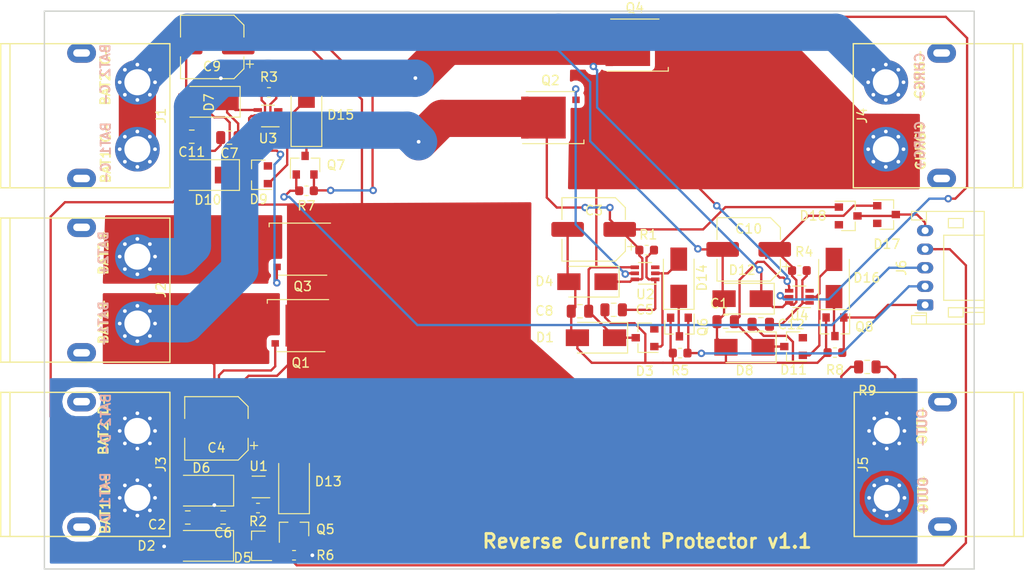
<source format=kicad_pcb>
(kicad_pcb (version 20171130) (host pcbnew 5.0.1)

  (general
    (thickness 1.6)
    (drawings 25)
    (tracks 478)
    (zones 0)
    (modules 57)
    (nets 32)
  )

  (page A4)
  (layers
    (0 F.Cu signal)
    (31 B.Cu signal)
    (32 B.Adhes user)
    (33 F.Adhes user)
    (34 B.Paste user)
    (35 F.Paste user)
    (36 B.SilkS user)
    (37 F.SilkS user)
    (38 B.Mask user)
    (39 F.Mask user)
    (40 Dwgs.User user)
    (41 Cmts.User user)
    (42 Eco1.User user)
    (43 Eco2.User user)
    (44 Edge.Cuts user)
    (45 Margin user)
    (46 B.CrtYd user)
    (47 F.CrtYd user)
    (48 B.Fab user)
    (49 F.Fab user hide)
  )

  (setup
    (last_trace_width 0.25)
    (user_trace_width 0.25)
    (user_trace_width 4)
    (user_trace_width 6)
    (user_trace_width 12)
    (user_trace_width 18)
    (user_trace_width 21)
    (user_trace_width 42)
    (trace_clearance 0.2)
    (zone_clearance 0.508)
    (zone_45_only yes)
    (trace_min 0.2)
    (segment_width 0.2)
    (edge_width 0.15)
    (via_size 0.8)
    (via_drill 0.4)
    (via_min_size 0.4)
    (via_min_drill 0.3)
    (uvia_size 0.3)
    (uvia_drill 0.1)
    (uvias_allowed no)
    (uvia_min_size 0.2)
    (uvia_min_drill 0.1)
    (pcb_text_width 0.3)
    (pcb_text_size 1.5 1.5)
    (mod_edge_width 0.15)
    (mod_text_size 1 1)
    (mod_text_width 0.15)
    (pad_size 1.524 1.524)
    (pad_drill 0.762)
    (pad_to_mask_clearance 0.051)
    (solder_mask_min_width 0.25)
    (aux_axis_origin 93.45 92)
    (grid_origin 93.45 92)
    (visible_elements FFFFFF7F)
    (pcbplotparams
      (layerselection 0x010f0_ffffffff)
      (usegerberextensions false)
      (usegerberattributes false)
      (usegerberadvancedattributes false)
      (creategerberjobfile false)
      (excludeedgelayer true)
      (linewidth 0.100000)
      (plotframeref false)
      (viasonmask false)
      (mode 1)
      (useauxorigin false)
      (hpglpennumber 1)
      (hpglpenspeed 20)
      (hpglpendiameter 15.000000)
      (psnegative false)
      (psa4output false)
      (plotreference true)
      (plotvalue true)
      (plotinvisibletext false)
      (padsonsilk false)
      (subtractmaskfromsilk false)
      (outputformat 1)
      (mirror false)
      (drillshape 0)
      (scaleselection 1)
      (outputdirectory "gerber1.1/"))
  )

  (net 0 "")
  (net 1 "Net-(U1-Pad3)")
  (net 2 "Net-(U2-Pad3)")
  (net 3 "Net-(U3-Pad3)")
  (net 4 "Net-(U4-Pad3)")
  (net 5 BAT1_C-)
  (net 6 CHRG+)
  (net 7 BAT1_D-)
  (net 8 BAT1+)
  (net 9 OUT+)
  (net 10 "Net-(C5-Pad1)")
  (net 11 "Net-(C6-Pad1)")
  (net 12 BAT2+)
  (net 13 "Net-(C11-Pad1)")
  (net 14 "Net-(C12-Pad1)")
  (net 15 "Net-(D11-Pad2)")
  (net 16 "Net-(D14-Pad2)")
  (net 17 "Net-(D13-Pad2)")
  (net 18 "Net-(D15-Pad2)")
  (net 19 "Net-(D13-Pad1)")
  (net 20 "Net-(D14-Pad1)")
  (net 21 "Net-(D15-Pad1)")
  (net 22 "Net-(D16-Pad1)")
  (net 23 "Net-(D17-Pad1)")
  (net 24 SW4)
  (net 25 SW3)
  (net 26 SW2)
  (net 27 SW1)
  (net 28 "Net-(Q1-Pad4)")
  (net 29 "Net-(Q2-Pad4)")
  (net 30 "Net-(Q3-Pad4)")
  (net 31 "Net-(Q4-Pad4)")

  (net_class Default "This is the default net class."
    (clearance 0.2)
    (trace_width 0.25)
    (via_dia 0.8)
    (via_drill 0.4)
    (uvia_dia 0.3)
    (uvia_drill 0.1)
    (add_net BAT1+)
    (add_net BAT1_C-)
    (add_net BAT1_D-)
    (add_net BAT2+)
    (add_net CHRG+)
    (add_net "Net-(C11-Pad1)")
    (add_net "Net-(C12-Pad1)")
    (add_net "Net-(C5-Pad1)")
    (add_net "Net-(C6-Pad1)")
    (add_net "Net-(D11-Pad2)")
    (add_net "Net-(D13-Pad1)")
    (add_net "Net-(D13-Pad2)")
    (add_net "Net-(D14-Pad1)")
    (add_net "Net-(D14-Pad2)")
    (add_net "Net-(D15-Pad1)")
    (add_net "Net-(D15-Pad2)")
    (add_net "Net-(D16-Pad1)")
    (add_net "Net-(D17-Pad1)")
    (add_net "Net-(Q1-Pad4)")
    (add_net "Net-(Q2-Pad4)")
    (add_net "Net-(Q3-Pad4)")
    (add_net "Net-(Q4-Pad4)")
    (add_net "Net-(U1-Pad3)")
    (add_net "Net-(U2-Pad3)")
    (add_net "Net-(U3-Pad3)")
    (add_net "Net-(U4-Pad3)")
    (add_net OUT+)
    (add_net SW1)
    (add_net SW2)
    (add_net SW3)
    (add_net SW4)
  )

  (module Package_TO_SOT_SMD:TDSON-8-1 (layer F.Cu) (tedit 5A70FA3B) (tstamp 5CAA6E79)
    (at 119.775 60.6)
    (descr "Power MOSFET package, TDSON-8-1, SuperS08, SON-8_5x6mm")
    (tags "tdson ")
    (path /5CAEE3CE)
    (attr smd)
    (fp_text reference Q3 (at 0 4) (layer F.SilkS)
      (effects (font (size 1 1) (thickness 0.15)))
    )
    (fp_text value CSD18563Q5A (at 0 -4) (layer F.Fab)
      (effects (font (size 1 1) (thickness 0.15)))
    )
    (fp_line (start -2 -2.6) (end -3 -1.6) (layer F.Fab) (width 0.1))
    (fp_line (start 2.6 2.8) (end -2.6 2.8) (layer F.SilkS) (width 0.12))
    (fp_line (start 3 -2.8) (end -3.6 -2.8) (layer F.SilkS) (width 0.12))
    (fp_line (start 3.75 3) (end 3.75 -3) (layer F.CrtYd) (width 0.05))
    (fp_line (start 3.75 -3) (end -3.75 -3) (layer F.CrtYd) (width 0.05))
    (fp_line (start -3.75 -3) (end -3.75 3) (layer F.CrtYd) (width 0.05))
    (fp_line (start -3.75 3) (end 3.75 3) (layer F.CrtYd) (width 0.05))
    (fp_line (start 3 -2.6) (end 3 2.6) (layer F.Fab) (width 0.1))
    (fp_line (start 3 2.6) (end -3 2.6) (layer F.Fab) (width 0.1))
    (fp_line (start -3 2.6) (end -3 -1.6) (layer F.Fab) (width 0.1))
    (fp_line (start -2 -2.6) (end 3 -2.6) (layer F.Fab) (width 0.1))
    (fp_line (start -3.6 -2.8) (end -3.6 -2.4) (layer F.SilkS) (width 0.12))
    (fp_text user %R (at 0 -1) (layer F.Fab)
      (effects (font (size 1 1) (thickness 0.15)))
    )
    (pad "" smd rect (at -0.75 1.09 270) (size 1.55 1.2) (layers F.Paste))
    (pad "" smd rect (at -0.75 -1.09 270) (size 1.55 1.2) (layers F.Paste))
    (pad "" smd rect (at 1.25 1.09 270) (size 1.55 1.6) (layers F.Paste))
    (pad "" smd rect (at 1.25 -1.09 270) (size 1.55 1.6) (layers F.Paste))
    (pad 5 smd rect (at 0.5 0 270) (size 4.5 4.29) (layers F.Cu F.Mask)
      (net 9 OUT+))
    (pad 5 smd rect (at 2.75 -1.91 270) (size 0.7 0.8) (layers F.Cu F.Paste F.Mask)
      (net 9 OUT+))
    (pad 5 smd rect (at 2.75 -0.64 270) (size 0.7 0.8) (layers F.Cu F.Paste F.Mask)
      (net 9 OUT+))
    (pad 5 smd rect (at 2.75 0.64 270) (size 0.7 0.8) (layers F.Cu F.Paste F.Mask)
      (net 9 OUT+))
    (pad 5 smd rect (at 2.75 1.91 270) (size 0.7 0.8) (layers F.Cu F.Paste F.Mask)
      (net 9 OUT+))
    (pad 4 smd rect (at -2.75 1.91 270) (size 0.7 0.8) (layers F.Cu F.Paste F.Mask)
      (net 30 "Net-(Q3-Pad4)"))
    (pad 3 smd rect (at -2.75 0.64 270) (size 0.7 0.8) (layers F.Cu F.Paste F.Mask)
      (net 12 BAT2+))
    (pad 2 smd rect (at -2.75 -0.64 270) (size 0.7 0.8) (layers F.Cu F.Paste F.Mask)
      (net 12 BAT2+))
    (pad 1 smd rect (at -2.75 -1.91 270) (size 0.7 0.8) (layers F.Cu F.Paste F.Mask)
      (net 12 BAT2+))
    (model ${KISYS3DMOD}/Package_TO_SOT_SMD.3dshapes/TDSON-8-1.wrl
      (at (xyz 0 0 0))
      (scale (xyz 1 1 1))
      (rotate (xyz 0 0 0))
    )
  )

  (module Package_TO_SOT_SMD:TDSON-8-1 (layer F.Cu) (tedit 5A70FA3B) (tstamp 5CAA71A4)
    (at 155.5 38.65 180)
    (descr "Power MOSFET package, TDSON-8-1, SuperS08, SON-8_5x6mm")
    (tags "tdson ")
    (path /5CAFA596)
    (attr smd)
    (fp_text reference Q4 (at 0 4 180) (layer F.SilkS)
      (effects (font (size 1 1) (thickness 0.15)))
    )
    (fp_text value CSD18563Q5A (at 0 -4 180) (layer F.Fab)
      (effects (font (size 1 1) (thickness 0.15)))
    )
    (fp_text user %R (at 0 -1 180) (layer F.Fab)
      (effects (font (size 1 1) (thickness 0.15)))
    )
    (fp_line (start -3.6 -2.8) (end -3.6 -2.4) (layer F.SilkS) (width 0.12))
    (fp_line (start -2 -2.6) (end 3 -2.6) (layer F.Fab) (width 0.1))
    (fp_line (start -3 2.6) (end -3 -1.6) (layer F.Fab) (width 0.1))
    (fp_line (start 3 2.6) (end -3 2.6) (layer F.Fab) (width 0.1))
    (fp_line (start 3 -2.6) (end 3 2.6) (layer F.Fab) (width 0.1))
    (fp_line (start -3.75 3) (end 3.75 3) (layer F.CrtYd) (width 0.05))
    (fp_line (start -3.75 -3) (end -3.75 3) (layer F.CrtYd) (width 0.05))
    (fp_line (start 3.75 -3) (end -3.75 -3) (layer F.CrtYd) (width 0.05))
    (fp_line (start 3.75 3) (end 3.75 -3) (layer F.CrtYd) (width 0.05))
    (fp_line (start 3 -2.8) (end -3.6 -2.8) (layer F.SilkS) (width 0.12))
    (fp_line (start 2.6 2.8) (end -2.6 2.8) (layer F.SilkS) (width 0.12))
    (fp_line (start -2 -2.6) (end -3 -1.6) (layer F.Fab) (width 0.1))
    (pad 1 smd rect (at -2.75 -1.91 90) (size 0.7 0.8) (layers F.Cu F.Paste F.Mask)
      (net 6 CHRG+))
    (pad 2 smd rect (at -2.75 -0.64 90) (size 0.7 0.8) (layers F.Cu F.Paste F.Mask)
      (net 6 CHRG+))
    (pad 3 smd rect (at -2.75 0.64 90) (size 0.7 0.8) (layers F.Cu F.Paste F.Mask)
      (net 6 CHRG+))
    (pad 4 smd rect (at -2.75 1.91 90) (size 0.7 0.8) (layers F.Cu F.Paste F.Mask)
      (net 31 "Net-(Q4-Pad4)"))
    (pad 5 smd rect (at 2.75 1.91 90) (size 0.7 0.8) (layers F.Cu F.Paste F.Mask)
      (net 12 BAT2+))
    (pad 5 smd rect (at 2.75 0.64 90) (size 0.7 0.8) (layers F.Cu F.Paste F.Mask)
      (net 12 BAT2+))
    (pad 5 smd rect (at 2.75 -0.64 90) (size 0.7 0.8) (layers F.Cu F.Paste F.Mask)
      (net 12 BAT2+))
    (pad 5 smd rect (at 2.75 -1.91 90) (size 0.7 0.8) (layers F.Cu F.Paste F.Mask)
      (net 12 BAT2+))
    (pad 5 smd rect (at 0.5 0 90) (size 4.5 4.29) (layers F.Cu F.Mask)
      (net 12 BAT2+))
    (pad "" smd rect (at 1.25 -1.09 90) (size 1.55 1.6) (layers F.Paste))
    (pad "" smd rect (at 1.25 1.09 90) (size 1.55 1.6) (layers F.Paste))
    (pad "" smd rect (at -0.75 -1.09 90) (size 1.55 1.2) (layers F.Paste))
    (pad "" smd rect (at -0.75 1.09 90) (size 1.55 1.2) (layers F.Paste))
    (model ${KISYS3DMOD}/Package_TO_SOT_SMD.3dshapes/TDSON-8-1.wrl
      (at (xyz 0 0 0))
      (scale (xyz 1 1 1))
      (rotate (xyz 0 0 0))
    )
  )

  (module Package_TO_SOT_SMD:TDSON-8-1 (layer F.Cu) (tedit 5A70FA3B) (tstamp 5CAA6E3D)
    (at 119.575 68.825)
    (descr "Power MOSFET package, TDSON-8-1, SuperS08, SON-8_5x6mm")
    (tags "tdson ")
    (path /5CAC5F1A)
    (attr smd)
    (fp_text reference Q1 (at 0 4) (layer F.SilkS)
      (effects (font (size 1 1) (thickness 0.15)))
    )
    (fp_text value CSD18563Q5A (at 0 -4) (layer F.Fab)
      (effects (font (size 1 1) (thickness 0.15)))
    )
    (fp_text user %R (at 0 -1) (layer F.Fab)
      (effects (font (size 1 1) (thickness 0.15)))
    )
    (fp_line (start -3.6 -2.8) (end -3.6 -2.4) (layer F.SilkS) (width 0.12))
    (fp_line (start -2 -2.6) (end 3 -2.6) (layer F.Fab) (width 0.1))
    (fp_line (start -3 2.6) (end -3 -1.6) (layer F.Fab) (width 0.1))
    (fp_line (start 3 2.6) (end -3 2.6) (layer F.Fab) (width 0.1))
    (fp_line (start 3 -2.6) (end 3 2.6) (layer F.Fab) (width 0.1))
    (fp_line (start -3.75 3) (end 3.75 3) (layer F.CrtYd) (width 0.05))
    (fp_line (start -3.75 -3) (end -3.75 3) (layer F.CrtYd) (width 0.05))
    (fp_line (start 3.75 -3) (end -3.75 -3) (layer F.CrtYd) (width 0.05))
    (fp_line (start 3.75 3) (end 3.75 -3) (layer F.CrtYd) (width 0.05))
    (fp_line (start 3 -2.8) (end -3.6 -2.8) (layer F.SilkS) (width 0.12))
    (fp_line (start 2.6 2.8) (end -2.6 2.8) (layer F.SilkS) (width 0.12))
    (fp_line (start -2 -2.6) (end -3 -1.6) (layer F.Fab) (width 0.1))
    (pad 1 smd rect (at -2.75 -1.91 270) (size 0.7 0.8) (layers F.Cu F.Paste F.Mask)
      (net 8 BAT1+))
    (pad 2 smd rect (at -2.75 -0.64 270) (size 0.7 0.8) (layers F.Cu F.Paste F.Mask)
      (net 8 BAT1+))
    (pad 3 smd rect (at -2.75 0.64 270) (size 0.7 0.8) (layers F.Cu F.Paste F.Mask)
      (net 8 BAT1+))
    (pad 4 smd rect (at -2.75 1.91 270) (size 0.7 0.8) (layers F.Cu F.Paste F.Mask)
      (net 28 "Net-(Q1-Pad4)"))
    (pad 5 smd rect (at 2.75 1.91 270) (size 0.7 0.8) (layers F.Cu F.Paste F.Mask)
      (net 9 OUT+))
    (pad 5 smd rect (at 2.75 0.64 270) (size 0.7 0.8) (layers F.Cu F.Paste F.Mask)
      (net 9 OUT+))
    (pad 5 smd rect (at 2.75 -0.64 270) (size 0.7 0.8) (layers F.Cu F.Paste F.Mask)
      (net 9 OUT+))
    (pad 5 smd rect (at 2.75 -1.91 270) (size 0.7 0.8) (layers F.Cu F.Paste F.Mask)
      (net 9 OUT+))
    (pad 5 smd rect (at 0.5 0 270) (size 4.5 4.29) (layers F.Cu F.Mask)
      (net 9 OUT+))
    (pad "" smd rect (at 1.25 -1.09 270) (size 1.55 1.6) (layers F.Paste))
    (pad "" smd rect (at 1.25 1.09 270) (size 1.55 1.6) (layers F.Paste))
    (pad "" smd rect (at -0.75 -1.09 270) (size 1.55 1.2) (layers F.Paste))
    (pad "" smd rect (at -0.75 1.09 270) (size 1.55 1.2) (layers F.Paste))
    (model ${KISYS3DMOD}/Package_TO_SOT_SMD.3dshapes/TDSON-8-1.wrl
      (at (xyz 0 0 0))
      (scale (xyz 1 1 1))
      (rotate (xyz 0 0 0))
    )
  )

  (module Package_TO_SOT_SMD:TDSON-8-1 (layer F.Cu) (tedit 5A70FA3B) (tstamp 5CAA6E5B)
    (at 146.425 46.45 180)
    (descr "Power MOSFET package, TDSON-8-1, SuperS08, SON-8_5x6mm")
    (tags "tdson ")
    (path /5CAF66EF)
    (attr smd)
    (fp_text reference Q2 (at 0 4 180) (layer F.SilkS)
      (effects (font (size 1 1) (thickness 0.15)))
    )
    (fp_text value CSD18563Q5A (at 0 -4 180) (layer F.Fab)
      (effects (font (size 1 1) (thickness 0.15)))
    )
    (fp_line (start -2 -2.6) (end -3 -1.6) (layer F.Fab) (width 0.1))
    (fp_line (start 2.6 2.8) (end -2.6 2.8) (layer F.SilkS) (width 0.12))
    (fp_line (start 3 -2.8) (end -3.6 -2.8) (layer F.SilkS) (width 0.12))
    (fp_line (start 3.75 3) (end 3.75 -3) (layer F.CrtYd) (width 0.05))
    (fp_line (start 3.75 -3) (end -3.75 -3) (layer F.CrtYd) (width 0.05))
    (fp_line (start -3.75 -3) (end -3.75 3) (layer F.CrtYd) (width 0.05))
    (fp_line (start -3.75 3) (end 3.75 3) (layer F.CrtYd) (width 0.05))
    (fp_line (start 3 -2.6) (end 3 2.6) (layer F.Fab) (width 0.1))
    (fp_line (start 3 2.6) (end -3 2.6) (layer F.Fab) (width 0.1))
    (fp_line (start -3 2.6) (end -3 -1.6) (layer F.Fab) (width 0.1))
    (fp_line (start -2 -2.6) (end 3 -2.6) (layer F.Fab) (width 0.1))
    (fp_line (start -3.6 -2.8) (end -3.6 -2.4) (layer F.SilkS) (width 0.12))
    (fp_text user %R (at 0 -1 180) (layer F.Fab)
      (effects (font (size 1 1) (thickness 0.15)))
    )
    (pad "" smd rect (at -0.75 1.09 90) (size 1.55 1.2) (layers F.Paste))
    (pad "" smd rect (at -0.75 -1.09 90) (size 1.55 1.2) (layers F.Paste))
    (pad "" smd rect (at 1.25 1.09 90) (size 1.55 1.6) (layers F.Paste))
    (pad "" smd rect (at 1.25 -1.09 90) (size 1.55 1.6) (layers F.Paste))
    (pad 5 smd rect (at 0.5 0 90) (size 4.5 4.29) (layers F.Cu F.Mask)
      (net 8 BAT1+))
    (pad 5 smd rect (at 2.75 -1.91 90) (size 0.7 0.8) (layers F.Cu F.Paste F.Mask)
      (net 8 BAT1+))
    (pad 5 smd rect (at 2.75 -0.64 90) (size 0.7 0.8) (layers F.Cu F.Paste F.Mask)
      (net 8 BAT1+))
    (pad 5 smd rect (at 2.75 0.64 90) (size 0.7 0.8) (layers F.Cu F.Paste F.Mask)
      (net 8 BAT1+))
    (pad 5 smd rect (at 2.75 1.91 90) (size 0.7 0.8) (layers F.Cu F.Paste F.Mask)
      (net 8 BAT1+))
    (pad 4 smd rect (at -2.75 1.91 90) (size 0.7 0.8) (layers F.Cu F.Paste F.Mask)
      (net 29 "Net-(Q2-Pad4)"))
    (pad 3 smd rect (at -2.75 0.64 90) (size 0.7 0.8) (layers F.Cu F.Paste F.Mask)
      (net 6 CHRG+))
    (pad 2 smd rect (at -2.75 -0.64 90) (size 0.7 0.8) (layers F.Cu F.Paste F.Mask)
      (net 6 CHRG+))
    (pad 1 smd rect (at -2.75 -1.91 90) (size 0.7 0.8) (layers F.Cu F.Paste F.Mask)
      (net 6 CHRG+))
    (model ${KISYS3DMOD}/Package_TO_SOT_SMD.3dshapes/TDSON-8-1.wrl
      (at (xyz 0 0 0))
      (scale (xyz 1 1 1))
      (rotate (xyz 0 0 0))
    )
  )

  (module Package_TO_SOT_SMD:Texas_R-PDSO-G6 (layer F.Cu) (tedit 5C1AEAF2) (tstamp 5C0EDEEE)
    (at 115.04 86.174 180)
    (descr "R-PDSO-G6, http://www.ti.com/lit/ds/slis144b/slis144b.pdf")
    (tags "R-PDSO-G6 SC-70-6")
    (path /5C091C39)
    (attr smd)
    (fp_text reference U1 (at 0 2.2385 180) (layer F.SilkS)
      (effects (font (size 1 1) (thickness 0.15)))
    )
    (fp_text value LM5050 (at 0 2 180) (layer F.Fab)
      (effects (font (size 1 1) (thickness 0.15)))
    )
    (fp_text user %R (at -0.1 0.15 270) (layer F.Fab)
      (effects (font (size 0.5 0.5) (thickness 0.075)))
    )
    (fp_line (start 0.7 -1.16) (end -1.2 -1.16) (layer F.SilkS) (width 0.12))
    (fp_line (start -0.7 1.16) (end 0.7 1.16) (layer F.SilkS) (width 0.12))
    (fp_line (start 1.6 1.4) (end 1.6 -1.4) (layer F.CrtYd) (width 0.05))
    (fp_line (start -1.6 -1.4) (end -1.6 1.4) (layer F.CrtYd) (width 0.05))
    (fp_line (start -1.6 -1.4) (end 1.6 -1.4) (layer F.CrtYd) (width 0.05))
    (fp_line (start 0.675 -1.1) (end -0.175 -1.1) (layer F.Fab) (width 0.1))
    (fp_line (start -0.675 -0.6) (end -0.675 1.1) (layer F.Fab) (width 0.1))
    (fp_line (start -1.6 1.4) (end 1.6 1.4) (layer F.CrtYd) (width 0.05))
    (fp_line (start 0.675 -1.1) (end 0.675 1.1) (layer F.Fab) (width 0.1))
    (fp_line (start 0.675 1.1) (end -0.675 1.1) (layer F.Fab) (width 0.1))
    (fp_line (start -0.175 -1.1) (end -0.675 -0.6) (layer F.Fab) (width 0.1))
    (pad 1 smd rect (at -1.1 -0.65 180) (size 0.9 0.4) (layers F.Cu F.Paste F.Mask)
      (net 11 "Net-(C6-Pad1)"))
    (pad 3 smd rect (at -1.1 0.65 180) (size 0.9 0.4) (layers F.Cu F.Paste F.Mask)
      (net 1 "Net-(U1-Pad3)"))
    (pad 5 smd rect (at 1.1 0 180) (size 0.9 0.4) (layers F.Cu F.Paste F.Mask)
      (net 28 "Net-(Q1-Pad4)"))
    (pad 2 smd rect (at -1.1 0 180) (size 0.9 0.4) (layers F.Cu F.Paste F.Mask)
      (net 17 "Net-(D13-Pad2)"))
    (pad 4 smd rect (at 1.1 0.65 180) (size 0.9 0.4) (layers F.Cu F.Paste F.Mask)
      (net 8 BAT1+))
    (pad 6 smd rect (at 1.1 -0.65 180) (size 0.9 0.4) (layers F.Cu F.Paste F.Mask)
      (net 9 OUT+))
    (model ${KISYS3DMOD}/Package_TO_SOT_SMD.3dshapes/SOT-363_SC-70-6.wrl
      (at (xyz 0 0 0))
      (scale (xyz 1 1 1))
      (rotate (xyz 0 0 0))
    )
  )

  (module Resistor_SMD:R_0603_1608Metric (layer F.Cu) (tedit 5B301BBD) (tstamp 5C0E9D22)
    (at 118.85 93.524)
    (descr "Resistor SMD 0603 (1608 Metric), square (rectangular) end terminal, IPC_7351 nominal, (Body size source: http://www.tortai-tech.com/upload/download/2011102023233369053.pdf), generated with kicad-footprint-generator")
    (tags resistor)
    (path /5C1B97B2)
    (attr smd)
    (fp_text reference R6 (at 3.3655 0) (layer F.SilkS)
      (effects (font (size 1 1) (thickness 0.15)))
    )
    (fp_text value 10k (at 0 1.43) (layer F.Fab)
      (effects (font (size 1 1) (thickness 0.15)))
    )
    (fp_line (start -0.8 0.4) (end -0.8 -0.4) (layer F.Fab) (width 0.1))
    (fp_line (start -0.8 -0.4) (end 0.8 -0.4) (layer F.Fab) (width 0.1))
    (fp_line (start 0.8 -0.4) (end 0.8 0.4) (layer F.Fab) (width 0.1))
    (fp_line (start 0.8 0.4) (end -0.8 0.4) (layer F.Fab) (width 0.1))
    (fp_line (start -0.162779 -0.51) (end 0.162779 -0.51) (layer F.SilkS) (width 0.12))
    (fp_line (start -0.162779 0.51) (end 0.162779 0.51) (layer F.SilkS) (width 0.12))
    (fp_line (start -1.48 0.73) (end -1.48 -0.73) (layer F.CrtYd) (width 0.05))
    (fp_line (start -1.48 -0.73) (end 1.48 -0.73) (layer F.CrtYd) (width 0.05))
    (fp_line (start 1.48 -0.73) (end 1.48 0.73) (layer F.CrtYd) (width 0.05))
    (fp_line (start 1.48 0.73) (end -1.48 0.73) (layer F.CrtYd) (width 0.05))
    (fp_text user %R (at 0 0) (layer F.Fab)
      (effects (font (size 0.4 0.4) (thickness 0.06)))
    )
    (pad 1 smd roundrect (at -0.7875 0) (size 0.875 0.95) (layers F.Cu F.Paste F.Mask) (roundrect_rratio 0.25)
      (net 27 SW1))
    (pad 2 smd roundrect (at 0.7875 0) (size 0.875 0.95) (layers F.Cu F.Paste F.Mask) (roundrect_rratio 0.25)
      (net 7 BAT1_D-))
    (model ${KISYS3DMOD}/Resistor_SMD.3dshapes/R_0603_1608Metric.wrl
      (at (xyz 0 0 0))
      (scale (xyz 1 1 1))
      (rotate (xyz 0 0 0))
    )
  )

  (module Package_TO_SOT_SMD:SOT-23 (layer F.Cu) (tedit 5A02FF57) (tstamp 5C09F3FC)
    (at 177.025 68.95 270)
    (descr "SOT-23, Standard")
    (tags SOT-23)
    (path /5C1AAB21)
    (attr smd)
    (fp_text reference Q8 (at -0.0005 -3.166) (layer F.SilkS)
      (effects (font (size 1 1) (thickness 0.15)))
    )
    (fp_text value NTR5198NLT1G (at 0 2.5 270) (layer F.Fab)
      (effects (font (size 1 1) (thickness 0.15)))
    )
    (fp_line (start 0.76 1.58) (end -0.7 1.58) (layer F.SilkS) (width 0.12))
    (fp_line (start 0.76 -1.58) (end -1.4 -1.58) (layer F.SilkS) (width 0.12))
    (fp_line (start -1.7 1.75) (end -1.7 -1.75) (layer F.CrtYd) (width 0.05))
    (fp_line (start 1.7 1.75) (end -1.7 1.75) (layer F.CrtYd) (width 0.05))
    (fp_line (start 1.7 -1.75) (end 1.7 1.75) (layer F.CrtYd) (width 0.05))
    (fp_line (start -1.7 -1.75) (end 1.7 -1.75) (layer F.CrtYd) (width 0.05))
    (fp_line (start 0.76 -1.58) (end 0.76 -0.65) (layer F.SilkS) (width 0.12))
    (fp_line (start 0.76 1.58) (end 0.76 0.65) (layer F.SilkS) (width 0.12))
    (fp_line (start -0.7 1.52) (end 0.7 1.52) (layer F.Fab) (width 0.1))
    (fp_line (start 0.7 -1.52) (end 0.7 1.52) (layer F.Fab) (width 0.1))
    (fp_line (start -0.7 -0.95) (end -0.15 -1.52) (layer F.Fab) (width 0.1))
    (fp_line (start -0.15 -1.52) (end 0.7 -1.52) (layer F.Fab) (width 0.1))
    (fp_line (start -0.7 -0.95) (end -0.7 1.5) (layer F.Fab) (width 0.1))
    (fp_text user %R (at 0 0) (layer F.Fab)
      (effects (font (size 0.5 0.5) (thickness 0.075)))
    )
    (pad 3 smd rect (at 1 0 270) (size 0.9 0.8) (layers F.Cu F.Paste F.Mask)
      (net 22 "Net-(D16-Pad1)"))
    (pad 2 smd rect (at -1 0.95 270) (size 0.9 0.8) (layers F.Cu F.Paste F.Mask)
      (net 5 BAT1_C-))
    (pad 1 smd rect (at -1 -0.95 270) (size 0.9 0.8) (layers F.Cu F.Paste F.Mask)
      (net 24 SW4))
    (model ${KISYS3DMOD}/Package_TO_SOT_SMD.3dshapes/SOT-23.wrl
      (at (xyz 0 0 0))
      (scale (xyz 1 1 1))
      (rotate (xyz 0 0 0))
    )
  )

  (module Diode_SMD:D_SMA (layer F.Cu) (tedit 586432E5) (tstamp 5C1D7776)
    (at 167.1 65.925 180)
    (descr "Diode SMA (DO-214AC)")
    (tags "Diode SMA (DO-214AC)")
    (path /5C0F1FDD)
    (attr smd)
    (fp_text reference D12 (at 0.0535 3.0715 180) (layer F.SilkS)
      (effects (font (size 1 1) (thickness 0.15)))
    )
    (fp_text value SMBJ60A (at 0 2.6 180) (layer F.Fab)
      (effects (font (size 1 1) (thickness 0.15)))
    )
    (fp_line (start -3.4 -1.65) (end 2 -1.65) (layer F.SilkS) (width 0.12))
    (fp_line (start -3.4 1.65) (end 2 1.65) (layer F.SilkS) (width 0.12))
    (fp_line (start -0.64944 0.00102) (end 0.50118 -0.79908) (layer F.Fab) (width 0.1))
    (fp_line (start -0.64944 0.00102) (end 0.50118 0.75032) (layer F.Fab) (width 0.1))
    (fp_line (start 0.50118 0.75032) (end 0.50118 -0.79908) (layer F.Fab) (width 0.1))
    (fp_line (start -0.64944 -0.79908) (end -0.64944 0.80112) (layer F.Fab) (width 0.1))
    (fp_line (start 0.50118 0.00102) (end 1.4994 0.00102) (layer F.Fab) (width 0.1))
    (fp_line (start -0.64944 0.00102) (end -1.55114 0.00102) (layer F.Fab) (width 0.1))
    (fp_line (start -3.5 1.75) (end -3.5 -1.75) (layer F.CrtYd) (width 0.05))
    (fp_line (start 3.5 1.75) (end -3.5 1.75) (layer F.CrtYd) (width 0.05))
    (fp_line (start 3.5 -1.75) (end 3.5 1.75) (layer F.CrtYd) (width 0.05))
    (fp_line (start -3.5 -1.75) (end 3.5 -1.75) (layer F.CrtYd) (width 0.05))
    (fp_line (start 2.3 -1.5) (end -2.3 -1.5) (layer F.Fab) (width 0.1))
    (fp_line (start 2.3 -1.5) (end 2.3 1.5) (layer F.Fab) (width 0.1))
    (fp_line (start -2.3 1.5) (end -2.3 -1.5) (layer F.Fab) (width 0.1))
    (fp_line (start 2.3 1.5) (end -2.3 1.5) (layer F.Fab) (width 0.1))
    (fp_line (start -3.4 -1.65) (end -3.4 1.65) (layer F.SilkS) (width 0.12))
    (fp_text user %R (at 0 -2.5 180) (layer F.Fab)
      (effects (font (size 1 1) (thickness 0.15)))
    )
    (pad 2 smd rect (at 2 0 180) (size 2.5 1.8) (layers F.Cu F.Paste F.Mask)
      (net 5 BAT1_C-))
    (pad 1 smd rect (at -2 0 180) (size 2.5 1.8) (layers F.Cu F.Paste F.Mask)
      (net 12 BAT2+))
    (model ${KISYS3DMOD}/Diode_SMD.3dshapes/D_SMA.wrl
      (at (xyz 0 0 0))
      (scale (xyz 1 1 1))
      (rotate (xyz 0 0 0))
    )
  )

  (module Diode_SMD:D_SMA (layer F.Cu) (tedit 586432E5) (tstamp 5C1D7731)
    (at 167.3 71.15 180)
    (descr "Diode SMA (DO-214AC)")
    (tags "Diode SMA (DO-214AC)")
    (path /5C0F2003)
    (attr smd)
    (fp_text reference D8 (at -0.0005 -2.4985 180) (layer F.SilkS)
      (effects (font (size 1 1) (thickness 0.15)))
    )
    (fp_text value B160-13-F (at 0 2.6 180) (layer F.Fab)
      (effects (font (size 1 1) (thickness 0.15)))
    )
    (fp_line (start -3.4 -1.65) (end 2 -1.65) (layer F.SilkS) (width 0.12))
    (fp_line (start -3.4 1.65) (end 2 1.65) (layer F.SilkS) (width 0.12))
    (fp_line (start -0.64944 0.00102) (end 0.50118 -0.79908) (layer F.Fab) (width 0.1))
    (fp_line (start -0.64944 0.00102) (end 0.50118 0.75032) (layer F.Fab) (width 0.1))
    (fp_line (start 0.50118 0.75032) (end 0.50118 -0.79908) (layer F.Fab) (width 0.1))
    (fp_line (start -0.64944 -0.79908) (end -0.64944 0.80112) (layer F.Fab) (width 0.1))
    (fp_line (start 0.50118 0.00102) (end 1.4994 0.00102) (layer F.Fab) (width 0.1))
    (fp_line (start -0.64944 0.00102) (end -1.55114 0.00102) (layer F.Fab) (width 0.1))
    (fp_line (start -3.5 1.75) (end -3.5 -1.75) (layer F.CrtYd) (width 0.05))
    (fp_line (start 3.5 1.75) (end -3.5 1.75) (layer F.CrtYd) (width 0.05))
    (fp_line (start 3.5 -1.75) (end 3.5 1.75) (layer F.CrtYd) (width 0.05))
    (fp_line (start -3.5 -1.75) (end 3.5 -1.75) (layer F.CrtYd) (width 0.05))
    (fp_line (start 2.3 -1.5) (end -2.3 -1.5) (layer F.Fab) (width 0.1))
    (fp_line (start 2.3 -1.5) (end 2.3 1.5) (layer F.Fab) (width 0.1))
    (fp_line (start -2.3 1.5) (end -2.3 -1.5) (layer F.Fab) (width 0.1))
    (fp_line (start 2.3 1.5) (end -2.3 1.5) (layer F.Fab) (width 0.1))
    (fp_line (start -3.4 -1.65) (end -3.4 1.65) (layer F.SilkS) (width 0.12))
    (fp_text user %R (at 0 -2.5 180) (layer F.Fab)
      (effects (font (size 1 1) (thickness 0.15)))
    )
    (pad 2 smd rect (at 2 0 180) (size 2.5 1.8) (layers F.Cu F.Paste F.Mask)
      (net 5 BAT1_C-))
    (pad 1 smd rect (at -2 0 180) (size 2.5 1.8) (layers F.Cu F.Paste F.Mask)
      (net 6 CHRG+))
    (model ${KISYS3DMOD}/Diode_SMD.3dshapes/D_SMA.wrl
      (at (xyz 0 0 0))
      (scale (xyz 1 1 1))
      (rotate (xyz 0 0 0))
    )
  )

  (module Resistor_SMD:R_0603_1608Metric (layer F.Cu) (tedit 5B301BBD) (tstamp 5C1D76FA)
    (at 173.2 62.9 180)
    (descr "Resistor SMD 0603 (1608 Metric), square (rectangular) end terminal, IPC_7351 nominal, (Body size source: http://www.tortai-tech.com/upload/download/2011102023233369053.pdf), generated with kicad-footprint-generator")
    (tags resistor)
    (path /5C0F1FD7)
    (attr smd)
    (fp_text reference R4 (at -0.514 2.015 180) (layer F.SilkS)
      (effects (font (size 1 1) (thickness 0.15)))
    )
    (fp_text value 100R (at 0 1.43 180) (layer F.Fab)
      (effects (font (size 1 1) (thickness 0.15)))
    )
    (fp_line (start -0.8 0.4) (end -0.8 -0.4) (layer F.Fab) (width 0.1))
    (fp_line (start -0.8 -0.4) (end 0.8 -0.4) (layer F.Fab) (width 0.1))
    (fp_line (start 0.8 -0.4) (end 0.8 0.4) (layer F.Fab) (width 0.1))
    (fp_line (start 0.8 0.4) (end -0.8 0.4) (layer F.Fab) (width 0.1))
    (fp_line (start -0.162779 -0.51) (end 0.162779 -0.51) (layer F.SilkS) (width 0.12))
    (fp_line (start -0.162779 0.51) (end 0.162779 0.51) (layer F.SilkS) (width 0.12))
    (fp_line (start -1.48 0.73) (end -1.48 -0.73) (layer F.CrtYd) (width 0.05))
    (fp_line (start -1.48 -0.73) (end 1.48 -0.73) (layer F.CrtYd) (width 0.05))
    (fp_line (start 1.48 -0.73) (end 1.48 0.73) (layer F.CrtYd) (width 0.05))
    (fp_line (start 1.48 0.73) (end -1.48 0.73) (layer F.CrtYd) (width 0.05))
    (fp_text user %R (at 0 0 180) (layer F.Fab)
      (effects (font (size 0.4 0.4) (thickness 0.06)))
    )
    (pad 1 smd roundrect (at -0.7875 0 180) (size 0.875 0.95) (layers F.Cu F.Paste F.Mask) (roundrect_rratio 0.25)
      (net 14 "Net-(C12-Pad1)"))
    (pad 2 smd roundrect (at 0.7875 0 180) (size 0.875 0.95) (layers F.Cu F.Paste F.Mask) (roundrect_rratio 0.25)
      (net 12 BAT2+))
    (model ${KISYS3DMOD}/Resistor_SMD.3dshapes/R_0603_1608Metric.wrl
      (at (xyz 0 0 0))
      (scale (xyz 1 1 1))
      (rotate (xyz 0 0 0))
    )
  )

  (module Capacitor_SMD:CP_Elec_6.3x5.2 (layer F.Cu) (tedit 5BCA39D0) (tstamp 5C1D769C)
    (at 167.75 60.625 180)
    (descr "SMD capacitor, aluminum electrolytic, United Chemi-Con, 6.3x5.2mm")
    (tags "capacitor electrolytic")
    (path /5C0F1FD1)
    (attr smd)
    (fp_text reference C10 (at 0.005 2.2165 180) (layer F.SilkS)
      (effects (font (size 1 1) (thickness 0.15)))
    )
    (fp_text value 22uF (at 0 4.35 180) (layer F.Fab)
      (effects (font (size 1 1) (thickness 0.15)))
    )
    (fp_text user %R (at 0 0 180) (layer F.Fab)
      (effects (font (size 1 1) (thickness 0.15)))
    )
    (fp_line (start -4.8 1.05) (end -3.55 1.05) (layer F.CrtYd) (width 0.05))
    (fp_line (start -4.8 -1.05) (end -4.8 1.05) (layer F.CrtYd) (width 0.05))
    (fp_line (start -3.55 -1.05) (end -4.8 -1.05) (layer F.CrtYd) (width 0.05))
    (fp_line (start -3.55 1.05) (end -3.55 2.4) (layer F.CrtYd) (width 0.05))
    (fp_line (start -3.55 -2.4) (end -3.55 -1.05) (layer F.CrtYd) (width 0.05))
    (fp_line (start -3.55 -2.4) (end -2.4 -3.55) (layer F.CrtYd) (width 0.05))
    (fp_line (start -3.55 2.4) (end -2.4 3.55) (layer F.CrtYd) (width 0.05))
    (fp_line (start -2.4 -3.55) (end 3.55 -3.55) (layer F.CrtYd) (width 0.05))
    (fp_line (start -2.4 3.55) (end 3.55 3.55) (layer F.CrtYd) (width 0.05))
    (fp_line (start 3.55 1.05) (end 3.55 3.55) (layer F.CrtYd) (width 0.05))
    (fp_line (start 4.8 1.05) (end 3.55 1.05) (layer F.CrtYd) (width 0.05))
    (fp_line (start 4.8 -1.05) (end 4.8 1.05) (layer F.CrtYd) (width 0.05))
    (fp_line (start 3.55 -1.05) (end 4.8 -1.05) (layer F.CrtYd) (width 0.05))
    (fp_line (start 3.55 -3.55) (end 3.55 -1.05) (layer F.CrtYd) (width 0.05))
    (fp_line (start -4.04375 -2.24125) (end -4.04375 -1.45375) (layer F.SilkS) (width 0.12))
    (fp_line (start -4.4375 -1.8475) (end -3.65 -1.8475) (layer F.SilkS) (width 0.12))
    (fp_line (start -3.41 2.345563) (end -2.345563 3.41) (layer F.SilkS) (width 0.12))
    (fp_line (start -3.41 -2.345563) (end -2.345563 -3.41) (layer F.SilkS) (width 0.12))
    (fp_line (start -3.41 -2.345563) (end -3.41 -1.06) (layer F.SilkS) (width 0.12))
    (fp_line (start -3.41 2.345563) (end -3.41 1.06) (layer F.SilkS) (width 0.12))
    (fp_line (start -2.345563 3.41) (end 3.41 3.41) (layer F.SilkS) (width 0.12))
    (fp_line (start -2.345563 -3.41) (end 3.41 -3.41) (layer F.SilkS) (width 0.12))
    (fp_line (start 3.41 -3.41) (end 3.41 -1.06) (layer F.SilkS) (width 0.12))
    (fp_line (start 3.41 3.41) (end 3.41 1.06) (layer F.SilkS) (width 0.12))
    (fp_line (start -2.389838 -1.645) (end -2.389838 -1.015) (layer F.Fab) (width 0.1))
    (fp_line (start -2.704838 -1.33) (end -2.074838 -1.33) (layer F.Fab) (width 0.1))
    (fp_line (start -3.3 2.3) (end -2.3 3.3) (layer F.Fab) (width 0.1))
    (fp_line (start -3.3 -2.3) (end -2.3 -3.3) (layer F.Fab) (width 0.1))
    (fp_line (start -3.3 -2.3) (end -3.3 2.3) (layer F.Fab) (width 0.1))
    (fp_line (start -2.3 3.3) (end 3.3 3.3) (layer F.Fab) (width 0.1))
    (fp_line (start -2.3 -3.3) (end 3.3 -3.3) (layer F.Fab) (width 0.1))
    (fp_line (start 3.3 -3.3) (end 3.3 3.3) (layer F.Fab) (width 0.1))
    (fp_circle (center 0 0) (end 3.15 0) (layer F.Fab) (width 0.1))
    (pad 2 smd roundrect (at 2.8 0 180) (size 3.5 1.6) (layers F.Cu F.Paste F.Mask) (roundrect_rratio 0.15625)
      (net 5 BAT1_C-))
    (pad 1 smd roundrect (at -2.8 0 180) (size 3.5 1.6) (layers F.Cu F.Paste F.Mask) (roundrect_rratio 0.15625)
      (net 12 BAT2+))
    (model ${KISYS3DMOD}/Capacitor_SMD.3dshapes/CP_Elec_6.3x5.2.wrl
      (at (xyz 0 0 0))
      (scale (xyz 1 1 1))
      (rotate (xyz 0 0 0))
    )
  )

  (module Capacitor_SMD:C_0805_2012Metric (layer F.Cu) (tedit 5B36C52B) (tstamp 5C1D7655)
    (at 169.05 68.675 180)
    (descr "Capacitor SMD 0805 (2012 Metric), square (rectangular) end terminal, IPC_7351 nominal, (Body size source: https://docs.google.com/spreadsheets/d/1BsfQQcO9C6DZCsRaXUlFlo91Tg2WpOkGARC1WS5S8t0/edit?usp=sharing), generated with kicad-footprint-generator")
    (tags capacitor)
    (path /5C0F1FCB)
    (attr smd)
    (fp_text reference C12 (at -3.267 -0.0205 180) (layer F.SilkS)
      (effects (font (size 1 1) (thickness 0.15)))
    )
    (fp_text value 0.1uF (at 0 1.65 180) (layer F.Fab)
      (effects (font (size 1 1) (thickness 0.15)))
    )
    (fp_line (start -1 0.6) (end -1 -0.6) (layer F.Fab) (width 0.1))
    (fp_line (start -1 -0.6) (end 1 -0.6) (layer F.Fab) (width 0.1))
    (fp_line (start 1 -0.6) (end 1 0.6) (layer F.Fab) (width 0.1))
    (fp_line (start 1 0.6) (end -1 0.6) (layer F.Fab) (width 0.1))
    (fp_line (start -0.258578 -0.71) (end 0.258578 -0.71) (layer F.SilkS) (width 0.12))
    (fp_line (start -0.258578 0.71) (end 0.258578 0.71) (layer F.SilkS) (width 0.12))
    (fp_line (start -1.68 0.95) (end -1.68 -0.95) (layer F.CrtYd) (width 0.05))
    (fp_line (start -1.68 -0.95) (end 1.68 -0.95) (layer F.CrtYd) (width 0.05))
    (fp_line (start 1.68 -0.95) (end 1.68 0.95) (layer F.CrtYd) (width 0.05))
    (fp_line (start 1.68 0.95) (end -1.68 0.95) (layer F.CrtYd) (width 0.05))
    (fp_text user %R (at 0 0 180) (layer F.Fab)
      (effects (font (size 0.5 0.5) (thickness 0.08)))
    )
    (pad 1 smd roundrect (at -0.9375 0 180) (size 0.975 1.4) (layers F.Cu F.Paste F.Mask) (roundrect_rratio 0.25)
      (net 14 "Net-(C12-Pad1)"))
    (pad 2 smd roundrect (at 0.9375 0 180) (size 0.975 1.4) (layers F.Cu F.Paste F.Mask) (roundrect_rratio 0.25)
      (net 5 BAT1_C-))
    (model ${KISYS3DMOD}/Capacitor_SMD.3dshapes/C_0805_2012Metric.wrl
      (at (xyz 0 0 0))
      (scale (xyz 1 1 1))
      (rotate (xyz 0 0 0))
    )
  )

  (module Package_TO_SOT_SMD:Texas_R-PDSO-G6 (layer F.Cu) (tedit 5A02FF57) (tstamp 5C1D761B)
    (at 173.2 65.725 180)
    (descr "R-PDSO-G6, http://www.ti.com/lit/ds/slis144b/slis144b.pdf")
    (tags "R-PDSO-G6 SC-70-6")
    (path /5C0F1FBD)
    (attr smd)
    (fp_text reference U4 (at 0 -2 180) (layer F.SilkS)
      (effects (font (size 1 1) (thickness 0.15)))
    )
    (fp_text value LM5050 (at 0 2 180) (layer F.Fab)
      (effects (font (size 1 1) (thickness 0.15)))
    )
    (fp_line (start -0.175 -1.1) (end -0.675 -0.6) (layer F.Fab) (width 0.1))
    (fp_line (start 0.675 1.1) (end -0.675 1.1) (layer F.Fab) (width 0.1))
    (fp_line (start 0.675 -1.1) (end 0.675 1.1) (layer F.Fab) (width 0.1))
    (fp_line (start -1.6 1.4) (end 1.6 1.4) (layer F.CrtYd) (width 0.05))
    (fp_line (start -0.675 -0.6) (end -0.675 1.1) (layer F.Fab) (width 0.1))
    (fp_line (start 0.675 -1.1) (end -0.175 -1.1) (layer F.Fab) (width 0.1))
    (fp_line (start -1.6 -1.4) (end 1.6 -1.4) (layer F.CrtYd) (width 0.05))
    (fp_line (start -1.6 -1.4) (end -1.6 1.4) (layer F.CrtYd) (width 0.05))
    (fp_line (start 1.6 1.4) (end 1.6 -1.4) (layer F.CrtYd) (width 0.05))
    (fp_line (start -0.7 1.16) (end 0.7 1.16) (layer F.SilkS) (width 0.12))
    (fp_line (start 0.7 -1.16) (end -1.2 -1.16) (layer F.SilkS) (width 0.12))
    (fp_text user %R (at 0 0 -90) (layer F.Fab)
      (effects (font (size 0.5 0.5) (thickness 0.075)))
    )
    (pad 6 smd rect (at 1.1 -0.65 180) (size 0.9 0.4) (layers F.Cu F.Paste F.Mask)
      (net 12 BAT2+))
    (pad 4 smd rect (at 1.1 0.65 180) (size 0.9 0.4) (layers F.Cu F.Paste F.Mask)
      (net 6 CHRG+))
    (pad 2 smd rect (at -1.1 0 180) (size 0.9 0.4) (layers F.Cu F.Paste F.Mask)
      (net 15 "Net-(D11-Pad2)"))
    (pad 5 smd rect (at 1.1 0 180) (size 0.9 0.4) (layers F.Cu F.Paste F.Mask)
      (net 31 "Net-(Q4-Pad4)"))
    (pad 3 smd rect (at -1.1 0.65 180) (size 0.9 0.4) (layers F.Cu F.Paste F.Mask)
      (net 4 "Net-(U4-Pad3)"))
    (pad 1 smd rect (at -1.1 -0.65 180) (size 0.9 0.4) (layers F.Cu F.Paste F.Mask)
      (net 14 "Net-(C12-Pad1)"))
    (model ${KISYS3DMOD}/Package_TO_SOT_SMD.3dshapes/SOT-363_SC-70-6.wrl
      (at (xyz 0 0 0))
      (scale (xyz 1 1 1))
      (rotate (xyz 0 0 0))
    )
  )

  (module Capacitor_SMD:C_0805_2012Metric (layer F.Cu) (tedit 5B36C52B) (tstamp 5C1D75E6)
    (at 165.275 68.4)
    (descr "Capacitor SMD 0805 (2012 Metric), square (rectangular) end terminal, IPC_7351 nominal, (Body size source: https://docs.google.com/spreadsheets/d/1BsfQQcO9C6DZCsRaXUlFlo91Tg2WpOkGARC1WS5S8t0/edit?usp=sharing), generated with kicad-footprint-generator")
    (tags capacitor)
    (path /5C0E509A)
    (attr smd)
    (fp_text reference C1 (at -0.7 -1.95) (layer F.SilkS)
      (effects (font (size 1 1) (thickness 0.15)))
    )
    (fp_text value 1uF (at 0 1.65) (layer F.Fab)
      (effects (font (size 1 1) (thickness 0.15)))
    )
    (fp_text user %R (at 0 0) (layer F.Fab)
      (effects (font (size 0.5 0.5) (thickness 0.08)))
    )
    (fp_line (start 1.68 0.95) (end -1.68 0.95) (layer F.CrtYd) (width 0.05))
    (fp_line (start 1.68 -0.95) (end 1.68 0.95) (layer F.CrtYd) (width 0.05))
    (fp_line (start -1.68 -0.95) (end 1.68 -0.95) (layer F.CrtYd) (width 0.05))
    (fp_line (start -1.68 0.95) (end -1.68 -0.95) (layer F.CrtYd) (width 0.05))
    (fp_line (start -0.258578 0.71) (end 0.258578 0.71) (layer F.SilkS) (width 0.12))
    (fp_line (start -0.258578 -0.71) (end 0.258578 -0.71) (layer F.SilkS) (width 0.12))
    (fp_line (start 1 0.6) (end -1 0.6) (layer F.Fab) (width 0.1))
    (fp_line (start 1 -0.6) (end 1 0.6) (layer F.Fab) (width 0.1))
    (fp_line (start -1 -0.6) (end 1 -0.6) (layer F.Fab) (width 0.1))
    (fp_line (start -1 0.6) (end -1 -0.6) (layer F.Fab) (width 0.1))
    (pad 2 smd roundrect (at 0.9375 0) (size 0.975 1.4) (layers F.Cu F.Paste F.Mask) (roundrect_rratio 0.25)
      (net 6 CHRG+))
    (pad 1 smd roundrect (at -0.9375 0) (size 0.975 1.4) (layers F.Cu F.Paste F.Mask) (roundrect_rratio 0.25)
      (net 5 BAT1_C-))
    (model ${KISYS3DMOD}/Capacitor_SMD.3dshapes/C_0805_2012Metric.wrl
      (at (xyz 0 0 0))
      (scale (xyz 1 1 1))
      (rotate (xyz 0 0 0))
    )
  )

  (module Resistor_SMD:R_0603_1608Metric (layer F.Cu) (tedit 5B301BBD) (tstamp 5C1E1566)
    (at 156.775 60.7 180)
    (descr "Resistor SMD 0603 (1608 Metric), square (rectangular) end terminal, IPC_7351 nominal, (Body size source: http://www.tortai-tech.com/upload/download/2011102023233369053.pdf), generated with kicad-footprint-generator")
    (tags resistor)
    (path /5C0E50AC)
    (attr smd)
    (fp_text reference R1 (at -0.175 1.6565 180) (layer F.SilkS)
      (effects (font (size 1 1) (thickness 0.15)))
    )
    (fp_text value 100R (at 0 1.43 180) (layer F.Fab)
      (effects (font (size 1 1) (thickness 0.15)))
    )
    (fp_text user %R (at 0 0 180) (layer F.Fab)
      (effects (font (size 0.4 0.4) (thickness 0.06)))
    )
    (fp_line (start 1.48 0.73) (end -1.48 0.73) (layer F.CrtYd) (width 0.05))
    (fp_line (start 1.48 -0.73) (end 1.48 0.73) (layer F.CrtYd) (width 0.05))
    (fp_line (start -1.48 -0.73) (end 1.48 -0.73) (layer F.CrtYd) (width 0.05))
    (fp_line (start -1.48 0.73) (end -1.48 -0.73) (layer F.CrtYd) (width 0.05))
    (fp_line (start -0.162779 0.51) (end 0.162779 0.51) (layer F.SilkS) (width 0.12))
    (fp_line (start -0.162779 -0.51) (end 0.162779 -0.51) (layer F.SilkS) (width 0.12))
    (fp_line (start 0.8 0.4) (end -0.8 0.4) (layer F.Fab) (width 0.1))
    (fp_line (start 0.8 -0.4) (end 0.8 0.4) (layer F.Fab) (width 0.1))
    (fp_line (start -0.8 -0.4) (end 0.8 -0.4) (layer F.Fab) (width 0.1))
    (fp_line (start -0.8 0.4) (end -0.8 -0.4) (layer F.Fab) (width 0.1))
    (pad 2 smd roundrect (at 0.7875 0 180) (size 0.875 0.95) (layers F.Cu F.Paste F.Mask) (roundrect_rratio 0.25)
      (net 8 BAT1+))
    (pad 1 smd roundrect (at -0.7875 0 180) (size 0.875 0.95) (layers F.Cu F.Paste F.Mask) (roundrect_rratio 0.25)
      (net 10 "Net-(C5-Pad1)"))
    (model ${KISYS3DMOD}/Resistor_SMD.3dshapes/R_0603_1608Metric.wrl
      (at (xyz 0 0 0))
      (scale (xyz 1 1 1))
      (rotate (xyz 0 0 0))
    )
  )

  (module Capacitor_SMD:CP_Elec_6.3x5.2 (layer F.Cu) (tedit 5BCA39D0) (tstamp 5C1E1508)
    (at 151.075 58.475 180)
    (descr "SMD capacitor, aluminum electrolytic, United Chemi-Con, 6.3x5.2mm")
    (tags "capacitor electrolytic")
    (path /5C0E50A6)
    (attr smd)
    (fp_text reference C3 (at -0.033 2.035 180) (layer F.SilkS)
      (effects (font (size 1 1) (thickness 0.15)))
    )
    (fp_text value 22uF (at 0 4.35 180) (layer F.Fab)
      (effects (font (size 1 1) (thickness 0.15)))
    )
    (fp_text user %R (at 0 0 180) (layer F.Fab)
      (effects (font (size 1 1) (thickness 0.15)))
    )
    (fp_line (start -4.8 1.05) (end -3.55 1.05) (layer F.CrtYd) (width 0.05))
    (fp_line (start -4.8 -1.05) (end -4.8 1.05) (layer F.CrtYd) (width 0.05))
    (fp_line (start -3.55 -1.05) (end -4.8 -1.05) (layer F.CrtYd) (width 0.05))
    (fp_line (start -3.55 1.05) (end -3.55 2.4) (layer F.CrtYd) (width 0.05))
    (fp_line (start -3.55 -2.4) (end -3.55 -1.05) (layer F.CrtYd) (width 0.05))
    (fp_line (start -3.55 -2.4) (end -2.4 -3.55) (layer F.CrtYd) (width 0.05))
    (fp_line (start -3.55 2.4) (end -2.4 3.55) (layer F.CrtYd) (width 0.05))
    (fp_line (start -2.4 -3.55) (end 3.55 -3.55) (layer F.CrtYd) (width 0.05))
    (fp_line (start -2.4 3.55) (end 3.55 3.55) (layer F.CrtYd) (width 0.05))
    (fp_line (start 3.55 1.05) (end 3.55 3.55) (layer F.CrtYd) (width 0.05))
    (fp_line (start 4.8 1.05) (end 3.55 1.05) (layer F.CrtYd) (width 0.05))
    (fp_line (start 4.8 -1.05) (end 4.8 1.05) (layer F.CrtYd) (width 0.05))
    (fp_line (start 3.55 -1.05) (end 4.8 -1.05) (layer F.CrtYd) (width 0.05))
    (fp_line (start 3.55 -3.55) (end 3.55 -1.05) (layer F.CrtYd) (width 0.05))
    (fp_line (start -4.04375 -2.24125) (end -4.04375 -1.45375) (layer F.SilkS) (width 0.12))
    (fp_line (start -4.4375 -1.8475) (end -3.65 -1.8475) (layer F.SilkS) (width 0.12))
    (fp_line (start -3.41 2.345563) (end -2.345563 3.41) (layer F.SilkS) (width 0.12))
    (fp_line (start -3.41 -2.345563) (end -2.345563 -3.41) (layer F.SilkS) (width 0.12))
    (fp_line (start -3.41 -2.345563) (end -3.41 -1.06) (layer F.SilkS) (width 0.12))
    (fp_line (start -3.41 2.345563) (end -3.41 1.06) (layer F.SilkS) (width 0.12))
    (fp_line (start -2.345563 3.41) (end 3.41 3.41) (layer F.SilkS) (width 0.12))
    (fp_line (start -2.345563 -3.41) (end 3.41 -3.41) (layer F.SilkS) (width 0.12))
    (fp_line (start 3.41 -3.41) (end 3.41 -1.06) (layer F.SilkS) (width 0.12))
    (fp_line (start 3.41 3.41) (end 3.41 1.06) (layer F.SilkS) (width 0.12))
    (fp_line (start -2.389838 -1.645) (end -2.389838 -1.015) (layer F.Fab) (width 0.1))
    (fp_line (start -2.704838 -1.33) (end -2.074838 -1.33) (layer F.Fab) (width 0.1))
    (fp_line (start -3.3 2.3) (end -2.3 3.3) (layer F.Fab) (width 0.1))
    (fp_line (start -3.3 -2.3) (end -2.3 -3.3) (layer F.Fab) (width 0.1))
    (fp_line (start -3.3 -2.3) (end -3.3 2.3) (layer F.Fab) (width 0.1))
    (fp_line (start -2.3 3.3) (end 3.3 3.3) (layer F.Fab) (width 0.1))
    (fp_line (start -2.3 -3.3) (end 3.3 -3.3) (layer F.Fab) (width 0.1))
    (fp_line (start 3.3 -3.3) (end 3.3 3.3) (layer F.Fab) (width 0.1))
    (fp_circle (center 0 0) (end 3.15 0) (layer F.Fab) (width 0.1))
    (pad 2 smd roundrect (at 2.8 0 180) (size 3.5 1.6) (layers F.Cu F.Paste F.Mask) (roundrect_rratio 0.15625)
      (net 5 BAT1_C-))
    (pad 1 smd roundrect (at -2.8 0 180) (size 3.5 1.6) (layers F.Cu F.Paste F.Mask) (roundrect_rratio 0.15625)
      (net 8 BAT1+))
    (model ${KISYS3DMOD}/Capacitor_SMD.3dshapes/CP_Elec_6.3x5.2.wrl
      (at (xyz 0 0 0))
      (scale (xyz 1 1 1))
      (rotate (xyz 0 0 0))
    )
  )

  (module Capacitor_SMD:CP_Elec_6.3x5.2 (layer F.Cu) (tedit 5BCA39D0) (tstamp 5C0EE74F)
    (at 110.05 38.85 180)
    (descr "SMD capacitor, aluminum electrolytic, United Chemi-Con, 6.3x5.2mm")
    (tags "capacitor electrolytic")
    (path /5C0DBBBF)
    (attr smd)
    (fp_text reference C9 (at 0.0265 -2.096 180) (layer F.SilkS)
      (effects (font (size 1 1) (thickness 0.15)))
    )
    (fp_text value 22uF (at 0.25 4.55 180) (layer F.Fab)
      (effects (font (size 1 1) (thickness 0.15)))
    )
    (fp_text user %R (at 0 0 180) (layer F.Fab)
      (effects (font (size 1 1) (thickness 0.15)))
    )
    (fp_line (start -4.8 1.05) (end -3.55 1.05) (layer F.CrtYd) (width 0.05))
    (fp_line (start -4.8 -1.05) (end -4.8 1.05) (layer F.CrtYd) (width 0.05))
    (fp_line (start -3.55 -1.05) (end -4.8 -1.05) (layer F.CrtYd) (width 0.05))
    (fp_line (start -3.55 1.05) (end -3.55 2.4) (layer F.CrtYd) (width 0.05))
    (fp_line (start -3.55 -2.4) (end -3.55 -1.05) (layer F.CrtYd) (width 0.05))
    (fp_line (start -3.55 -2.4) (end -2.4 -3.55) (layer F.CrtYd) (width 0.05))
    (fp_line (start -3.55 2.4) (end -2.4 3.55) (layer F.CrtYd) (width 0.05))
    (fp_line (start -2.4 -3.55) (end 3.55 -3.55) (layer F.CrtYd) (width 0.05))
    (fp_line (start -2.4 3.55) (end 3.55 3.55) (layer F.CrtYd) (width 0.05))
    (fp_line (start 3.55 1.05) (end 3.55 3.55) (layer F.CrtYd) (width 0.05))
    (fp_line (start 4.8 1.05) (end 3.55 1.05) (layer F.CrtYd) (width 0.05))
    (fp_line (start 4.8 -1.05) (end 4.8 1.05) (layer F.CrtYd) (width 0.05))
    (fp_line (start 3.55 -1.05) (end 4.8 -1.05) (layer F.CrtYd) (width 0.05))
    (fp_line (start 3.55 -3.55) (end 3.55 -1.05) (layer F.CrtYd) (width 0.05))
    (fp_line (start -4.04375 -2.24125) (end -4.04375 -1.45375) (layer F.SilkS) (width 0.12))
    (fp_line (start -4.4375 -1.8475) (end -3.65 -1.8475) (layer F.SilkS) (width 0.12))
    (fp_line (start -3.41 2.345563) (end -2.345563 3.41) (layer F.SilkS) (width 0.12))
    (fp_line (start -3.41 -2.345563) (end -2.345563 -3.41) (layer F.SilkS) (width 0.12))
    (fp_line (start -3.41 -2.345563) (end -3.41 -1.06) (layer F.SilkS) (width 0.12))
    (fp_line (start -3.41 2.345563) (end -3.41 1.06) (layer F.SilkS) (width 0.12))
    (fp_line (start -2.345563 3.41) (end 3.41 3.41) (layer F.SilkS) (width 0.12))
    (fp_line (start -2.345563 -3.41) (end 3.41 -3.41) (layer F.SilkS) (width 0.12))
    (fp_line (start 3.41 -3.41) (end 3.41 -1.06) (layer F.SilkS) (width 0.12))
    (fp_line (start 3.41 3.41) (end 3.41 1.06) (layer F.SilkS) (width 0.12))
    (fp_line (start -2.389838 -1.645) (end -2.389838 -1.015) (layer F.Fab) (width 0.1))
    (fp_line (start -2.704838 -1.33) (end -2.074838 -1.33) (layer F.Fab) (width 0.1))
    (fp_line (start -3.3 2.3) (end -2.3 3.3) (layer F.Fab) (width 0.1))
    (fp_line (start -3.3 -2.3) (end -2.3 -3.3) (layer F.Fab) (width 0.1))
    (fp_line (start -3.3 -2.3) (end -3.3 2.3) (layer F.Fab) (width 0.1))
    (fp_line (start -2.3 3.3) (end 3.3 3.3) (layer F.Fab) (width 0.1))
    (fp_line (start -2.3 -3.3) (end 3.3 -3.3) (layer F.Fab) (width 0.1))
    (fp_line (start 3.3 -3.3) (end 3.3 3.3) (layer F.Fab) (width 0.1))
    (fp_circle (center 0 0) (end 3.15 0) (layer F.Fab) (width 0.1))
    (pad 2 smd roundrect (at 2.8 0 180) (size 3.5 1.6) (layers F.Cu F.Paste F.Mask) (roundrect_rratio 0.15625)
      (net 7 BAT1_D-))
    (pad 1 smd roundrect (at -2.8 0 180) (size 3.5 1.6) (layers F.Cu F.Paste F.Mask) (roundrect_rratio 0.15625)
      (net 9 OUT+))
    (model ${KISYS3DMOD}/Capacitor_SMD.3dshapes/CP_Elec_6.3x5.2.wrl
      (at (xyz 0 0 0))
      (scale (xyz 1 1 1))
      (rotate (xyz 0 0 0))
    )
  )

  (module DPY-PW2:XT60PW (layer F.Cu) (tedit 58B4EF77) (tstamp 5C0968F9)
    (at 102 65 90)
    (path /5C093753)
    (fp_text reference J2 (at 0 2.54 90) (layer F.SilkS)
      (effects (font (size 1 1) (thickness 0.15)))
    )
    (fp_text value Conn_01x02_Female (at 0 -3.81 90) (layer F.Fab)
      (effects (font (size 1 1) (thickness 0.15)))
    )
    (fp_line (start -7.75 3.5) (end 7.75 3.5) (layer F.SilkS) (width 0.15))
    (fp_line (start 7.75 -14.7) (end 7.75 3.5) (layer F.SilkS) (width 0.15))
    (fp_line (start -7.75 -14.7) (end -7.75 3.5) (layer F.SilkS) (width 0.15))
    (fp_line (start -7.75 -14.7) (end 7.75 -14.7) (layer F.SilkS) (width 0.15))
    (fp_line (start 7.75 -13.7) (end -7.75 -13.7) (layer F.SilkS) (width 0.15))
    (pad 2 thru_hole circle (at -3.6 0 90) (size 4.8 4.8) (drill 2.8) (layers *.Cu *.Mask)
      (net 8 BAT1+))
    (pad 1 thru_hole circle (at 3.6 0 90) (size 4.8 4.8) (drill 2.8) (layers *.Cu *.Mask)
      (net 12 BAT2+))
    (pad "" thru_hole oval (at 6.75 -6 90) (size 2.1 3.1) (drill oval 0.8 1.8) (layers *.Cu *.Mask))
    (pad "" thru_hole oval (at -6.75 -6 90) (size 2.1 3.1) (drill oval 0.8 1.8) (layers *.Cu *.Mask))
    (pad 2 thru_hole circle (at -3.6 1.9 90) (size 0.6 0.6) (drill 0.4) (layers *.Cu *.Mask)
      (net 8 BAT1+))
    (pad 2 thru_hole circle (at -2.257 1.344 90) (size 0.6 0.6) (drill 0.4) (layers *.Cu *.Mask)
      (net 8 BAT1+))
    (pad 2 thru_hole circle (at -1.7 0 90) (size 0.6 0.6) (drill 0.4) (layers *.Cu *.Mask)
      (net 8 BAT1+))
    (pad 2 thru_hole circle (at -4.944 1.344 90) (size 0.6 0.6) (drill 0.4) (layers *.Cu *.Mask)
      (net 8 BAT1+))
    (pad 2 thru_hole circle (at -5.5 0 90) (size 0.6 0.6) (drill 0.4) (layers *.Cu *.Mask)
      (net 8 BAT1+))
    (pad 2 thru_hole circle (at -4.944 -1.344 90) (size 0.6 0.6) (drill 0.4) (layers *.Cu *.Mask)
      (net 8 BAT1+))
    (pad 2 thru_hole circle (at -3.6 -1.9 90) (size 0.6 0.6) (drill 0.4) (layers *.Cu *.Mask)
      (net 8 BAT1+))
    (pad 2 thru_hole circle (at -2.257 -1.344 90) (size 0.6 0.6) (drill 0.4) (layers *.Cu *.Mask)
      (net 8 BAT1+))
    (pad 1 thru_hole circle (at 1.7 0 90) (size 0.6 0.6) (drill 0.4) (layers *.Cu *.Mask)
      (net 12 BAT2+))
    (pad 1 thru_hole circle (at 2.257 1.344 90) (size 0.6 0.6) (drill 0.4) (layers *.Cu *.Mask)
      (net 12 BAT2+))
    (pad 1 thru_hole circle (at 3.6 1.9 90) (size 0.6 0.6) (drill 0.4) (layers *.Cu *.Mask)
      (net 12 BAT2+))
    (pad 1 thru_hole circle (at 4.944 1.344 90) (size 0.6 0.6) (drill 0.4) (layers *.Cu *.Mask)
      (net 12 BAT2+))
    (pad 1 thru_hole circle (at 5.5 0 90) (size 0.6 0.6) (drill 0.4) (layers *.Cu *.Mask)
      (net 12 BAT2+))
    (pad 1 thru_hole circle (at 4.944 -1.344 90) (size 0.6 0.6) (drill 0.4) (layers *.Cu *.Mask)
      (net 12 BAT2+))
    (pad 1 thru_hole circle (at 3.6 -1.9 90) (size 0.6 0.6) (drill 0.4) (layers *.Cu *.Mask)
      (net 12 BAT2+))
    (pad 1 thru_hole circle (at 2.257 -1.344 90) (size 0.6 0.6) (drill 0.4) (layers *.Cu *.Mask)
      (net 12 BAT2+))
  )

  (module DPY-PW2:XT60PW (layer F.Cu) (tedit 58B4EF77) (tstamp 5C096CD5)
    (at 102 83.75 90)
    (path /5C093D55)
    (fp_text reference J3 (at 0 2.54 90) (layer F.SilkS)
      (effects (font (size 1 1) (thickness 0.15)))
    )
    (fp_text value Conn_01x02_Female (at 0 -3.81 90) (layer F.Fab)
      (effects (font (size 1 1) (thickness 0.15)))
    )
    (fp_line (start 7.75 -13.7) (end -7.75 -13.7) (layer F.SilkS) (width 0.15))
    (fp_line (start -7.75 -14.7) (end 7.75 -14.7) (layer F.SilkS) (width 0.15))
    (fp_line (start -7.75 -14.7) (end -7.75 3.5) (layer F.SilkS) (width 0.15))
    (fp_line (start 7.75 -14.7) (end 7.75 3.5) (layer F.SilkS) (width 0.15))
    (fp_line (start -7.75 3.5) (end 7.75 3.5) (layer F.SilkS) (width 0.15))
    (pad 1 thru_hole circle (at 2.257 -1.344 90) (size 0.6 0.6) (drill 0.4) (layers *.Cu *.Mask)
      (net 7 BAT1_D-))
    (pad 1 thru_hole circle (at 3.6 -1.9 90) (size 0.6 0.6) (drill 0.4) (layers *.Cu *.Mask)
      (net 7 BAT1_D-))
    (pad 1 thru_hole circle (at 4.944 -1.344 90) (size 0.6 0.6) (drill 0.4) (layers *.Cu *.Mask)
      (net 7 BAT1_D-))
    (pad 1 thru_hole circle (at 5.5 0 90) (size 0.6 0.6) (drill 0.4) (layers *.Cu *.Mask)
      (net 7 BAT1_D-))
    (pad 1 thru_hole circle (at 4.944 1.344 90) (size 0.6 0.6) (drill 0.4) (layers *.Cu *.Mask)
      (net 7 BAT1_D-))
    (pad 1 thru_hole circle (at 3.6 1.9 90) (size 0.6 0.6) (drill 0.4) (layers *.Cu *.Mask)
      (net 7 BAT1_D-))
    (pad 1 thru_hole circle (at 2.257 1.344 90) (size 0.6 0.6) (drill 0.4) (layers *.Cu *.Mask)
      (net 7 BAT1_D-))
    (pad 1 thru_hole circle (at 1.7 0 90) (size 0.6 0.6) (drill 0.4) (layers *.Cu *.Mask)
      (net 7 BAT1_D-))
    (pad 2 thru_hole circle (at -2.257 -1.344 90) (size 0.6 0.6) (drill 0.4) (layers *.Cu *.Mask)
      (net 7 BAT1_D-))
    (pad 2 thru_hole circle (at -3.6 -1.9 90) (size 0.6 0.6) (drill 0.4) (layers *.Cu *.Mask)
      (net 7 BAT1_D-))
    (pad 2 thru_hole circle (at -4.944 -1.344 90) (size 0.6 0.6) (drill 0.4) (layers *.Cu *.Mask)
      (net 7 BAT1_D-))
    (pad 2 thru_hole circle (at -5.5 0 90) (size 0.6 0.6) (drill 0.4) (layers *.Cu *.Mask)
      (net 7 BAT1_D-))
    (pad 2 thru_hole circle (at -4.944 1.344 90) (size 0.6 0.6) (drill 0.4) (layers *.Cu *.Mask)
      (net 7 BAT1_D-))
    (pad 2 thru_hole circle (at -1.7 0 90) (size 0.6 0.6) (drill 0.4) (layers *.Cu *.Mask)
      (net 7 BAT1_D-))
    (pad 2 thru_hole circle (at -2.257 1.344 90) (size 0.6 0.6) (drill 0.4) (layers *.Cu *.Mask)
      (net 7 BAT1_D-))
    (pad 2 thru_hole circle (at -3.6 1.9 90) (size 0.6 0.6) (drill 0.4) (layers *.Cu *.Mask)
      (net 7 BAT1_D-))
    (pad "" thru_hole oval (at -6.75 -6 90) (size 2.1 3.1) (drill oval 0.8 1.8) (layers *.Cu *.Mask))
    (pad "" thru_hole oval (at 6.75 -6 90) (size 2.1 3.1) (drill oval 0.8 1.8) (layers *.Cu *.Mask))
    (pad 1 thru_hole circle (at 3.6 0 90) (size 4.8 4.8) (drill 2.8) (layers *.Cu *.Mask)
      (net 7 BAT1_D-))
    (pad 2 thru_hole circle (at -3.6 0 90) (size 4.8 4.8) (drill 2.8) (layers *.Cu *.Mask)
      (net 7 BAT1_D-))
  )

  (module DPY-PW2:XT60PW (layer F.Cu) (tedit 58B4EF77) (tstamp 5C0968DC)
    (at 102 46.25 90)
    (path /5C094A04)
    (fp_text reference J1 (at 0 2.54 90) (layer F.SilkS)
      (effects (font (size 1 1) (thickness 0.15)))
    )
    (fp_text value Conn_01x02_Female (at 13.45 -19.15 90) (layer F.Fab) hide
      (effects (font (size 1 1) (thickness 0.15)))
    )
    (fp_line (start -7.75 3.5) (end 7.75 3.5) (layer F.SilkS) (width 0.15))
    (fp_line (start 7.75 -14.7) (end 7.75 3.5) (layer F.SilkS) (width 0.15))
    (fp_line (start -7.75 -14.7) (end -7.75 3.5) (layer F.SilkS) (width 0.15))
    (fp_line (start -7.75 -14.7) (end 7.75 -14.7) (layer F.SilkS) (width 0.15))
    (fp_line (start 7.75 -13.7) (end -7.75 -13.7) (layer F.SilkS) (width 0.15))
    (pad 2 thru_hole circle (at -3.6 0 90) (size 4.8 4.8) (drill 2.8) (layers *.Cu *.Mask)
      (net 5 BAT1_C-))
    (pad 1 thru_hole circle (at 3.6 0 90) (size 4.8 4.8) (drill 2.8) (layers *.Cu *.Mask)
      (net 5 BAT1_C-))
    (pad "" thru_hole oval (at 6.75 -6 90) (size 2.1 3.1) (drill oval 0.8 1.8) (layers *.Cu *.Mask))
    (pad "" thru_hole oval (at -6.75 -6 90) (size 2.1 3.1) (drill oval 0.8 1.8) (layers *.Cu *.Mask))
    (pad 2 thru_hole circle (at -3.6 1.9 90) (size 0.6 0.6) (drill 0.4) (layers *.Cu *.Mask)
      (net 5 BAT1_C-))
    (pad 2 thru_hole circle (at -2.257 1.344 90) (size 0.6 0.6) (drill 0.4) (layers *.Cu *.Mask)
      (net 5 BAT1_C-))
    (pad 2 thru_hole circle (at -1.7 0 90) (size 0.6 0.6) (drill 0.4) (layers *.Cu *.Mask)
      (net 5 BAT1_C-))
    (pad 2 thru_hole circle (at -4.944 1.344 90) (size 0.6 0.6) (drill 0.4) (layers *.Cu *.Mask)
      (net 5 BAT1_C-))
    (pad 2 thru_hole circle (at -5.5 0 90) (size 0.6 0.6) (drill 0.4) (layers *.Cu *.Mask)
      (net 5 BAT1_C-))
    (pad 2 thru_hole circle (at -4.944 -1.344 90) (size 0.6 0.6) (drill 0.4) (layers *.Cu *.Mask)
      (net 5 BAT1_C-))
    (pad 2 thru_hole circle (at -3.6 -1.9 90) (size 0.6 0.6) (drill 0.4) (layers *.Cu *.Mask)
      (net 5 BAT1_C-))
    (pad 2 thru_hole circle (at -2.257 -1.344 90) (size 0.6 0.6) (drill 0.4) (layers *.Cu *.Mask)
      (net 5 BAT1_C-))
    (pad 1 thru_hole circle (at 1.7 0 90) (size 0.6 0.6) (drill 0.4) (layers *.Cu *.Mask)
      (net 5 BAT1_C-))
    (pad 1 thru_hole circle (at 2.257 1.344 90) (size 0.6 0.6) (drill 0.4) (layers *.Cu *.Mask)
      (net 5 BAT1_C-))
    (pad 1 thru_hole circle (at 3.6 1.9 90) (size 0.6 0.6) (drill 0.4) (layers *.Cu *.Mask)
      (net 5 BAT1_C-))
    (pad 1 thru_hole circle (at 4.944 1.344 90) (size 0.6 0.6) (drill 0.4) (layers *.Cu *.Mask)
      (net 5 BAT1_C-))
    (pad 1 thru_hole circle (at 5.5 0 90) (size 0.6 0.6) (drill 0.4) (layers *.Cu *.Mask)
      (net 5 BAT1_C-))
    (pad 1 thru_hole circle (at 4.944 -1.344 90) (size 0.6 0.6) (drill 0.4) (layers *.Cu *.Mask)
      (net 5 BAT1_C-))
    (pad 1 thru_hole circle (at 3.6 -1.9 90) (size 0.6 0.6) (drill 0.4) (layers *.Cu *.Mask)
      (net 5 BAT1_C-))
    (pad 1 thru_hole circle (at 2.257 -1.344 90) (size 0.6 0.6) (drill 0.4) (layers *.Cu *.Mask)
      (net 5 BAT1_C-))
  )

  (module DPY-PW2:XT60PW (layer F.Cu) (tedit 58B4EF77) (tstamp 5C096933)
    (at 182.5 46.25 270)
    (path /5C094235)
    (fp_text reference J4 (at 0 2.54 270) (layer F.SilkS)
      (effects (font (size 1 1) (thickness 0.15)))
    )
    (fp_text value CHRG (at 0 -3.81 270) (layer F.Fab)
      (effects (font (size 1 1) (thickness 0.15)))
    )
    (fp_line (start -7.75 3.5) (end 7.75 3.5) (layer F.SilkS) (width 0.15))
    (fp_line (start 7.75 -14.7) (end 7.75 3.5) (layer F.SilkS) (width 0.15))
    (fp_line (start -7.75 -14.7) (end -7.75 3.5) (layer F.SilkS) (width 0.15))
    (fp_line (start -7.75 -14.7) (end 7.75 -14.7) (layer F.SilkS) (width 0.15))
    (fp_line (start 7.75 -13.7) (end -7.75 -13.7) (layer F.SilkS) (width 0.15))
    (pad 2 thru_hole circle (at -3.6 0 270) (size 4.8 4.8) (drill 2.8) (layers *.Cu *.Mask)
      (net 5 BAT1_C-))
    (pad 1 thru_hole circle (at 3.6 0 270) (size 4.8 4.8) (drill 2.8) (layers *.Cu *.Mask)
      (net 6 CHRG+))
    (pad "" thru_hole oval (at 6.75 -6 270) (size 2.1 3.1) (drill oval 0.8 1.8) (layers *.Cu *.Mask))
    (pad "" thru_hole oval (at -6.75 -6 270) (size 2.1 3.1) (drill oval 0.8 1.8) (layers *.Cu *.Mask))
    (pad 2 thru_hole circle (at -3.6 1.9 270) (size 0.6 0.6) (drill 0.4) (layers *.Cu *.Mask)
      (net 5 BAT1_C-))
    (pad 2 thru_hole circle (at -2.257 1.344 270) (size 0.6 0.6) (drill 0.4) (layers *.Cu *.Mask)
      (net 5 BAT1_C-))
    (pad 2 thru_hole circle (at -1.7 0 270) (size 0.6 0.6) (drill 0.4) (layers *.Cu *.Mask)
      (net 5 BAT1_C-))
    (pad 2 thru_hole circle (at -4.944 1.344 270) (size 0.6 0.6) (drill 0.4) (layers *.Cu *.Mask)
      (net 5 BAT1_C-))
    (pad 2 thru_hole circle (at -5.5 0 270) (size 0.6 0.6) (drill 0.4) (layers *.Cu *.Mask)
      (net 5 BAT1_C-))
    (pad 2 thru_hole circle (at -4.944 -1.344 270) (size 0.6 0.6) (drill 0.4) (layers *.Cu *.Mask)
      (net 5 BAT1_C-))
    (pad 2 thru_hole circle (at -3.6 -1.9 270) (size 0.6 0.6) (drill 0.4) (layers *.Cu *.Mask)
      (net 5 BAT1_C-))
    (pad 2 thru_hole circle (at -2.257 -1.344 270) (size 0.6 0.6) (drill 0.4) (layers *.Cu *.Mask)
      (net 5 BAT1_C-))
    (pad 1 thru_hole circle (at 1.7 0 270) (size 0.6 0.6) (drill 0.4) (layers *.Cu *.Mask)
      (net 6 CHRG+))
    (pad 1 thru_hole circle (at 2.257 1.344 270) (size 0.6 0.6) (drill 0.4) (layers *.Cu *.Mask)
      (net 6 CHRG+))
    (pad 1 thru_hole circle (at 3.6 1.9 270) (size 0.6 0.6) (drill 0.4) (layers *.Cu *.Mask)
      (net 6 CHRG+))
    (pad 1 thru_hole circle (at 4.944 1.344 270) (size 0.6 0.6) (drill 0.4) (layers *.Cu *.Mask)
      (net 6 CHRG+))
    (pad 1 thru_hole circle (at 5.5 0 270) (size 0.6 0.6) (drill 0.4) (layers *.Cu *.Mask)
      (net 6 CHRG+))
    (pad 1 thru_hole circle (at 4.944 -1.344 270) (size 0.6 0.6) (drill 0.4) (layers *.Cu *.Mask)
      (net 6 CHRG+))
    (pad 1 thru_hole circle (at 3.6 -1.9 270) (size 0.6 0.6) (drill 0.4) (layers *.Cu *.Mask)
      (net 6 CHRG+))
    (pad 1 thru_hole circle (at 2.257 -1.344 270) (size 0.6 0.6) (drill 0.4) (layers *.Cu *.Mask)
      (net 6 CHRG+))
  )

  (module DPY-PW2:XT60PW (layer F.Cu) (tedit 58B4EF77) (tstamp 5C096950)
    (at 182.6 83.75 270)
    (path /5C094531)
    (fp_text reference J5 (at 0 2.54 270) (layer F.SilkS)
      (effects (font (size 1 1) (thickness 0.15)))
    )
    (fp_text value LOAD (at 0 -3.81 270) (layer F.Fab)
      (effects (font (size 1 1) (thickness 0.15)))
    )
    (fp_line (start 7.75 -13.7) (end -7.75 -13.7) (layer F.SilkS) (width 0.15))
    (fp_line (start -7.75 -14.7) (end 7.75 -14.7) (layer F.SilkS) (width 0.15))
    (fp_line (start -7.75 -14.7) (end -7.75 3.5) (layer F.SilkS) (width 0.15))
    (fp_line (start 7.75 -14.7) (end 7.75 3.5) (layer F.SilkS) (width 0.15))
    (fp_line (start -7.75 3.5) (end 7.75 3.5) (layer F.SilkS) (width 0.15))
    (pad 1 thru_hole circle (at 2.257 -1.344 270) (size 0.6 0.6) (drill 0.4) (layers *.Cu *.Mask)
      (net 9 OUT+))
    (pad 1 thru_hole circle (at 3.6 -1.9 270) (size 0.6 0.6) (drill 0.4) (layers *.Cu *.Mask)
      (net 9 OUT+))
    (pad 1 thru_hole circle (at 4.944 -1.344 270) (size 0.6 0.6) (drill 0.4) (layers *.Cu *.Mask)
      (net 9 OUT+))
    (pad 1 thru_hole circle (at 5.5 0 270) (size 0.6 0.6) (drill 0.4) (layers *.Cu *.Mask)
      (net 9 OUT+))
    (pad 1 thru_hole circle (at 4.944 1.344 270) (size 0.6 0.6) (drill 0.4) (layers *.Cu *.Mask)
      (net 9 OUT+))
    (pad 1 thru_hole circle (at 3.6 1.9 270) (size 0.6 0.6) (drill 0.4) (layers *.Cu *.Mask)
      (net 9 OUT+))
    (pad 1 thru_hole circle (at 2.257 1.344 270) (size 0.6 0.6) (drill 0.4) (layers *.Cu *.Mask)
      (net 9 OUT+))
    (pad 1 thru_hole circle (at 1.7 0 270) (size 0.6 0.6) (drill 0.4) (layers *.Cu *.Mask)
      (net 9 OUT+))
    (pad 2 thru_hole circle (at -2.257 -1.344 270) (size 0.6 0.6) (drill 0.4) (layers *.Cu *.Mask)
      (net 7 BAT1_D-))
    (pad 2 thru_hole circle (at -3.6 -1.9 270) (size 0.6 0.6) (drill 0.4) (layers *.Cu *.Mask)
      (net 7 BAT1_D-))
    (pad 2 thru_hole circle (at -4.944 -1.344 270) (size 0.6 0.6) (drill 0.4) (layers *.Cu *.Mask)
      (net 7 BAT1_D-))
    (pad 2 thru_hole circle (at -5.5 0 270) (size 0.6 0.6) (drill 0.4) (layers *.Cu *.Mask)
      (net 7 BAT1_D-))
    (pad 2 thru_hole circle (at -4.944 1.344 270) (size 0.6 0.6) (drill 0.4) (layers *.Cu *.Mask)
      (net 7 BAT1_D-))
    (pad 2 thru_hole circle (at -1.7 0 270) (size 0.6 0.6) (drill 0.4) (layers *.Cu *.Mask)
      (net 7 BAT1_D-))
    (pad 2 thru_hole circle (at -2.257 1.344 270) (size 0.6 0.6) (drill 0.4) (layers *.Cu *.Mask)
      (net 7 BAT1_D-))
    (pad 2 thru_hole circle (at -3.6 1.9 270) (size 0.6 0.6) (drill 0.4) (layers *.Cu *.Mask)
      (net 7 BAT1_D-))
    (pad "" thru_hole oval (at -6.75 -6 270) (size 2.1 3.1) (drill oval 0.8 1.8) (layers *.Cu *.Mask))
    (pad "" thru_hole oval (at 6.75 -6 270) (size 2.1 3.1) (drill oval 0.8 1.8) (layers *.Cu *.Mask))
    (pad 1 thru_hole circle (at 3.6 0 270) (size 4.8 4.8) (drill 2.8) (layers *.Cu *.Mask)
      (net 9 OUT+))
    (pad 2 thru_hole circle (at -3.6 0 270) (size 4.8 4.8) (drill 2.8) (layers *.Cu *.Mask)
      (net 7 BAT1_D-))
  )

  (module Capacitor_SMD:CP_Elec_6.3x5.2 (layer F.Cu) (tedit 5BCA39D0) (tstamp 5C0EDD44)
    (at 110.502 79.874 180)
    (descr "SMD capacitor, aluminum electrolytic, United Chemi-Con, 6.3x5.2mm")
    (tags "capacitor electrolytic")
    (path /5C0A94C0)
    (attr smd)
    (fp_text reference C4 (at 0 -2.093 180) (layer F.SilkS)
      (effects (font (size 1 1) (thickness 0.15)))
    )
    (fp_text value 22uF (at 0 4.35 180) (layer F.Fab)
      (effects (font (size 1 1) (thickness 0.15)))
    )
    (fp_text user %R (at 0.15 1.15 180) (layer F.Fab)
      (effects (font (size 1 1) (thickness 0.15)))
    )
    (fp_line (start -4.8 1.05) (end -3.55 1.05) (layer F.CrtYd) (width 0.05))
    (fp_line (start -4.8 -1.05) (end -4.8 1.05) (layer F.CrtYd) (width 0.05))
    (fp_line (start -3.55 -1.05) (end -4.8 -1.05) (layer F.CrtYd) (width 0.05))
    (fp_line (start -3.55 1.05) (end -3.55 2.4) (layer F.CrtYd) (width 0.05))
    (fp_line (start -3.55 -2.4) (end -3.55 -1.05) (layer F.CrtYd) (width 0.05))
    (fp_line (start -3.55 -2.4) (end -2.4 -3.55) (layer F.CrtYd) (width 0.05))
    (fp_line (start -3.55 2.4) (end -2.4 3.55) (layer F.CrtYd) (width 0.05))
    (fp_line (start -2.4 -3.55) (end 3.55 -3.55) (layer F.CrtYd) (width 0.05))
    (fp_line (start -2.4 3.55) (end 3.55 3.55) (layer F.CrtYd) (width 0.05))
    (fp_line (start 3.55 1.05) (end 3.55 3.55) (layer F.CrtYd) (width 0.05))
    (fp_line (start 4.8 1.05) (end 3.55 1.05) (layer F.CrtYd) (width 0.05))
    (fp_line (start 4.8 -1.05) (end 4.8 1.05) (layer F.CrtYd) (width 0.05))
    (fp_line (start 3.55 -1.05) (end 4.8 -1.05) (layer F.CrtYd) (width 0.05))
    (fp_line (start 3.55 -3.55) (end 3.55 -1.05) (layer F.CrtYd) (width 0.05))
    (fp_line (start -4.04375 -2.24125) (end -4.04375 -1.45375) (layer F.SilkS) (width 0.12))
    (fp_line (start -4.4375 -1.8475) (end -3.65 -1.8475) (layer F.SilkS) (width 0.12))
    (fp_line (start -3.41 2.345563) (end -2.345563 3.41) (layer F.SilkS) (width 0.12))
    (fp_line (start -3.41 -2.345563) (end -2.345563 -3.41) (layer F.SilkS) (width 0.12))
    (fp_line (start -3.41 -2.345563) (end -3.41 -1.06) (layer F.SilkS) (width 0.12))
    (fp_line (start -3.41 2.345563) (end -3.41 1.06) (layer F.SilkS) (width 0.12))
    (fp_line (start -2.345563 3.41) (end 3.41 3.41) (layer F.SilkS) (width 0.12))
    (fp_line (start -2.345563 -3.41) (end 3.41 -3.41) (layer F.SilkS) (width 0.12))
    (fp_line (start 3.41 -3.41) (end 3.41 -1.06) (layer F.SilkS) (width 0.12))
    (fp_line (start 3.41 3.41) (end 3.41 1.06) (layer F.SilkS) (width 0.12))
    (fp_line (start -2.389838 -1.645) (end -2.389838 -1.015) (layer F.Fab) (width 0.1))
    (fp_line (start -2.704838 -1.33) (end -2.074838 -1.33) (layer F.Fab) (width 0.1))
    (fp_line (start -3.3 2.3) (end -2.3 3.3) (layer F.Fab) (width 0.1))
    (fp_line (start -3.3 -2.3) (end -2.3 -3.3) (layer F.Fab) (width 0.1))
    (fp_line (start -3.3 -2.3) (end -3.3 2.3) (layer F.Fab) (width 0.1))
    (fp_line (start -2.3 3.3) (end 3.3 3.3) (layer F.Fab) (width 0.1))
    (fp_line (start -2.3 -3.3) (end 3.3 -3.3) (layer F.Fab) (width 0.1))
    (fp_line (start 3.3 -3.3) (end 3.3 3.3) (layer F.Fab) (width 0.1))
    (fp_circle (center 0 0) (end 3.15 0) (layer F.Fab) (width 0.1))
    (pad 2 smd roundrect (at 2.8 0 180) (size 3.5 1.6) (layers F.Cu F.Paste F.Mask) (roundrect_rratio 0.15625)
      (net 7 BAT1_D-))
    (pad 1 smd roundrect (at -2.8 0 180) (size 3.5 1.6) (layers F.Cu F.Paste F.Mask) (roundrect_rratio 0.15625)
      (net 9 OUT+))
    (model ${KISYS3DMOD}/Capacitor_SMD.3dshapes/CP_Elec_6.3x5.2.wrl
      (at (xyz 0 0 0))
      (scale (xyz 1 1 1))
      (rotate (xyz 0 0 0))
    )
  )

  (module Resistor_SMD:R_0603_1608Metric (layer F.Cu) (tedit 5B301BBD) (tstamp 5C0EDCFA)
    (at 114.9765 88.444 180)
    (descr "Resistor SMD 0603 (1608 Metric), square (rectangular) end terminal, IPC_7351 nominal, (Body size source: http://www.tortai-tech.com/upload/download/2011102023233369053.pdf), generated with kicad-footprint-generator")
    (tags resistor)
    (path /5C0A98C3)
    (attr smd)
    (fp_text reference R2 (at 0 -1.43 180) (layer F.SilkS)
      (effects (font (size 1 1) (thickness 0.15)))
    )
    (fp_text value 100R (at 0 1.43 180) (layer F.Fab)
      (effects (font (size 1 1) (thickness 0.15)))
    )
    (fp_text user %R (at 0 0 180) (layer F.Fab)
      (effects (font (size 0.4 0.4) (thickness 0.06)))
    )
    (fp_line (start 1.48 0.73) (end -1.48 0.73) (layer F.CrtYd) (width 0.05))
    (fp_line (start 1.48 -0.73) (end 1.48 0.73) (layer F.CrtYd) (width 0.05))
    (fp_line (start -1.48 -0.73) (end 1.48 -0.73) (layer F.CrtYd) (width 0.05))
    (fp_line (start -1.48 0.73) (end -1.48 -0.73) (layer F.CrtYd) (width 0.05))
    (fp_line (start -0.162779 0.51) (end 0.162779 0.51) (layer F.SilkS) (width 0.12))
    (fp_line (start -0.162779 -0.51) (end 0.162779 -0.51) (layer F.SilkS) (width 0.12))
    (fp_line (start 0.8 0.4) (end -0.8 0.4) (layer F.Fab) (width 0.1))
    (fp_line (start 0.8 -0.4) (end 0.8 0.4) (layer F.Fab) (width 0.1))
    (fp_line (start -0.8 -0.4) (end 0.8 -0.4) (layer F.Fab) (width 0.1))
    (fp_line (start -0.8 0.4) (end -0.8 -0.4) (layer F.Fab) (width 0.1))
    (pad 2 smd roundrect (at 0.7875 0 180) (size 0.875 0.95) (layers F.Cu F.Paste F.Mask) (roundrect_rratio 0.25)
      (net 9 OUT+))
    (pad 1 smd roundrect (at -0.7875 0 180) (size 0.875 0.95) (layers F.Cu F.Paste F.Mask) (roundrect_rratio 0.25)
      (net 11 "Net-(C6-Pad1)"))
    (model ${KISYS3DMOD}/Resistor_SMD.3dshapes/R_0603_1608Metric.wrl
      (at (xyz 0 0 0))
      (scale (xyz 1 1 1))
      (rotate (xyz 0 0 0))
    )
  )

  (module Resistor_SMD:R_0603_1608Metric (layer F.Cu) (tedit 5B301BBD) (tstamp 5C17F03E)
    (at 116.15 43.74 180)
    (descr "Resistor SMD 0603 (1608 Metric), square (rectangular) end terminal, IPC_7351 nominal, (Body size source: http://www.tortai-tech.com/upload/download/2011102023233369053.pdf), generated with kicad-footprint-generator")
    (tags resistor)
    (path /5C0DBBC5)
    (attr smd)
    (fp_text reference R3 (at 0 1.651 180) (layer F.SilkS)
      (effects (font (size 1 1) (thickness 0.15)))
    )
    (fp_text value 100R (at 0 1.43 180) (layer F.Fab)
      (effects (font (size 1 1) (thickness 0.15)))
    )
    (fp_line (start -0.8 0.4) (end -0.8 -0.4) (layer F.Fab) (width 0.1))
    (fp_line (start -0.8 -0.4) (end 0.8 -0.4) (layer F.Fab) (width 0.1))
    (fp_line (start 0.8 -0.4) (end 0.8 0.4) (layer F.Fab) (width 0.1))
    (fp_line (start 0.8 0.4) (end -0.8 0.4) (layer F.Fab) (width 0.1))
    (fp_line (start -0.162779 -0.51) (end 0.162779 -0.51) (layer F.SilkS) (width 0.12))
    (fp_line (start -0.162779 0.51) (end 0.162779 0.51) (layer F.SilkS) (width 0.12))
    (fp_line (start -1.48 0.73) (end -1.48 -0.73) (layer F.CrtYd) (width 0.05))
    (fp_line (start -1.48 -0.73) (end 1.48 -0.73) (layer F.CrtYd) (width 0.05))
    (fp_line (start 1.48 -0.73) (end 1.48 0.73) (layer F.CrtYd) (width 0.05))
    (fp_line (start 1.48 0.73) (end -1.48 0.73) (layer F.CrtYd) (width 0.05))
    (fp_text user %R (at 0 0 -90) (layer F.Fab)
      (effects (font (size 0.4 0.4) (thickness 0.06)))
    )
    (pad 1 smd roundrect (at -0.7875 0 180) (size 0.875 0.95) (layers F.Cu F.Paste F.Mask) (roundrect_rratio 0.25)
      (net 13 "Net-(C11-Pad1)"))
    (pad 2 smd roundrect (at 0.7875 0 180) (size 0.875 0.95) (layers F.Cu F.Paste F.Mask) (roundrect_rratio 0.25)
      (net 9 OUT+))
    (model ${KISYS3DMOD}/Resistor_SMD.3dshapes/R_0603_1608Metric.wrl
      (at (xyz 0 0 0))
      (scale (xyz 1 1 1))
      (rotate (xyz 0 0 0))
    )
  )

  (module Package_TO_SOT_SMD:Texas_R-PDSO-G6 (layer F.Cu) (tedit 5A02FF57) (tstamp 5C1E1472)
    (at 156.6 63.2 180)
    (descr "R-PDSO-G6, http://www.ti.com/lit/ds/slis144b/slis144b.pdf")
    (tags "R-PDSO-G6 SC-70-6")
    (path /5C0E5092)
    (attr smd)
    (fp_text reference U2 (at -0.0325 -2.257 180) (layer F.SilkS)
      (effects (font (size 1 1) (thickness 0.15)))
    )
    (fp_text value LM5050 (at 0 2 180) (layer F.Fab)
      (effects (font (size 1 1) (thickness 0.15)))
    )
    (fp_text user %R (at 0 0 270) (layer F.Fab)
      (effects (font (size 0.5 0.5) (thickness 0.075)))
    )
    (fp_line (start 0.7 -1.16) (end -1.2 -1.16) (layer F.SilkS) (width 0.12))
    (fp_line (start -0.7 1.16) (end 0.7 1.16) (layer F.SilkS) (width 0.12))
    (fp_line (start 1.6 1.4) (end 1.6 -1.4) (layer F.CrtYd) (width 0.05))
    (fp_line (start -1.6 -1.4) (end -1.6 1.4) (layer F.CrtYd) (width 0.05))
    (fp_line (start -1.6 -1.4) (end 1.6 -1.4) (layer F.CrtYd) (width 0.05))
    (fp_line (start 0.675 -1.1) (end -0.175 -1.1) (layer F.Fab) (width 0.1))
    (fp_line (start -0.675 -0.6) (end -0.675 1.1) (layer F.Fab) (width 0.1))
    (fp_line (start -1.6 1.4) (end 1.6 1.4) (layer F.CrtYd) (width 0.05))
    (fp_line (start 0.675 -1.1) (end 0.675 1.1) (layer F.Fab) (width 0.1))
    (fp_line (start 0.675 1.1) (end -0.675 1.1) (layer F.Fab) (width 0.1))
    (fp_line (start -0.175 -1.1) (end -0.675 -0.6) (layer F.Fab) (width 0.1))
    (pad 1 smd rect (at -1.1 -0.65 180) (size 0.9 0.4) (layers F.Cu F.Paste F.Mask)
      (net 10 "Net-(C5-Pad1)"))
    (pad 3 smd rect (at -1.1 0.65 180) (size 0.9 0.4) (layers F.Cu F.Paste F.Mask)
      (net 2 "Net-(U2-Pad3)"))
    (pad 5 smd rect (at 1.1 0 180) (size 0.9 0.4) (layers F.Cu F.Paste F.Mask)
      (net 29 "Net-(Q2-Pad4)"))
    (pad 2 smd rect (at -1.1 0 180) (size 0.9 0.4) (layers F.Cu F.Paste F.Mask)
      (net 16 "Net-(D14-Pad2)"))
    (pad 4 smd rect (at 1.1 0.65 180) (size 0.9 0.4) (layers F.Cu F.Paste F.Mask)
      (net 6 CHRG+))
    (pad 6 smd rect (at 1.1 -0.65 180) (size 0.9 0.4) (layers F.Cu F.Paste F.Mask)
      (net 8 BAT1+))
    (model ${KISYS3DMOD}/Package_TO_SOT_SMD.3dshapes/SOT-363_SC-70-6.wrl
      (at (xyz 0 0 0))
      (scale (xyz 1 1 1))
      (rotate (xyz 0 0 0))
    )
  )

  (module Package_TO_SOT_SMD:Texas_R-PDSO-G6 (layer F.Cu) (tedit 5A02FF57) (tstamp 5C09C50B)
    (at 116.05 46.28 180)
    (descr "R-PDSO-G6, http://www.ti.com/lit/ds/slis144b/slis144b.pdf")
    (tags "R-PDSO-G6 SC-70-6")
    (path /5C0DBBAB)
    (attr smd)
    (fp_text reference U3 (at 0 -2.413 180) (layer F.SilkS)
      (effects (font (size 1 1) (thickness 0.15)))
    )
    (fp_text value LM5050 (at 0 2 180) (layer F.Fab)
      (effects (font (size 1 1) (thickness 0.15)))
    )
    (fp_line (start -0.175 -1.1) (end -0.675 -0.6) (layer F.Fab) (width 0.1))
    (fp_line (start 0.675 1.1) (end -0.675 1.1) (layer F.Fab) (width 0.1))
    (fp_line (start 0.675 -1.1) (end 0.675 1.1) (layer F.Fab) (width 0.1))
    (fp_line (start -1.6 1.4) (end 1.6 1.4) (layer F.CrtYd) (width 0.05))
    (fp_line (start -0.675 -0.6) (end -0.675 1.1) (layer F.Fab) (width 0.1))
    (fp_line (start 0.675 -1.1) (end -0.175 -1.1) (layer F.Fab) (width 0.1))
    (fp_line (start -1.6 -1.4) (end 1.6 -1.4) (layer F.CrtYd) (width 0.05))
    (fp_line (start -1.6 -1.4) (end -1.6 1.4) (layer F.CrtYd) (width 0.05))
    (fp_line (start 1.6 1.4) (end 1.6 -1.4) (layer F.CrtYd) (width 0.05))
    (fp_line (start -0.7 1.16) (end 0.7 1.16) (layer F.SilkS) (width 0.12))
    (fp_line (start 0.7 -1.16) (end -1.2 -1.16) (layer F.SilkS) (width 0.12))
    (fp_text user %R (at 0 0 90) (layer F.Fab)
      (effects (font (size 0.5 0.5) (thickness 0.075)))
    )
    (pad 6 smd rect (at 1.1 -0.65 180) (size 0.9 0.4) (layers F.Cu F.Paste F.Mask)
      (net 9 OUT+))
    (pad 4 smd rect (at 1.1 0.65 180) (size 0.9 0.4) (layers F.Cu F.Paste F.Mask)
      (net 12 BAT2+))
    (pad 2 smd rect (at -1.1 0 180) (size 0.9 0.4) (layers F.Cu F.Paste F.Mask)
      (net 18 "Net-(D15-Pad2)"))
    (pad 5 smd rect (at 1.1 0 180) (size 0.9 0.4) (layers F.Cu F.Paste F.Mask)
      (net 30 "Net-(Q3-Pad4)"))
    (pad 3 smd rect (at -1.1 0.65 180) (size 0.9 0.4) (layers F.Cu F.Paste F.Mask)
      (net 3 "Net-(U3-Pad3)"))
    (pad 1 smd rect (at -1.1 -0.65 180) (size 0.9 0.4) (layers F.Cu F.Paste F.Mask)
      (net 13 "Net-(C11-Pad1)"))
    (model ${KISYS3DMOD}/Package_TO_SOT_SMD.3dshapes/SOT-363_SC-70-6.wrl
      (at (xyz 0 0 0))
      (scale (xyz 1 1 1))
      (rotate (xyz 0 0 0))
    )
  )

  (module Capacitor_SMD:C_0805_2012Metric (layer F.Cu) (tedit 5B36C52B) (tstamp 5C0EDEAA)
    (at 107.42 89.46)
    (descr "Capacitor SMD 0805 (2012 Metric), square (rectangular) end terminal, IPC_7351 nominal, (Body size source: https://docs.google.com/spreadsheets/d/1BsfQQcO9C6DZCsRaXUlFlo91Tg2WpOkGARC1WS5S8t0/edit?usp=sharing), generated with kicad-footprint-generator")
    (tags capacitor)
    (path /5C0A8B31)
    (attr smd)
    (fp_text reference C2 (at -3.302 0.762) (layer F.SilkS)
      (effects (font (size 1 1) (thickness 0.15)))
    )
    (fp_text value 1uF (at 0 1.65) (layer F.Fab)
      (effects (font (size 1 1) (thickness 0.15)))
    )
    (fp_line (start -1 0.6) (end -1 -0.6) (layer F.Fab) (width 0.1))
    (fp_line (start -1 -0.6) (end 1 -0.6) (layer F.Fab) (width 0.1))
    (fp_line (start 1 -0.6) (end 1 0.6) (layer F.Fab) (width 0.1))
    (fp_line (start 1 0.6) (end -1 0.6) (layer F.Fab) (width 0.1))
    (fp_line (start -0.258578 -0.71) (end 0.258578 -0.71) (layer F.SilkS) (width 0.12))
    (fp_line (start -0.258578 0.71) (end 0.258578 0.71) (layer F.SilkS) (width 0.12))
    (fp_line (start -1.68 0.95) (end -1.68 -0.95) (layer F.CrtYd) (width 0.05))
    (fp_line (start -1.68 -0.95) (end 1.68 -0.95) (layer F.CrtYd) (width 0.05))
    (fp_line (start 1.68 -0.95) (end 1.68 0.95) (layer F.CrtYd) (width 0.05))
    (fp_line (start 1.68 0.95) (end -1.68 0.95) (layer F.CrtYd) (width 0.05))
    (fp_text user %R (at 0 0) (layer F.Fab)
      (effects (font (size 0.5 0.5) (thickness 0.08)))
    )
    (pad 1 smd roundrect (at -0.9375 0) (size 0.975 1.4) (layers F.Cu F.Paste F.Mask) (roundrect_rratio 0.25)
      (net 7 BAT1_D-))
    (pad 2 smd roundrect (at 0.9375 0) (size 0.975 1.4) (layers F.Cu F.Paste F.Mask) (roundrect_rratio 0.25)
      (net 8 BAT1+))
    (model ${KISYS3DMOD}/Capacitor_SMD.3dshapes/C_0805_2012Metric.wrl
      (at (xyz 0 0 0))
      (scale (xyz 1 1 1))
      (rotate (xyz 0 0 0))
    )
  )

  (module Capacitor_SMD:C_0805_2012Metric (layer F.Cu) (tedit 5B36C52B) (tstamp 5C1E140D)
    (at 153.225 67.125 180)
    (descr "Capacitor SMD 0805 (2012 Metric), square (rectangular) end terminal, IPC_7351 nominal, (Body size source: https://docs.google.com/spreadsheets/d/1BsfQQcO9C6DZCsRaXUlFlo91Tg2WpOkGARC1WS5S8t0/edit?usp=sharing), generated with kicad-footprint-generator")
    (tags capacitor)
    (path /5C0E50A0)
    (attr smd)
    (fp_text reference C5 (at -3.344 0.017 180) (layer F.SilkS)
      (effects (font (size 1 1) (thickness 0.15)))
    )
    (fp_text value 0.1uF (at 0 1.65 180) (layer F.Fab)
      (effects (font (size 1 1) (thickness 0.15)))
    )
    (fp_line (start -1 0.6) (end -1 -0.6) (layer F.Fab) (width 0.1))
    (fp_line (start -1 -0.6) (end 1 -0.6) (layer F.Fab) (width 0.1))
    (fp_line (start 1 -0.6) (end 1 0.6) (layer F.Fab) (width 0.1))
    (fp_line (start 1 0.6) (end -1 0.6) (layer F.Fab) (width 0.1))
    (fp_line (start -0.258578 -0.71) (end 0.258578 -0.71) (layer F.SilkS) (width 0.12))
    (fp_line (start -0.258578 0.71) (end 0.258578 0.71) (layer F.SilkS) (width 0.12))
    (fp_line (start -1.68 0.95) (end -1.68 -0.95) (layer F.CrtYd) (width 0.05))
    (fp_line (start -1.68 -0.95) (end 1.68 -0.95) (layer F.CrtYd) (width 0.05))
    (fp_line (start 1.68 -0.95) (end 1.68 0.95) (layer F.CrtYd) (width 0.05))
    (fp_line (start 1.68 0.95) (end -1.68 0.95) (layer F.CrtYd) (width 0.05))
    (fp_text user %R (at 0 0 180) (layer F.Fab)
      (effects (font (size 0.5 0.5) (thickness 0.08)))
    )
    (pad 1 smd roundrect (at -0.9375 0 180) (size 0.975 1.4) (layers F.Cu F.Paste F.Mask) (roundrect_rratio 0.25)
      (net 10 "Net-(C5-Pad1)"))
    (pad 2 smd roundrect (at 0.9375 0 180) (size 0.975 1.4) (layers F.Cu F.Paste F.Mask) (roundrect_rratio 0.25)
      (net 5 BAT1_C-))
    (model ${KISYS3DMOD}/Capacitor_SMD.3dshapes/C_0805_2012Metric.wrl
      (at (xyz 0 0 0))
      (scale (xyz 1 1 1))
      (rotate (xyz 0 0 0))
    )
  )

  (module Capacitor_SMD:C_0805_2012Metric (layer F.Cu) (tedit 5B36C52B) (tstamp 5C34F943)
    (at 111.23 89.46 180)
    (descr "Capacitor SMD 0805 (2012 Metric), square (rectangular) end terminal, IPC_7351 nominal, (Body size source: https://docs.google.com/spreadsheets/d/1BsfQQcO9C6DZCsRaXUlFlo91Tg2WpOkGARC1WS5S8t0/edit?usp=sharing), generated with kicad-footprint-generator")
    (tags capacitor)
    (path /5C0A8F05)
    (attr smd)
    (fp_text reference C6 (at 0 -1.65 180) (layer F.SilkS)
      (effects (font (size 1 1) (thickness 0.15)))
    )
    (fp_text value 0.1uF (at 0 1.65 180) (layer F.Fab)
      (effects (font (size 1 1) (thickness 0.15)))
    )
    (fp_text user %R (at 0 0 180) (layer F.Fab)
      (effects (font (size 0.5 0.5) (thickness 0.08)))
    )
    (fp_line (start 1.68 0.95) (end -1.68 0.95) (layer F.CrtYd) (width 0.05))
    (fp_line (start 1.68 -0.95) (end 1.68 0.95) (layer F.CrtYd) (width 0.05))
    (fp_line (start -1.68 -0.95) (end 1.68 -0.95) (layer F.CrtYd) (width 0.05))
    (fp_line (start -1.68 0.95) (end -1.68 -0.95) (layer F.CrtYd) (width 0.05))
    (fp_line (start -0.258578 0.71) (end 0.258578 0.71) (layer F.SilkS) (width 0.12))
    (fp_line (start -0.258578 -0.71) (end 0.258578 -0.71) (layer F.SilkS) (width 0.12))
    (fp_line (start 1 0.6) (end -1 0.6) (layer F.Fab) (width 0.1))
    (fp_line (start 1 -0.6) (end 1 0.6) (layer F.Fab) (width 0.1))
    (fp_line (start -1 -0.6) (end 1 -0.6) (layer F.Fab) (width 0.1))
    (fp_line (start -1 0.6) (end -1 -0.6) (layer F.Fab) (width 0.1))
    (pad 2 smd roundrect (at 0.9375 0 180) (size 0.975 1.4) (layers F.Cu F.Paste F.Mask) (roundrect_rratio 0.25)
      (net 7 BAT1_D-))
    (pad 1 smd roundrect (at -0.9375 0 180) (size 0.975 1.4) (layers F.Cu F.Paste F.Mask) (roundrect_rratio 0.25)
      (net 11 "Net-(C6-Pad1)"))
    (model ${KISYS3DMOD}/Capacitor_SMD.3dshapes/C_0805_2012Metric.wrl
      (at (xyz 0 0 0))
      (scale (xyz 1 1 1))
      (rotate (xyz 0 0 0))
    )
  )

  (module Capacitor_SMD:C_0805_2012Metric (layer F.Cu) (tedit 5B36C52B) (tstamp 5C17FBAD)
    (at 111.9 48.6)
    (descr "Capacitor SMD 0805 (2012 Metric), square (rectangular) end terminal, IPC_7351 nominal, (Body size source: https://docs.google.com/spreadsheets/d/1BsfQQcO9C6DZCsRaXUlFlo91Tg2WpOkGARC1WS5S8t0/edit?usp=sharing), generated with kicad-footprint-generator")
    (tags capacitor)
    (path /5C0DBBB3)
    (attr smd)
    (fp_text reference C7 (at 0 1.6805) (layer F.SilkS)
      (effects (font (size 1 1) (thickness 0.15)))
    )
    (fp_text value 1uF (at 0 1.65) (layer F.Fab)
      (effects (font (size 1 1) (thickness 0.15)))
    )
    (fp_text user %R (at 0 0) (layer F.Fab)
      (effects (font (size 0.5 0.5) (thickness 0.08)))
    )
    (fp_line (start 1.68 0.95) (end -1.68 0.95) (layer F.CrtYd) (width 0.05))
    (fp_line (start 1.68 -0.95) (end 1.68 0.95) (layer F.CrtYd) (width 0.05))
    (fp_line (start -1.68 -0.95) (end 1.68 -0.95) (layer F.CrtYd) (width 0.05))
    (fp_line (start -1.68 0.95) (end -1.68 -0.95) (layer F.CrtYd) (width 0.05))
    (fp_line (start -0.258578 0.71) (end 0.258578 0.71) (layer F.SilkS) (width 0.12))
    (fp_line (start -0.258578 -0.71) (end 0.258578 -0.71) (layer F.SilkS) (width 0.12))
    (fp_line (start 1 0.6) (end -1 0.6) (layer F.Fab) (width 0.1))
    (fp_line (start 1 -0.6) (end 1 0.6) (layer F.Fab) (width 0.1))
    (fp_line (start -1 -0.6) (end 1 -0.6) (layer F.Fab) (width 0.1))
    (fp_line (start -1 0.6) (end -1 -0.6) (layer F.Fab) (width 0.1))
    (pad 2 smd roundrect (at 0.9375 0) (size 0.975 1.4) (layers F.Cu F.Paste F.Mask) (roundrect_rratio 0.25)
      (net 12 BAT2+))
    (pad 1 smd roundrect (at -0.9375 0) (size 0.975 1.4) (layers F.Cu F.Paste F.Mask) (roundrect_rratio 0.25)
      (net 7 BAT1_D-))
    (model ${KISYS3DMOD}/Capacitor_SMD.3dshapes/C_0805_2012Metric.wrl
      (at (xyz 0 0 0))
      (scale (xyz 1 1 1))
      (rotate (xyz 0 0 0))
    )
  )

  (module Capacitor_SMD:C_0805_2012Metric (layer F.Cu) (tedit 5B36C52B) (tstamp 5C1E1398)
    (at 149.6 67.275)
    (descr "Capacitor SMD 0805 (2012 Metric), square (rectangular) end terminal, IPC_7351 nominal, (Body size source: https://docs.google.com/spreadsheets/d/1BsfQQcO9C6DZCsRaXUlFlo91Tg2WpOkGARC1WS5S8t0/edit?usp=sharing), generated with kicad-footprint-generator")
    (tags capacitor)
    (path /5C0F1FC5)
    (attr smd)
    (fp_text reference C8 (at -3.826 -0.04) (layer F.SilkS)
      (effects (font (size 1 1) (thickness 0.15)))
    )
    (fp_text value 1uF (at 0 1.65) (layer F.Fab)
      (effects (font (size 1 1) (thickness 0.15)))
    )
    (fp_text user %R (at 0 0) (layer F.Fab)
      (effects (font (size 0.5 0.5) (thickness 0.08)))
    )
    (fp_line (start 1.68 0.95) (end -1.68 0.95) (layer F.CrtYd) (width 0.05))
    (fp_line (start 1.68 -0.95) (end 1.68 0.95) (layer F.CrtYd) (width 0.05))
    (fp_line (start -1.68 -0.95) (end 1.68 -0.95) (layer F.CrtYd) (width 0.05))
    (fp_line (start -1.68 0.95) (end -1.68 -0.95) (layer F.CrtYd) (width 0.05))
    (fp_line (start -0.258578 0.71) (end 0.258578 0.71) (layer F.SilkS) (width 0.12))
    (fp_line (start -0.258578 -0.71) (end 0.258578 -0.71) (layer F.SilkS) (width 0.12))
    (fp_line (start 1 0.6) (end -1 0.6) (layer F.Fab) (width 0.1))
    (fp_line (start 1 -0.6) (end 1 0.6) (layer F.Fab) (width 0.1))
    (fp_line (start -1 -0.6) (end 1 -0.6) (layer F.Fab) (width 0.1))
    (fp_line (start -1 0.6) (end -1 -0.6) (layer F.Fab) (width 0.1))
    (pad 2 smd roundrect (at 0.9375 0) (size 0.975 1.4) (layers F.Cu F.Paste F.Mask) (roundrect_rratio 0.25)
      (net 6 CHRG+))
    (pad 1 smd roundrect (at -0.9375 0) (size 0.975 1.4) (layers F.Cu F.Paste F.Mask) (roundrect_rratio 0.25)
      (net 5 BAT1_C-))
    (model ${KISYS3DMOD}/Capacitor_SMD.3dshapes/C_0805_2012Metric.wrl
      (at (xyz 0 0 0))
      (scale (xyz 1 1 1))
      (rotate (xyz 0 0 0))
    )
  )

  (module Capacitor_SMD:C_0805_2012Metric (layer F.Cu) (tedit 5B36C52B) (tstamp 5C0ED096)
    (at 107.85 48.5 180)
    (descr "Capacitor SMD 0805 (2012 Metric), square (rectangular) end terminal, IPC_7351 nominal, (Body size source: https://docs.google.com/spreadsheets/d/1BsfQQcO9C6DZCsRaXUlFlo91Tg2WpOkGARC1WS5S8t0/edit?usp=sharing), generated with kicad-footprint-generator")
    (tags capacitor)
    (path /5C0DBBB9)
    (attr smd)
    (fp_text reference C11 (at 0 -1.65 180) (layer F.SilkS)
      (effects (font (size 1 1) (thickness 0.15)))
    )
    (fp_text value 0.1uF (at 0 1.65 180) (layer F.Fab)
      (effects (font (size 1 1) (thickness 0.15)))
    )
    (fp_line (start -1 0.6) (end -1 -0.6) (layer F.Fab) (width 0.1))
    (fp_line (start -1 -0.6) (end 1 -0.6) (layer F.Fab) (width 0.1))
    (fp_line (start 1 -0.6) (end 1 0.6) (layer F.Fab) (width 0.1))
    (fp_line (start 1 0.6) (end -1 0.6) (layer F.Fab) (width 0.1))
    (fp_line (start -0.258578 -0.71) (end 0.258578 -0.71) (layer F.SilkS) (width 0.12))
    (fp_line (start -0.258578 0.71) (end 0.258578 0.71) (layer F.SilkS) (width 0.12))
    (fp_line (start -1.68 0.95) (end -1.68 -0.95) (layer F.CrtYd) (width 0.05))
    (fp_line (start -1.68 -0.95) (end 1.68 -0.95) (layer F.CrtYd) (width 0.05))
    (fp_line (start 1.68 -0.95) (end 1.68 0.95) (layer F.CrtYd) (width 0.05))
    (fp_line (start 1.68 0.95) (end -1.68 0.95) (layer F.CrtYd) (width 0.05))
    (fp_text user %R (at 0 0 180) (layer F.Fab)
      (effects (font (size 0.5 0.5) (thickness 0.08)))
    )
    (pad 1 smd roundrect (at -0.9375 0 180) (size 0.975 1.4) (layers F.Cu F.Paste F.Mask) (roundrect_rratio 0.25)
      (net 13 "Net-(C11-Pad1)"))
    (pad 2 smd roundrect (at 0.9375 0 180) (size 0.975 1.4) (layers F.Cu F.Paste F.Mask) (roundrect_rratio 0.25)
      (net 7 BAT1_D-))
    (model ${KISYS3DMOD}/Capacitor_SMD.3dshapes/C_0805_2012Metric.wrl
      (at (xyz 0 0 0))
      (scale (xyz 1 1 1))
      (rotate (xyz 0 0 0))
    )
  )

  (module Diode_SMD:D_SMA (layer F.Cu) (tedit 586432E5) (tstamp 5C1E13CF)
    (at 151.325 70.125 180)
    (descr "Diode SMA (DO-214AC)")
    (tags "Diode SMA (DO-214AC)")
    (path /5C0E50D8)
    (attr smd)
    (fp_text reference D1 (at 5.4875 0.0325 180) (layer F.SilkS)
      (effects (font (size 1 1) (thickness 0.15)))
    )
    (fp_text value B160-13-F (at 0 2.6 180) (layer F.Fab)
      (effects (font (size 1 1) (thickness 0.15)))
    )
    (fp_text user %R (at 0 -2.5 180) (layer F.Fab)
      (effects (font (size 1 1) (thickness 0.15)))
    )
    (fp_line (start -3.4 -1.65) (end -3.4 1.65) (layer F.SilkS) (width 0.12))
    (fp_line (start 2.3 1.5) (end -2.3 1.5) (layer F.Fab) (width 0.1))
    (fp_line (start -2.3 1.5) (end -2.3 -1.5) (layer F.Fab) (width 0.1))
    (fp_line (start 2.3 -1.5) (end 2.3 1.5) (layer F.Fab) (width 0.1))
    (fp_line (start 2.3 -1.5) (end -2.3 -1.5) (layer F.Fab) (width 0.1))
    (fp_line (start -3.5 -1.75) (end 3.5 -1.75) (layer F.CrtYd) (width 0.05))
    (fp_line (start 3.5 -1.75) (end 3.5 1.75) (layer F.CrtYd) (width 0.05))
    (fp_line (start 3.5 1.75) (end -3.5 1.75) (layer F.CrtYd) (width 0.05))
    (fp_line (start -3.5 1.75) (end -3.5 -1.75) (layer F.CrtYd) (width 0.05))
    (fp_line (start -0.64944 0.00102) (end -1.55114 0.00102) (layer F.Fab) (width 0.1))
    (fp_line (start 0.50118 0.00102) (end 1.4994 0.00102) (layer F.Fab) (width 0.1))
    (fp_line (start -0.64944 -0.79908) (end -0.64944 0.80112) (layer F.Fab) (width 0.1))
    (fp_line (start 0.50118 0.75032) (end 0.50118 -0.79908) (layer F.Fab) (width 0.1))
    (fp_line (start -0.64944 0.00102) (end 0.50118 0.75032) (layer F.Fab) (width 0.1))
    (fp_line (start -0.64944 0.00102) (end 0.50118 -0.79908) (layer F.Fab) (width 0.1))
    (fp_line (start -3.4 1.65) (end 2 1.65) (layer F.SilkS) (width 0.12))
    (fp_line (start -3.4 -1.65) (end 2 -1.65) (layer F.SilkS) (width 0.12))
    (pad 1 smd rect (at -2 0 180) (size 2.5 1.8) (layers F.Cu F.Paste F.Mask)
      (net 6 CHRG+))
    (pad 2 smd rect (at 2 0 180) (size 2.5 1.8) (layers F.Cu F.Paste F.Mask)
      (net 5 BAT1_C-))
    (model ${KISYS3DMOD}/Diode_SMD.3dshapes/D_SMA.wrl
      (at (xyz 0 0 0))
      (scale (xyz 1 1 1))
      (rotate (xyz 0 0 0))
    )
  )

  (module Diode_SMD:D_SMA (layer F.Cu) (tedit 586432E5) (tstamp 5C0EDE69)
    (at 108.944 92.508 180)
    (descr "Diode SMA (DO-214AC)")
    (tags "Diode SMA (DO-214AC)")
    (path /5C0B6EF8)
    (attr smd)
    (fp_text reference D2 (at 5.969 0 180) (layer F.SilkS)
      (effects (font (size 1 1) (thickness 0.15)))
    )
    (fp_text value B160-13-F (at 0 2.6 180) (layer F.Fab)
      (effects (font (size 1 1) (thickness 0.15)))
    )
    (fp_line (start -3.4 -1.65) (end 2 -1.65) (layer F.SilkS) (width 0.12))
    (fp_line (start -3.4 1.65) (end 2 1.65) (layer F.SilkS) (width 0.12))
    (fp_line (start -0.64944 0.00102) (end 0.50118 -0.79908) (layer F.Fab) (width 0.1))
    (fp_line (start -0.64944 0.00102) (end 0.50118 0.75032) (layer F.Fab) (width 0.1))
    (fp_line (start 0.50118 0.75032) (end 0.50118 -0.79908) (layer F.Fab) (width 0.1))
    (fp_line (start -0.64944 -0.79908) (end -0.64944 0.80112) (layer F.Fab) (width 0.1))
    (fp_line (start 0.50118 0.00102) (end 1.4994 0.00102) (layer F.Fab) (width 0.1))
    (fp_line (start -0.64944 0.00102) (end -1.55114 0.00102) (layer F.Fab) (width 0.1))
    (fp_line (start -3.5 1.75) (end -3.5 -1.75) (layer F.CrtYd) (width 0.05))
    (fp_line (start 3.5 1.75) (end -3.5 1.75) (layer F.CrtYd) (width 0.05))
    (fp_line (start 3.5 -1.75) (end 3.5 1.75) (layer F.CrtYd) (width 0.05))
    (fp_line (start -3.5 -1.75) (end 3.5 -1.75) (layer F.CrtYd) (width 0.05))
    (fp_line (start 2.3 -1.5) (end -2.3 -1.5) (layer F.Fab) (width 0.1))
    (fp_line (start 2.3 -1.5) (end 2.3 1.5) (layer F.Fab) (width 0.1))
    (fp_line (start -2.3 1.5) (end -2.3 -1.5) (layer F.Fab) (width 0.1))
    (fp_line (start 2.3 1.5) (end -2.3 1.5) (layer F.Fab) (width 0.1))
    (fp_line (start -3.4 -1.65) (end -3.4 1.65) (layer F.SilkS) (width 0.12))
    (fp_text user %R (at 0 -2.5 180) (layer F.Fab)
      (effects (font (size 1 1) (thickness 0.15)))
    )
    (pad 2 smd rect (at 2 0 180) (size 2.5 1.8) (layers F.Cu F.Paste F.Mask)
      (net 7 BAT1_D-))
    (pad 1 smd rect (at -2 0 180) (size 2.5 1.8) (layers F.Cu F.Paste F.Mask)
      (net 8 BAT1+))
    (model ${KISYS3DMOD}/Diode_SMD.3dshapes/D_SMA.wrl
      (at (xyz 0 0 0))
      (scale (xyz 1 1 1))
      (rotate (xyz 0 0 0))
    )
  )

  (module Diode_SMD:D_SMA (layer F.Cu) (tedit 586432E5) (tstamp 5C1E14B3)
    (at 150.4095 64.1 180)
    (descr "Diode SMA (DO-214AC)")
    (tags "Diode SMA (DO-214AC)")
    (path /5C0E50B2)
    (attr smd)
    (fp_text reference D4 (at 4.6355 0.04 180) (layer F.SilkS)
      (effects (font (size 1 1) (thickness 0.15)))
    )
    (fp_text value SMBJ60A (at 0 2.6 270) (layer F.Fab)
      (effects (font (size 1 1) (thickness 0.15)))
    )
    (fp_text user %R (at 0 -2.5 180) (layer F.Fab)
      (effects (font (size 1 1) (thickness 0.15)))
    )
    (fp_line (start -3.4 -1.65) (end -3.4 1.65) (layer F.SilkS) (width 0.12))
    (fp_line (start 2.3 1.5) (end -2.3 1.5) (layer F.Fab) (width 0.1))
    (fp_line (start -2.3 1.5) (end -2.3 -1.5) (layer F.Fab) (width 0.1))
    (fp_line (start 2.3 -1.5) (end 2.3 1.5) (layer F.Fab) (width 0.1))
    (fp_line (start 2.3 -1.5) (end -2.3 -1.5) (layer F.Fab) (width 0.1))
    (fp_line (start -3.5 -1.75) (end 3.5 -1.75) (layer F.CrtYd) (width 0.05))
    (fp_line (start 3.5 -1.75) (end 3.5 1.75) (layer F.CrtYd) (width 0.05))
    (fp_line (start 3.5 1.75) (end -3.5 1.75) (layer F.CrtYd) (width 0.05))
    (fp_line (start -3.5 1.75) (end -3.5 -1.75) (layer F.CrtYd) (width 0.05))
    (fp_line (start -0.64944 0.00102) (end -1.55114 0.00102) (layer F.Fab) (width 0.1))
    (fp_line (start 0.50118 0.00102) (end 1.4994 0.00102) (layer F.Fab) (width 0.1))
    (fp_line (start -0.64944 -0.79908) (end -0.64944 0.80112) (layer F.Fab) (width 0.1))
    (fp_line (start 0.50118 0.75032) (end 0.50118 -0.79908) (layer F.Fab) (width 0.1))
    (fp_line (start -0.64944 0.00102) (end 0.50118 0.75032) (layer F.Fab) (width 0.1))
    (fp_line (start -0.64944 0.00102) (end 0.50118 -0.79908) (layer F.Fab) (width 0.1))
    (fp_line (start -3.4 1.65) (end 2 1.65) (layer F.SilkS) (width 0.12))
    (fp_line (start -3.4 -1.65) (end 2 -1.65) (layer F.SilkS) (width 0.12))
    (pad 1 smd rect (at -2 0 180) (size 2.5 1.8) (layers F.Cu F.Paste F.Mask)
      (net 8 BAT1+))
    (pad 2 smd rect (at 2 0 180) (size 2.5 1.8) (layers F.Cu F.Paste F.Mask)
      (net 5 BAT1_C-))
    (model ${KISYS3DMOD}/Diode_SMD.3dshapes/D_SMA.wrl
      (at (xyz 0 0 0))
      (scale (xyz 1 1 1))
      (rotate (xyz 0 0 0))
    )
  )

  (module Diode_SMD:D_SMA (layer F.Cu) (tedit 586432E5) (tstamp 5C0EDDF1)
    (at 108.952 86.574 180)
    (descr "Diode SMA (DO-214AC)")
    (tags "Diode SMA (DO-214AC)")
    (path /5C0A9FB4)
    (attr smd)
    (fp_text reference D6 (at 0.0715 2.448 180) (layer F.SilkS)
      (effects (font (size 1 1) (thickness 0.15)))
    )
    (fp_text value SMBJ60A (at 0 2.6 180) (layer F.Fab)
      (effects (font (size 1 1) (thickness 0.15)))
    )
    (fp_text user %R (at 0 -2.5 180) (layer F.Fab)
      (effects (font (size 1 1) (thickness 0.15)))
    )
    (fp_line (start -3.4 -1.65) (end -3.4 1.65) (layer F.SilkS) (width 0.12))
    (fp_line (start 2.3 1.5) (end -2.3 1.5) (layer F.Fab) (width 0.1))
    (fp_line (start -2.3 1.5) (end -2.3 -1.5) (layer F.Fab) (width 0.1))
    (fp_line (start 2.3 -1.5) (end 2.3 1.5) (layer F.Fab) (width 0.1))
    (fp_line (start 2.3 -1.5) (end -2.3 -1.5) (layer F.Fab) (width 0.1))
    (fp_line (start -3.5 -1.75) (end 3.5 -1.75) (layer F.CrtYd) (width 0.05))
    (fp_line (start 3.5 -1.75) (end 3.5 1.75) (layer F.CrtYd) (width 0.05))
    (fp_line (start 3.5 1.75) (end -3.5 1.75) (layer F.CrtYd) (width 0.05))
    (fp_line (start -3.5 1.75) (end -3.5 -1.75) (layer F.CrtYd) (width 0.05))
    (fp_line (start -0.64944 0.00102) (end -1.55114 0.00102) (layer F.Fab) (width 0.1))
    (fp_line (start 0.50118 0.00102) (end 1.4994 0.00102) (layer F.Fab) (width 0.1))
    (fp_line (start -0.64944 -0.79908) (end -0.64944 0.80112) (layer F.Fab) (width 0.1))
    (fp_line (start 0.50118 0.75032) (end 0.50118 -0.79908) (layer F.Fab) (width 0.1))
    (fp_line (start -0.64944 0.00102) (end 0.50118 0.75032) (layer F.Fab) (width 0.1))
    (fp_line (start -0.64944 0.00102) (end 0.50118 -0.79908) (layer F.Fab) (width 0.1))
    (fp_line (start -3.4 1.65) (end 2 1.65) (layer F.SilkS) (width 0.12))
    (fp_line (start -3.4 -1.65) (end 2 -1.65) (layer F.SilkS) (width 0.12))
    (pad 1 smd rect (at -2 0 180) (size 2.5 1.8) (layers F.Cu F.Paste F.Mask)
      (net 9 OUT+))
    (pad 2 smd rect (at 2 0 180) (size 2.5 1.8) (layers F.Cu F.Paste F.Mask)
      (net 7 BAT1_D-))
    (model ${KISYS3DMOD}/Diode_SMD.3dshapes/D_SMA.wrl
      (at (xyz 0 0 0))
      (scale (xyz 1 1 1))
      (rotate (xyz 0 0 0))
    )
  )

  (module Diode_SMD:D_SMA (layer F.Cu) (tedit 586432E5) (tstamp 5C09F2BF)
    (at 109.65 44.75 180)
    (descr "Diode SMA (DO-214AC)")
    (tags "Diode SMA (DO-214AC)")
    (path /5C0DBBF1)
    (attr smd)
    (fp_text reference D7 (at -0.056 -0.0695 270) (layer F.SilkS)
      (effects (font (size 1 1) (thickness 0.15)))
    )
    (fp_text value B160-13-F (at 0 2.6 180) (layer F.Fab)
      (effects (font (size 1 1) (thickness 0.15)))
    )
    (fp_line (start -3.4 -1.65) (end 2 -1.65) (layer F.SilkS) (width 0.12))
    (fp_line (start -3.4 1.65) (end 2 1.65) (layer F.SilkS) (width 0.12))
    (fp_line (start -0.64944 0.00102) (end 0.50118 -0.79908) (layer F.Fab) (width 0.1))
    (fp_line (start -0.64944 0.00102) (end 0.50118 0.75032) (layer F.Fab) (width 0.1))
    (fp_line (start 0.50118 0.75032) (end 0.50118 -0.79908) (layer F.Fab) (width 0.1))
    (fp_line (start -0.64944 -0.79908) (end -0.64944 0.80112) (layer F.Fab) (width 0.1))
    (fp_line (start 0.50118 0.00102) (end 1.4994 0.00102) (layer F.Fab) (width 0.1))
    (fp_line (start -0.64944 0.00102) (end -1.55114 0.00102) (layer F.Fab) (width 0.1))
    (fp_line (start -3.5 1.75) (end -3.5 -1.75) (layer F.CrtYd) (width 0.05))
    (fp_line (start 3.5 1.75) (end -3.5 1.75) (layer F.CrtYd) (width 0.05))
    (fp_line (start 3.5 -1.75) (end 3.5 1.75) (layer F.CrtYd) (width 0.05))
    (fp_line (start -3.5 -1.75) (end 3.5 -1.75) (layer F.CrtYd) (width 0.05))
    (fp_line (start 2.3 -1.5) (end -2.3 -1.5) (layer F.Fab) (width 0.1))
    (fp_line (start 2.3 -1.5) (end 2.3 1.5) (layer F.Fab) (width 0.1))
    (fp_line (start -2.3 1.5) (end -2.3 -1.5) (layer F.Fab) (width 0.1))
    (fp_line (start 2.3 1.5) (end -2.3 1.5) (layer F.Fab) (width 0.1))
    (fp_line (start -3.4 -1.65) (end -3.4 1.65) (layer F.SilkS) (width 0.12))
    (fp_text user %R (at 0 -2.5 180) (layer F.Fab)
      (effects (font (size 1 1) (thickness 0.15)))
    )
    (pad 2 smd rect (at 2 0 180) (size 2.5 1.8) (layers F.Cu F.Paste F.Mask)
      (net 7 BAT1_D-))
    (pad 1 smd rect (at -2 0 180) (size 2.5 1.8) (layers F.Cu F.Paste F.Mask)
      (net 12 BAT2+))
    (model ${KISYS3DMOD}/Diode_SMD.3dshapes/D_SMA.wrl
      (at (xyz 0 0 0))
      (scale (xyz 1 1 1))
      (rotate (xyz 0 0 0))
    )
  )

  (module Diode_SMD:D_SMA (layer F.Cu) (tedit 586432E5) (tstamp 5C09F304)
    (at 109.579 52.63 180)
    (descr "Diode SMA (DO-214AC)")
    (tags "Diode SMA (DO-214AC)")
    (path /5C0DBBCB)
    (attr smd)
    (fp_text reference D10 (at 0 -2.667 180) (layer F.SilkS)
      (effects (font (size 1 1) (thickness 0.15)))
    )
    (fp_text value SMBJ60A (at 0 2.6 180) (layer F.Fab)
      (effects (font (size 1 1) (thickness 0.15)))
    )
    (fp_line (start -3.4 -1.65) (end 2 -1.65) (layer F.SilkS) (width 0.12))
    (fp_line (start -3.4 1.65) (end 2 1.65) (layer F.SilkS) (width 0.12))
    (fp_line (start -0.64944 0.00102) (end 0.50118 -0.79908) (layer F.Fab) (width 0.1))
    (fp_line (start -0.64944 0.00102) (end 0.50118 0.75032) (layer F.Fab) (width 0.1))
    (fp_line (start 0.50118 0.75032) (end 0.50118 -0.79908) (layer F.Fab) (width 0.1))
    (fp_line (start -0.64944 -0.79908) (end -0.64944 0.80112) (layer F.Fab) (width 0.1))
    (fp_line (start 0.50118 0.00102) (end 1.4994 0.00102) (layer F.Fab) (width 0.1))
    (fp_line (start -0.64944 0.00102) (end -1.55114 0.00102) (layer F.Fab) (width 0.1))
    (fp_line (start -3.5 1.75) (end -3.5 -1.75) (layer F.CrtYd) (width 0.05))
    (fp_line (start 3.5 1.75) (end -3.5 1.75) (layer F.CrtYd) (width 0.05))
    (fp_line (start 3.5 -1.75) (end 3.5 1.75) (layer F.CrtYd) (width 0.05))
    (fp_line (start -3.5 -1.75) (end 3.5 -1.75) (layer F.CrtYd) (width 0.05))
    (fp_line (start 2.3 -1.5) (end -2.3 -1.5) (layer F.Fab) (width 0.1))
    (fp_line (start 2.3 -1.5) (end 2.3 1.5) (layer F.Fab) (width 0.1))
    (fp_line (start -2.3 1.5) (end -2.3 -1.5) (layer F.Fab) (width 0.1))
    (fp_line (start 2.3 1.5) (end -2.3 1.5) (layer F.Fab) (width 0.1))
    (fp_line (start -3.4 -1.65) (end -3.4 1.65) (layer F.SilkS) (width 0.12))
    (fp_text user %R (at 0 -2.5 180) (layer F.Fab)
      (effects (font (size 1 1) (thickness 0.15)))
    )
    (pad 2 smd rect (at 2 0 180) (size 2.5 1.8) (layers F.Cu F.Paste F.Mask)
      (net 7 BAT1_D-))
    (pad 1 smd rect (at -2 0 180) (size 2.5 1.8) (layers F.Cu F.Paste F.Mask)
      (net 9 OUT+))
    (model ${KISYS3DMOD}/Diode_SMD.3dshapes/D_SMA.wrl
      (at (xyz 0 0 0))
      (scale (xyz 1 1 1))
      (rotate (xyz 0 0 0))
    )
  )

  (module Diode_SMD:D_SMA (layer F.Cu) (tedit 586432E5) (tstamp 5C0EDF7D)
    (at 118.85 85.65 90)
    (descr "Diode SMA (DO-214AC)")
    (tags "Diode SMA (DO-214AC)")
    (path /5C218153)
    (attr smd)
    (fp_text reference D13 (at 0.0635 3.683 180) (layer F.SilkS)
      (effects (font (size 1 1) (thickness 0.15)))
    )
    (fp_text value B160-13-F (at 0 2.6 90) (layer F.Fab)
      (effects (font (size 1 1) (thickness 0.15)))
    )
    (fp_line (start -3.4 -1.65) (end 2 -1.65) (layer F.SilkS) (width 0.12))
    (fp_line (start -3.4 1.65) (end 2 1.65) (layer F.SilkS) (width 0.12))
    (fp_line (start -0.64944 0.00102) (end 0.50118 -0.79908) (layer F.Fab) (width 0.1))
    (fp_line (start -0.64944 0.00102) (end 0.50118 0.75032) (layer F.Fab) (width 0.1))
    (fp_line (start 0.50118 0.75032) (end 0.50118 -0.79908) (layer F.Fab) (width 0.1))
    (fp_line (start -0.64944 -0.79908) (end -0.64944 0.80112) (layer F.Fab) (width 0.1))
    (fp_line (start 0.50118 0.00102) (end 1.4994 0.00102) (layer F.Fab) (width 0.1))
    (fp_line (start -0.64944 0.00102) (end -1.55114 0.00102) (layer F.Fab) (width 0.1))
    (fp_line (start -3.5 1.75) (end -3.5 -1.75) (layer F.CrtYd) (width 0.05))
    (fp_line (start 3.5 1.75) (end -3.5 1.75) (layer F.CrtYd) (width 0.05))
    (fp_line (start 3.5 -1.75) (end 3.5 1.75) (layer F.CrtYd) (width 0.05))
    (fp_line (start -3.5 -1.75) (end 3.5 -1.75) (layer F.CrtYd) (width 0.05))
    (fp_line (start 2.3 -1.5) (end -2.3 -1.5) (layer F.Fab) (width 0.1))
    (fp_line (start 2.3 -1.5) (end 2.3 1.5) (layer F.Fab) (width 0.1))
    (fp_line (start -2.3 1.5) (end -2.3 -1.5) (layer F.Fab) (width 0.1))
    (fp_line (start 2.3 1.5) (end -2.3 1.5) (layer F.Fab) (width 0.1))
    (fp_line (start -3.4 -1.65) (end -3.4 1.65) (layer F.SilkS) (width 0.12))
    (fp_text user %R (at 0 -2.5 90) (layer F.Fab)
      (effects (font (size 1 1) (thickness 0.15)))
    )
    (pad 2 smd rect (at 2 0 90) (size 2.5 1.8) (layers F.Cu F.Paste F.Mask)
      (net 17 "Net-(D13-Pad2)"))
    (pad 1 smd rect (at -2 0 90) (size 2.5 1.8) (layers F.Cu F.Paste F.Mask)
      (net 19 "Net-(D13-Pad1)"))
    (model ${KISYS3DMOD}/Diode_SMD.3dshapes/D_SMA.wrl
      (at (xyz 0 0 0))
      (scale (xyz 1 1 1))
      (rotate (xyz 0 0 0))
    )
  )

  (module Diode_SMD:D_SMA (layer F.Cu) (tedit 586432E5) (tstamp 5C09F390)
    (at 120.1835 46.153 90)
    (descr "Diode SMA (DO-214AC)")
    (tags "Diode SMA (DO-214AC)")
    (path /5C285F6F)
    (attr smd)
    (fp_text reference D15 (at 0 3.683 180) (layer F.SilkS)
      (effects (font (size 1 1) (thickness 0.15)))
    )
    (fp_text value B160-13-F (at 0 2.6 90) (layer F.Fab)
      (effects (font (size 1 1) (thickness 0.15)))
    )
    (fp_text user %R (at 0 -2.5 90) (layer F.Fab)
      (effects (font (size 1 1) (thickness 0.15)))
    )
    (fp_line (start -3.4 -1.65) (end -3.4 1.65) (layer F.SilkS) (width 0.12))
    (fp_line (start 2.3 1.5) (end -2.3 1.5) (layer F.Fab) (width 0.1))
    (fp_line (start -2.3 1.5) (end -2.3 -1.5) (layer F.Fab) (width 0.1))
    (fp_line (start 2.3 -1.5) (end 2.3 1.5) (layer F.Fab) (width 0.1))
    (fp_line (start 2.3 -1.5) (end -2.3 -1.5) (layer F.Fab) (width 0.1))
    (fp_line (start -3.5 -1.75) (end 3.5 -1.75) (layer F.CrtYd) (width 0.05))
    (fp_line (start 3.5 -1.75) (end 3.5 1.75) (layer F.CrtYd) (width 0.05))
    (fp_line (start 3.5 1.75) (end -3.5 1.75) (layer F.CrtYd) (width 0.05))
    (fp_line (start -3.5 1.75) (end -3.5 -1.75) (layer F.CrtYd) (width 0.05))
    (fp_line (start -0.64944 0.00102) (end -1.55114 0.00102) (layer F.Fab) (width 0.1))
    (fp_line (start 0.50118 0.00102) (end 1.4994 0.00102) (layer F.Fab) (width 0.1))
    (fp_line (start -0.64944 -0.79908) (end -0.64944 0.80112) (layer F.Fab) (width 0.1))
    (fp_line (start 0.50118 0.75032) (end 0.50118 -0.79908) (layer F.Fab) (width 0.1))
    (fp_line (start -0.64944 0.00102) (end 0.50118 0.75032) (layer F.Fab) (width 0.1))
    (fp_line (start -0.64944 0.00102) (end 0.50118 -0.79908) (layer F.Fab) (width 0.1))
    (fp_line (start -3.4 1.65) (end 2 1.65) (layer F.SilkS) (width 0.12))
    (fp_line (start -3.4 -1.65) (end 2 -1.65) (layer F.SilkS) (width 0.12))
    (pad 1 smd rect (at -2 0 90) (size 2.5 1.8) (layers F.Cu F.Paste F.Mask)
      (net 21 "Net-(D15-Pad1)"))
    (pad 2 smd rect (at 2 0 90) (size 2.5 1.8) (layers F.Cu F.Paste F.Mask)
      (net 18 "Net-(D15-Pad2)"))
    (model ${KISYS3DMOD}/Diode_SMD.3dshapes/D_SMA.wrl
      (at (xyz 0 0 0))
      (scale (xyz 1 1 1))
      (rotate (xyz 0 0 0))
    )
  )

  (module Diode_SMD:D_SMA (layer F.Cu) (tedit 586432E5) (tstamp 5C09F3A8)
    (at 176.925 63.7 90)
    (descr "Diode SMA (DO-214AC)")
    (tags "Diode SMA (DO-214AC)")
    (path /5C2DEF69)
    (attr smd)
    (fp_text reference D16 (at 0.021 3.52 180) (layer F.SilkS)
      (effects (font (size 1 1) (thickness 0.15)))
    )
    (fp_text value B160-13-F (at 0 2.6 90) (layer F.Fab)
      (effects (font (size 1 1) (thickness 0.15)))
    )
    (fp_line (start -3.4 -1.65) (end 2 -1.65) (layer F.SilkS) (width 0.12))
    (fp_line (start -3.4 1.65) (end 2 1.65) (layer F.SilkS) (width 0.12))
    (fp_line (start -0.64944 0.00102) (end 0.50118 -0.79908) (layer F.Fab) (width 0.1))
    (fp_line (start -0.64944 0.00102) (end 0.50118 0.75032) (layer F.Fab) (width 0.1))
    (fp_line (start 0.50118 0.75032) (end 0.50118 -0.79908) (layer F.Fab) (width 0.1))
    (fp_line (start -0.64944 -0.79908) (end -0.64944 0.80112) (layer F.Fab) (width 0.1))
    (fp_line (start 0.50118 0.00102) (end 1.4994 0.00102) (layer F.Fab) (width 0.1))
    (fp_line (start -0.64944 0.00102) (end -1.55114 0.00102) (layer F.Fab) (width 0.1))
    (fp_line (start -3.5 1.75) (end -3.5 -1.75) (layer F.CrtYd) (width 0.05))
    (fp_line (start 3.5 1.75) (end -3.5 1.75) (layer F.CrtYd) (width 0.05))
    (fp_line (start 3.5 -1.75) (end 3.5 1.75) (layer F.CrtYd) (width 0.05))
    (fp_line (start -3.5 -1.75) (end 3.5 -1.75) (layer F.CrtYd) (width 0.05))
    (fp_line (start 2.3 -1.5) (end -2.3 -1.5) (layer F.Fab) (width 0.1))
    (fp_line (start 2.3 -1.5) (end 2.3 1.5) (layer F.Fab) (width 0.1))
    (fp_line (start -2.3 1.5) (end -2.3 -1.5) (layer F.Fab) (width 0.1))
    (fp_line (start 2.3 1.5) (end -2.3 1.5) (layer F.Fab) (width 0.1))
    (fp_line (start -3.4 -1.65) (end -3.4 1.65) (layer F.SilkS) (width 0.12))
    (fp_text user %R (at 0 -2.5 90) (layer F.Fab)
      (effects (font (size 1 1) (thickness 0.15)))
    )
    (pad 2 smd rect (at 2 0 90) (size 2.5 1.8) (layers F.Cu F.Paste F.Mask)
      (net 15 "Net-(D11-Pad2)"))
    (pad 1 smd rect (at -2 0 90) (size 2.5 1.8) (layers F.Cu F.Paste F.Mask)
      (net 22 "Net-(D16-Pad1)"))
    (model ${KISYS3DMOD}/Diode_SMD.3dshapes/D_SMA.wrl
      (at (xyz 0 0 0))
      (scale (xyz 1 1 1))
      (rotate (xyz 0 0 0))
    )
  )

  (module Package_TO_SOT_SMD:SOT-23 (layer F.Cu) (tedit 5A02FF57) (tstamp 5C0EDF35)
    (at 118.85 90.73 90)
    (descr "SOT-23, Standard")
    (tags SOT-23)
    (path /5C1A8378)
    (attr smd)
    (fp_text reference Q5 (at 0 3.3655 180) (layer F.SilkS)
      (effects (font (size 1 1) (thickness 0.15)))
    )
    (fp_text value NTR5198NLT1G (at 0 2.5 90) (layer F.Fab)
      (effects (font (size 1 1) (thickness 0.15)))
    )
    (fp_line (start 0.76 1.58) (end -0.7 1.58) (layer F.SilkS) (width 0.12))
    (fp_line (start 0.76 -1.58) (end -1.4 -1.58) (layer F.SilkS) (width 0.12))
    (fp_line (start -1.7 1.75) (end -1.7 -1.75) (layer F.CrtYd) (width 0.05))
    (fp_line (start 1.7 1.75) (end -1.7 1.75) (layer F.CrtYd) (width 0.05))
    (fp_line (start 1.7 -1.75) (end 1.7 1.75) (layer F.CrtYd) (width 0.05))
    (fp_line (start -1.7 -1.75) (end 1.7 -1.75) (layer F.CrtYd) (width 0.05))
    (fp_line (start 0.76 -1.58) (end 0.76 -0.65) (layer F.SilkS) (width 0.12))
    (fp_line (start 0.76 1.58) (end 0.76 0.65) (layer F.SilkS) (width 0.12))
    (fp_line (start -0.7 1.52) (end 0.7 1.52) (layer F.Fab) (width 0.1))
    (fp_line (start 0.7 -1.52) (end 0.7 1.52) (layer F.Fab) (width 0.1))
    (fp_line (start -0.7 -0.95) (end -0.15 -1.52) (layer F.Fab) (width 0.1))
    (fp_line (start -0.15 -1.52) (end 0.7 -1.52) (layer F.Fab) (width 0.1))
    (fp_line (start -0.7 -0.95) (end -0.7 1.5) (layer F.Fab) (width 0.1))
    (fp_text user %R (at 0 0 180) (layer F.Fab)
      (effects (font (size 0.5 0.5) (thickness 0.075)))
    )
    (pad 3 smd rect (at 1 0 90) (size 0.9 0.8) (layers F.Cu F.Paste F.Mask)
      (net 19 "Net-(D13-Pad1)"))
    (pad 2 smd rect (at -1 0.95 90) (size 0.9 0.8) (layers F.Cu F.Paste F.Mask)
      (net 7 BAT1_D-))
    (pad 1 smd rect (at -1 -0.95 90) (size 0.9 0.8) (layers F.Cu F.Paste F.Mask)
      (net 27 SW1))
    (model ${KISYS3DMOD}/Package_TO_SOT_SMD.3dshapes/SOT-23.wrl
      (at (xyz 0 0 0))
      (scale (xyz 1 1 1))
      (rotate (xyz 0 0 0))
    )
  )

  (module Package_TO_SOT_SMD:SOT-23 (layer F.Cu) (tedit 5A02FF57) (tstamp 5C1E1360)
    (at 160.3 68.975 270)
    (descr "SOT-23, Standard")
    (tags SOT-23)
    (path /5C1AB2B9)
    (attr smd)
    (fp_text reference Q6 (at 0 -2.5 270) (layer F.SilkS)
      (effects (font (size 1 1) (thickness 0.15)))
    )
    (fp_text value NTR5198NLT1G (at 0 2.5 270) (layer F.Fab)
      (effects (font (size 1 1) (thickness 0.15)))
    )
    (fp_text user %R (at 0 0 90) (layer F.Fab)
      (effects (font (size 0.5 0.5) (thickness 0.075)))
    )
    (fp_line (start -0.7 -0.95) (end -0.7 1.5) (layer F.Fab) (width 0.1))
    (fp_line (start -0.15 -1.52) (end 0.7 -1.52) (layer F.Fab) (width 0.1))
    (fp_line (start -0.7 -0.95) (end -0.15 -1.52) (layer F.Fab) (width 0.1))
    (fp_line (start 0.7 -1.52) (end 0.7 1.52) (layer F.Fab) (width 0.1))
    (fp_line (start -0.7 1.52) (end 0.7 1.52) (layer F.Fab) (width 0.1))
    (fp_line (start 0.76 1.58) (end 0.76 0.65) (layer F.SilkS) (width 0.12))
    (fp_line (start 0.76 -1.58) (end 0.76 -0.65) (layer F.SilkS) (width 0.12))
    (fp_line (start -1.7 -1.75) (end 1.7 -1.75) (layer F.CrtYd) (width 0.05))
    (fp_line (start 1.7 -1.75) (end 1.7 1.75) (layer F.CrtYd) (width 0.05))
    (fp_line (start 1.7 1.75) (end -1.7 1.75) (layer F.CrtYd) (width 0.05))
    (fp_line (start -1.7 1.75) (end -1.7 -1.75) (layer F.CrtYd) (width 0.05))
    (fp_line (start 0.76 -1.58) (end -1.4 -1.58) (layer F.SilkS) (width 0.12))
    (fp_line (start 0.76 1.58) (end -0.7 1.58) (layer F.SilkS) (width 0.12))
    (pad 1 smd rect (at -1 -0.95 270) (size 0.9 0.8) (layers F.Cu F.Paste F.Mask)
      (net 26 SW2))
    (pad 2 smd rect (at -1 0.95 270) (size 0.9 0.8) (layers F.Cu F.Paste F.Mask)
      (net 5 BAT1_C-))
    (pad 3 smd rect (at 1 0 270) (size 0.9 0.8) (layers F.Cu F.Paste F.Mask)
      (net 20 "Net-(D14-Pad1)"))
    (model ${KISYS3DMOD}/Package_TO_SOT_SMD.3dshapes/SOT-23.wrl
      (at (xyz 0 0 0))
      (scale (xyz 1 1 1))
      (rotate (xyz 0 0 0))
    )
  )

  (module Package_TO_SOT_SMD:SOT-23 (layer F.Cu) (tedit 5A02FF57) (tstamp 5C09F3E7)
    (at 120.04 51.57 90)
    (descr "SOT-23, Standard")
    (tags SOT-23)
    (path /5C1AA299)
    (attr smd)
    (fp_text reference Q7 (at 0.0195 3.3185 180) (layer F.SilkS)
      (effects (font (size 1 1) (thickness 0.15)))
    )
    (fp_text value NTR5198NLT1G (at 0 2.5 90) (layer F.Fab)
      (effects (font (size 1 1) (thickness 0.15)))
    )
    (fp_text user %R (at 0 0 180) (layer F.Fab)
      (effects (font (size 0.5 0.5) (thickness 0.075)))
    )
    (fp_line (start -0.7 -0.95) (end -0.7 1.5) (layer F.Fab) (width 0.1))
    (fp_line (start -0.15 -1.52) (end 0.7 -1.52) (layer F.Fab) (width 0.1))
    (fp_line (start -0.7 -0.95) (end -0.15 -1.52) (layer F.Fab) (width 0.1))
    (fp_line (start 0.7 -1.52) (end 0.7 1.52) (layer F.Fab) (width 0.1))
    (fp_line (start -0.7 1.52) (end 0.7 1.52) (layer F.Fab) (width 0.1))
    (fp_line (start 0.76 1.58) (end 0.76 0.65) (layer F.SilkS) (width 0.12))
    (fp_line (start 0.76 -1.58) (end 0.76 -0.65) (layer F.SilkS) (width 0.12))
    (fp_line (start -1.7 -1.75) (end 1.7 -1.75) (layer F.CrtYd) (width 0.05))
    (fp_line (start 1.7 -1.75) (end 1.7 1.75) (layer F.CrtYd) (width 0.05))
    (fp_line (start 1.7 1.75) (end -1.7 1.75) (layer F.CrtYd) (width 0.05))
    (fp_line (start -1.7 1.75) (end -1.7 -1.75) (layer F.CrtYd) (width 0.05))
    (fp_line (start 0.76 -1.58) (end -1.4 -1.58) (layer F.SilkS) (width 0.12))
    (fp_line (start 0.76 1.58) (end -0.7 1.58) (layer F.SilkS) (width 0.12))
    (pad 1 smd rect (at -1 -0.95 90) (size 0.9 0.8) (layers F.Cu F.Paste F.Mask)
      (net 25 SW3))
    (pad 2 smd rect (at -1 0.95 90) (size 0.9 0.8) (layers F.Cu F.Paste F.Mask)
      (net 7 BAT1_D-))
    (pad 3 smd rect (at 1 0 90) (size 0.9 0.8) (layers F.Cu F.Paste F.Mask)
      (net 21 "Net-(D15-Pad1)"))
    (model ${KISYS3DMOD}/Package_TO_SOT_SMD.3dshapes/SOT-23.wrl
      (at (xyz 0 0 0))
      (scale (xyz 1 1 1))
      (rotate (xyz 0 0 0))
    )
  )

  (module Resistor_SMD:R_0603_1608Metric (layer F.Cu) (tedit 5B301BBD) (tstamp 5C1E143D)
    (at 160.375 71.775 180)
    (descr "Resistor SMD 0603 (1608 Metric), square (rectangular) end terminal, IPC_7351 nominal, (Body size source: http://www.tortai-tech.com/upload/download/2011102023233369053.pdf), generated with kicad-footprint-generator")
    (tags resistor)
    (path /5C15A6D0)
    (attr smd)
    (fp_text reference R5 (at -0.004 -1.8735 180) (layer F.SilkS)
      (effects (font (size 1 1) (thickness 0.15)))
    )
    (fp_text value 10k (at 0 1.43 180) (layer F.Fab)
      (effects (font (size 1 1) (thickness 0.15)))
    )
    (fp_text user %R (at 0 0 180) (layer F.Fab)
      (effects (font (size 0.4 0.4) (thickness 0.06)))
    )
    (fp_line (start 1.48 0.73) (end -1.48 0.73) (layer F.CrtYd) (width 0.05))
    (fp_line (start 1.48 -0.73) (end 1.48 0.73) (layer F.CrtYd) (width 0.05))
    (fp_line (start -1.48 -0.73) (end 1.48 -0.73) (layer F.CrtYd) (width 0.05))
    (fp_line (start -1.48 0.73) (end -1.48 -0.73) (layer F.CrtYd) (width 0.05))
    (fp_line (start -0.162779 0.51) (end 0.162779 0.51) (layer F.SilkS) (width 0.12))
    (fp_line (start -0.162779 -0.51) (end 0.162779 -0.51) (layer F.SilkS) (width 0.12))
    (fp_line (start 0.8 0.4) (end -0.8 0.4) (layer F.Fab) (width 0.1))
    (fp_line (start 0.8 -0.4) (end 0.8 0.4) (layer F.Fab) (width 0.1))
    (fp_line (start -0.8 -0.4) (end 0.8 -0.4) (layer F.Fab) (width 0.1))
    (fp_line (start -0.8 0.4) (end -0.8 -0.4) (layer F.Fab) (width 0.1))
    (pad 2 smd roundrect (at 0.7875 0 180) (size 0.875 0.95) (layers F.Cu F.Paste F.Mask) (roundrect_rratio 0.25)
      (net 5 BAT1_C-))
    (pad 1 smd roundrect (at -0.7875 0 180) (size 0.875 0.95) (layers F.Cu F.Paste F.Mask) (roundrect_rratio 0.25)
      (net 26 SW2))
    (model ${KISYS3DMOD}/Resistor_SMD.3dshapes/R_0603_1608Metric.wrl
      (at (xyz 0 0 0))
      (scale (xyz 1 1 1))
      (rotate (xyz 0 0 0))
    )
  )

  (module Resistor_SMD:R_0603_1608Metric (layer F.Cu) (tedit 5B301BBD) (tstamp 5C0E9D52)
    (at 120.19 54.32)
    (descr "Resistor SMD 0603 (1608 Metric), square (rectangular) end terminal, IPC_7351 nominal, (Body size source: http://www.tortai-tech.com/upload/download/2011102023233369053.pdf), generated with kicad-footprint-generator")
    (tags resistor)
    (path /5C1B93BF)
    (attr smd)
    (fp_text reference R7 (at -0.0065 1.612) (layer F.SilkS)
      (effects (font (size 1 1) (thickness 0.15)))
    )
    (fp_text value 10k (at 0 1.43) (layer F.Fab)
      (effects (font (size 1 1) (thickness 0.15)))
    )
    (fp_text user %R (at 0 0) (layer F.Fab)
      (effects (font (size 0.4 0.4) (thickness 0.06)))
    )
    (fp_line (start 1.48 0.73) (end -1.48 0.73) (layer F.CrtYd) (width 0.05))
    (fp_line (start 1.48 -0.73) (end 1.48 0.73) (layer F.CrtYd) (width 0.05))
    (fp_line (start -1.48 -0.73) (end 1.48 -0.73) (layer F.CrtYd) (width 0.05))
    (fp_line (start -1.48 0.73) (end -1.48 -0.73) (layer F.CrtYd) (width 0.05))
    (fp_line (start -0.162779 0.51) (end 0.162779 0.51) (layer F.SilkS) (width 0.12))
    (fp_line (start -0.162779 -0.51) (end 0.162779 -0.51) (layer F.SilkS) (width 0.12))
    (fp_line (start 0.8 0.4) (end -0.8 0.4) (layer F.Fab) (width 0.1))
    (fp_line (start 0.8 -0.4) (end 0.8 0.4) (layer F.Fab) (width 0.1))
    (fp_line (start -0.8 -0.4) (end 0.8 -0.4) (layer F.Fab) (width 0.1))
    (fp_line (start -0.8 0.4) (end -0.8 -0.4) (layer F.Fab) (width 0.1))
    (pad 2 smd roundrect (at 0.7875 0) (size 0.875 0.95) (layers F.Cu F.Paste F.Mask) (roundrect_rratio 0.25)
      (net 7 BAT1_D-))
    (pad 1 smd roundrect (at -0.7875 0) (size 0.875 0.95) (layers F.Cu F.Paste F.Mask) (roundrect_rratio 0.25)
      (net 25 SW3))
    (model ${KISYS3DMOD}/Resistor_SMD.3dshapes/R_0603_1608Metric.wrl
      (at (xyz 0 0 0))
      (scale (xyz 1 1 1))
      (rotate (xyz 0 0 0))
    )
  )

  (module Resistor_SMD:R_0603_1608Metric (layer F.Cu) (tedit 5B301BBD) (tstamp 5C0E9C92)
    (at 177.025 71.725 180)
    (descr "Resistor SMD 0603 (1608 Metric), square (rectangular) end terminal, IPC_7351 nominal, (Body size source: http://www.tortai-tech.com/upload/download/2011102023233369053.pdf), generated with kicad-footprint-generator")
    (tags resistor)
    (path /5C186153)
    (attr smd)
    (fp_text reference R8 (at 0 -1.86 180) (layer F.SilkS)
      (effects (font (size 1 1) (thickness 0.15)))
    )
    (fp_text value 10k (at 0 1.43 180) (layer F.Fab)
      (effects (font (size 1 1) (thickness 0.15)))
    )
    (fp_line (start -0.8 0.4) (end -0.8 -0.4) (layer F.Fab) (width 0.1))
    (fp_line (start -0.8 -0.4) (end 0.8 -0.4) (layer F.Fab) (width 0.1))
    (fp_line (start 0.8 -0.4) (end 0.8 0.4) (layer F.Fab) (width 0.1))
    (fp_line (start 0.8 0.4) (end -0.8 0.4) (layer F.Fab) (width 0.1))
    (fp_line (start -0.162779 -0.51) (end 0.162779 -0.51) (layer F.SilkS) (width 0.12))
    (fp_line (start -0.162779 0.51) (end 0.162779 0.51) (layer F.SilkS) (width 0.12))
    (fp_line (start -1.48 0.73) (end -1.48 -0.73) (layer F.CrtYd) (width 0.05))
    (fp_line (start -1.48 -0.73) (end 1.48 -0.73) (layer F.CrtYd) (width 0.05))
    (fp_line (start 1.48 -0.73) (end 1.48 0.73) (layer F.CrtYd) (width 0.05))
    (fp_line (start 1.48 0.73) (end -1.48 0.73) (layer F.CrtYd) (width 0.05))
    (fp_text user %R (at 0 0 180) (layer F.Fab)
      (effects (font (size 0.4 0.4) (thickness 0.06)))
    )
    (pad 1 smd roundrect (at -0.7875 0 180) (size 0.875 0.95) (layers F.Cu F.Paste F.Mask) (roundrect_rratio 0.25)
      (net 24 SW4))
    (pad 2 smd roundrect (at 0.7875 0 180) (size 0.875 0.95) (layers F.Cu F.Paste F.Mask) (roundrect_rratio 0.25)
      (net 5 BAT1_C-))
    (model ${KISYS3DMOD}/Resistor_SMD.3dshapes/R_0603_1608Metric.wrl
      (at (xyz 0 0 0))
      (scale (xyz 1 1 1))
      (rotate (xyz 0 0 0))
    )
  )

  (module Resistor_SMD:R_0805_2012Metric (layer F.Cu) (tedit 5B36C52B) (tstamp 5C1A25D5)
    (at 180.5085 73.2675)
    (descr "Resistor SMD 0805 (2012 Metric), square (rectangular) end terminal, IPC_7351 nominal, (Body size source: https://docs.google.com/spreadsheets/d/1BsfQQcO9C6DZCsRaXUlFlo91Tg2WpOkGARC1WS5S8t0/edit?usp=sharing), generated with kicad-footprint-generator")
    (tags resistor)
    (path /5C221FB6)
    (attr smd)
    (fp_text reference R9 (at 0 2.54) (layer F.SilkS)
      (effects (font (size 1 1) (thickness 0.15)))
    )
    (fp_text value 100k (at 0 1.65) (layer F.Fab)
      (effects (font (size 1 1) (thickness 0.15)))
    )
    (fp_line (start -1 0.6) (end -1 -0.6) (layer F.Fab) (width 0.1))
    (fp_line (start -1 -0.6) (end 1 -0.6) (layer F.Fab) (width 0.1))
    (fp_line (start 1 -0.6) (end 1 0.6) (layer F.Fab) (width 0.1))
    (fp_line (start 1 0.6) (end -1 0.6) (layer F.Fab) (width 0.1))
    (fp_line (start -0.258578 -0.71) (end 0.258578 -0.71) (layer F.SilkS) (width 0.12))
    (fp_line (start -0.258578 0.71) (end 0.258578 0.71) (layer F.SilkS) (width 0.12))
    (fp_line (start -1.68 0.95) (end -1.68 -0.95) (layer F.CrtYd) (width 0.05))
    (fp_line (start -1.68 -0.95) (end 1.68 -0.95) (layer F.CrtYd) (width 0.05))
    (fp_line (start 1.68 -0.95) (end 1.68 0.95) (layer F.CrtYd) (width 0.05))
    (fp_line (start 1.68 0.95) (end -1.68 0.95) (layer F.CrtYd) (width 0.05))
    (fp_text user %R (at 0 0) (layer F.Fab)
      (effects (font (size 0.5 0.5) (thickness 0.08)))
    )
    (pad 1 smd roundrect (at -0.9375 0) (size 0.975 1.4) (layers F.Cu F.Paste F.Mask) (roundrect_rratio 0.25)
      (net 9 OUT+))
    (pad 2 smd roundrect (at 0.9375 0) (size 0.975 1.4) (layers F.Cu F.Paste F.Mask) (roundrect_rratio 0.25)
      (net 7 BAT1_D-))
    (model ${KISYS3DMOD}/Resistor_SMD.3dshapes/R_0805_2012Metric.wrl
      (at (xyz 0 0 0))
      (scale (xyz 1 1 1))
      (rotate (xyz 0 0 0))
    )
  )

  (module Connector_JST:JST_PH_S5B-PH-K_1x05_P2.00mm_Horizontal (layer F.Cu) (tedit 5B7745C6) (tstamp 5C0EA212)
    (at 186.725 66.6 90)
    (descr "JST PH series connector, S5B-PH-K (http://www.jst-mfg.com/product/pdf/eng/ePH.pdf), generated with kicad-footprint-generator")
    (tags "connector JST PH top entry")
    (path /5C0F7752)
    (fp_text reference J6 (at 4 -2.55 90) (layer F.SilkS)
      (effects (font (size 1 1) (thickness 0.15)))
    )
    (fp_text value Conn_01x05_Female (at 4 7.45 90) (layer F.Fab)
      (effects (font (size 1 1) (thickness 0.15)))
    )
    (fp_line (start -0.86 0.14) (end -1.14 0.14) (layer F.SilkS) (width 0.12))
    (fp_line (start -1.14 0.14) (end -1.14 -1.46) (layer F.SilkS) (width 0.12))
    (fp_line (start -1.14 -1.46) (end -2.06 -1.46) (layer F.SilkS) (width 0.12))
    (fp_line (start -2.06 -1.46) (end -2.06 6.36) (layer F.SilkS) (width 0.12))
    (fp_line (start -2.06 6.36) (end 10.06 6.36) (layer F.SilkS) (width 0.12))
    (fp_line (start 10.06 6.36) (end 10.06 -1.46) (layer F.SilkS) (width 0.12))
    (fp_line (start 10.06 -1.46) (end 9.14 -1.46) (layer F.SilkS) (width 0.12))
    (fp_line (start 9.14 -1.46) (end 9.14 0.14) (layer F.SilkS) (width 0.12))
    (fp_line (start 9.14 0.14) (end 8.86 0.14) (layer F.SilkS) (width 0.12))
    (fp_line (start 0.5 6.36) (end 0.5 2) (layer F.SilkS) (width 0.12))
    (fp_line (start 0.5 2) (end 7.5 2) (layer F.SilkS) (width 0.12))
    (fp_line (start 7.5 2) (end 7.5 6.36) (layer F.SilkS) (width 0.12))
    (fp_line (start -2.06 0.14) (end -1.14 0.14) (layer F.SilkS) (width 0.12))
    (fp_line (start 10.06 0.14) (end 9.14 0.14) (layer F.SilkS) (width 0.12))
    (fp_line (start -1.3 2.5) (end -1.3 4.1) (layer F.SilkS) (width 0.12))
    (fp_line (start -1.3 4.1) (end -0.3 4.1) (layer F.SilkS) (width 0.12))
    (fp_line (start -0.3 4.1) (end -0.3 2.5) (layer F.SilkS) (width 0.12))
    (fp_line (start -0.3 2.5) (end -1.3 2.5) (layer F.SilkS) (width 0.12))
    (fp_line (start 9.3 2.5) (end 9.3 4.1) (layer F.SilkS) (width 0.12))
    (fp_line (start 9.3 4.1) (end 8.3 4.1) (layer F.SilkS) (width 0.12))
    (fp_line (start 8.3 4.1) (end 8.3 2.5) (layer F.SilkS) (width 0.12))
    (fp_line (start 8.3 2.5) (end 9.3 2.5) (layer F.SilkS) (width 0.12))
    (fp_line (start -0.3 4.1) (end -0.3 6.36) (layer F.SilkS) (width 0.12))
    (fp_line (start -0.8 4.1) (end -0.8 6.36) (layer F.SilkS) (width 0.12))
    (fp_line (start -2.45 -1.85) (end -2.45 6.75) (layer F.CrtYd) (width 0.05))
    (fp_line (start -2.45 6.75) (end 10.45 6.75) (layer F.CrtYd) (width 0.05))
    (fp_line (start 10.45 6.75) (end 10.45 -1.85) (layer F.CrtYd) (width 0.05))
    (fp_line (start 10.45 -1.85) (end -2.45 -1.85) (layer F.CrtYd) (width 0.05))
    (fp_line (start -1.25 0.25) (end -1.25 -1.35) (layer F.Fab) (width 0.1))
    (fp_line (start -1.25 -1.35) (end -1.95 -1.35) (layer F.Fab) (width 0.1))
    (fp_line (start -1.95 -1.35) (end -1.95 6.25) (layer F.Fab) (width 0.1))
    (fp_line (start -1.95 6.25) (end 9.95 6.25) (layer F.Fab) (width 0.1))
    (fp_line (start 9.95 6.25) (end 9.95 -1.35) (layer F.Fab) (width 0.1))
    (fp_line (start 9.95 -1.35) (end 9.25 -1.35) (layer F.Fab) (width 0.1))
    (fp_line (start 9.25 -1.35) (end 9.25 0.25) (layer F.Fab) (width 0.1))
    (fp_line (start 9.25 0.25) (end -1.25 0.25) (layer F.Fab) (width 0.1))
    (fp_line (start -0.86 0.14) (end -0.86 -1.075) (layer F.SilkS) (width 0.12))
    (fp_line (start 0 0.875) (end -0.5 1.375) (layer F.Fab) (width 0.1))
    (fp_line (start -0.5 1.375) (end 0.5 1.375) (layer F.Fab) (width 0.1))
    (fp_line (start 0.5 1.375) (end 0 0.875) (layer F.Fab) (width 0.1))
    (fp_text user %R (at 4 2.5 90) (layer F.Fab)
      (effects (font (size 1 1) (thickness 0.15)))
    )
    (pad 1 thru_hole roundrect (at 0 0 90) (size 1.2 1.75) (drill 0.75) (layers *.Cu *.Mask) (roundrect_rratio 0.208333)
      (net 24 SW4))
    (pad 2 thru_hole oval (at 2 0 90) (size 1.2 1.75) (drill 0.75) (layers *.Cu *.Mask)
      (net 26 SW2))
    (pad 3 thru_hole oval (at 4 0 90) (size 1.2 1.75) (drill 0.75) (layers *.Cu *.Mask)
      (net 25 SW3))
    (pad 4 thru_hole oval (at 6 0 90) (size 1.2 1.75) (drill 0.75) (layers *.Cu *.Mask)
      (net 27 SW1))
    (pad 5 thru_hole oval (at 8 0 90) (size 1.2 1.75) (drill 0.75) (layers *.Cu *.Mask)
      (net 23 "Net-(D17-Pad1)"))
    (model ${KISYS3DMOD}/Connector_JST.3dshapes/JST_PH_S5B-PH-K_1x05_P2.00mm_Horizontal.wrl
      (at (xyz 0 0 0))
      (scale (xyz 1 1 1))
      (rotate (xyz 0 0 0))
    )
  )

  (module Diode_SMD:D_SOT-23_ANK (layer F.Cu) (tedit 587CCEF9) (tstamp 5C1E131A)
    (at 156.6 70.125 180)
    (descr "SOT-23, Single Diode")
    (tags SOT-23)
    (path /5C0E50B8)
    (attr smd)
    (fp_text reference D3 (at 0.031 -3.587 180) (layer F.SilkS)
      (effects (font (size 1 1) (thickness 0.15)))
    )
    (fp_text value BAS40-7-F (at 0 2.5 180) (layer F.Fab)
      (effects (font (size 1 1) (thickness 0.15)))
    )
    (fp_text user %R (at 0 -2.5 180) (layer F.Fab)
      (effects (font (size 1 1) (thickness 0.15)))
    )
    (fp_line (start -0.15 -0.45) (end -0.4 -0.45) (layer F.Fab) (width 0.1))
    (fp_line (start -0.15 -0.25) (end 0.15 -0.45) (layer F.Fab) (width 0.1))
    (fp_line (start -0.15 -0.65) (end -0.15 -0.25) (layer F.Fab) (width 0.1))
    (fp_line (start 0.15 -0.45) (end -0.15 -0.65) (layer F.Fab) (width 0.1))
    (fp_line (start 0.15 -0.45) (end 0.4 -0.45) (layer F.Fab) (width 0.1))
    (fp_line (start 0.15 -0.65) (end 0.15 -0.25) (layer F.Fab) (width 0.1))
    (fp_line (start 0.76 1.58) (end 0.76 0.65) (layer F.SilkS) (width 0.12))
    (fp_line (start 0.76 -1.58) (end 0.76 -0.65) (layer F.SilkS) (width 0.12))
    (fp_line (start 0.7 -1.52) (end 0.7 1.52) (layer F.Fab) (width 0.1))
    (fp_line (start -0.7 1.52) (end 0.7 1.52) (layer F.Fab) (width 0.1))
    (fp_line (start -1.7 -1.75) (end 1.7 -1.75) (layer F.CrtYd) (width 0.05))
    (fp_line (start 1.7 -1.75) (end 1.7 1.75) (layer F.CrtYd) (width 0.05))
    (fp_line (start 1.7 1.75) (end -1.7 1.75) (layer F.CrtYd) (width 0.05))
    (fp_line (start -1.7 1.75) (end -1.7 -1.75) (layer F.CrtYd) (width 0.05))
    (fp_line (start 0.76 -1.58) (end -1.4 -1.58) (layer F.SilkS) (width 0.12))
    (fp_line (start -0.7 -1.52) (end 0.7 -1.52) (layer F.Fab) (width 0.1))
    (fp_line (start -0.7 -1.52) (end -0.7 1.52) (layer F.Fab) (width 0.1))
    (fp_line (start 0.76 1.58) (end -0.7 1.58) (layer F.SilkS) (width 0.12))
    (pad 2 smd rect (at -1 -0.95 180) (size 0.9 0.8) (layers F.Cu F.Paste F.Mask)
      (net 16 "Net-(D14-Pad2)"))
    (pad "" smd rect (at -1 0.95 180) (size 0.9 0.8) (layers F.Cu F.Paste F.Mask))
    (pad 1 smd rect (at 1 0 180) (size 0.9 0.8) (layers F.Cu F.Paste F.Mask)
      (net 6 CHRG+))
    (model ${KISYS3DMOD}/Diode_SMD.3dshapes/D_SOT-23.wrl
      (at (xyz 0 0 0))
      (scale (xyz 1 1 1))
      (rotate (xyz 0 0 0))
    )
  )

  (module Diode_SMD:D_SOT-23_ANK (layer F.Cu) (tedit 587CCEF9) (tstamp 5C1B9FA9)
    (at 115.04 92.508 180)
    (descr "SOT-23, Single Diode")
    (tags SOT-23)
    (path /5C0AA212)
    (attr smd)
    (fp_text reference D5 (at 1.7145 -1.27 180) (layer F.SilkS)
      (effects (font (size 1 1) (thickness 0.15)))
    )
    (fp_text value BAS40-7-F (at 0 2.5 180) (layer F.Fab)
      (effects (font (size 1 1) (thickness 0.15)))
    )
    (fp_text user %R (at 0 -2.5 180) (layer F.Fab)
      (effects (font (size 1 1) (thickness 0.15)))
    )
    (fp_line (start -0.15 -0.45) (end -0.4 -0.45) (layer F.Fab) (width 0.1))
    (fp_line (start -0.15 -0.25) (end 0.15 -0.45) (layer F.Fab) (width 0.1))
    (fp_line (start -0.15 -0.65) (end -0.15 -0.25) (layer F.Fab) (width 0.1))
    (fp_line (start 0.15 -0.45) (end -0.15 -0.65) (layer F.Fab) (width 0.1))
    (fp_line (start 0.15 -0.45) (end 0.4 -0.45) (layer F.Fab) (width 0.1))
    (fp_line (start 0.15 -0.65) (end 0.15 -0.25) (layer F.Fab) (width 0.1))
    (fp_line (start 0.76 1.58) (end 0.76 0.65) (layer F.SilkS) (width 0.12))
    (fp_line (start 0.76 -1.58) (end 0.76 -0.65) (layer F.SilkS) (width 0.12))
    (fp_line (start 0.7 -1.52) (end 0.7 1.52) (layer F.Fab) (width 0.1))
    (fp_line (start -0.7 1.52) (end 0.7 1.52) (layer F.Fab) (width 0.1))
    (fp_line (start -1.7 -1.75) (end 1.7 -1.75) (layer F.CrtYd) (width 0.05))
    (fp_line (start 1.7 -1.75) (end 1.7 1.75) (layer F.CrtYd) (width 0.05))
    (fp_line (start 1.7 1.75) (end -1.7 1.75) (layer F.CrtYd) (width 0.05))
    (fp_line (start -1.7 1.75) (end -1.7 -1.75) (layer F.CrtYd) (width 0.05))
    (fp_line (start 0.76 -1.58) (end -1.4 -1.58) (layer F.SilkS) (width 0.12))
    (fp_line (start -0.7 -1.52) (end 0.7 -1.52) (layer F.Fab) (width 0.1))
    (fp_line (start -0.7 -1.52) (end -0.7 1.52) (layer F.Fab) (width 0.1))
    (fp_line (start 0.76 1.58) (end -0.7 1.58) (layer F.SilkS) (width 0.12))
    (pad 2 smd rect (at -1 -0.95 180) (size 0.9 0.8) (layers F.Cu F.Paste F.Mask)
      (net 17 "Net-(D13-Pad2)"))
    (pad "" smd rect (at -1 0.95 180) (size 0.9 0.8) (layers F.Cu F.Paste F.Mask))
    (pad 1 smd rect (at 1 0 180) (size 0.9 0.8) (layers F.Cu F.Paste F.Mask)
      (net 8 BAT1+))
    (model ${KISYS3DMOD}/Diode_SMD.3dshapes/D_SOT-23.wrl
      (at (xyz 0 0 0))
      (scale (xyz 1 1 1))
      (rotate (xyz 0 0 0))
    )
  )

  (module Diode_SMD:D_SOT-23_ANK (layer F.Cu) (tedit 587CCEF9) (tstamp 5C1B9FC2)
    (at 115.04 52.6 180)
    (descr "SOT-23, Single Diode")
    (tags SOT-23)
    (path /5C0DBBD1)
    (attr smd)
    (fp_text reference D9 (at 0 -2.6335 180) (layer F.SilkS)
      (effects (font (size 1 1) (thickness 0.15)))
    )
    (fp_text value BAS40-7-F (at 0 2.5 180) (layer F.Fab)
      (effects (font (size 1 1) (thickness 0.15)))
    )
    (fp_line (start 0.76 1.58) (end -0.7 1.58) (layer F.SilkS) (width 0.12))
    (fp_line (start -0.7 -1.52) (end -0.7 1.52) (layer F.Fab) (width 0.1))
    (fp_line (start -0.7 -1.52) (end 0.7 -1.52) (layer F.Fab) (width 0.1))
    (fp_line (start 0.76 -1.58) (end -1.4 -1.58) (layer F.SilkS) (width 0.12))
    (fp_line (start -1.7 1.75) (end -1.7 -1.75) (layer F.CrtYd) (width 0.05))
    (fp_line (start 1.7 1.75) (end -1.7 1.75) (layer F.CrtYd) (width 0.05))
    (fp_line (start 1.7 -1.75) (end 1.7 1.75) (layer F.CrtYd) (width 0.05))
    (fp_line (start -1.7 -1.75) (end 1.7 -1.75) (layer F.CrtYd) (width 0.05))
    (fp_line (start -0.7 1.52) (end 0.7 1.52) (layer F.Fab) (width 0.1))
    (fp_line (start 0.7 -1.52) (end 0.7 1.52) (layer F.Fab) (width 0.1))
    (fp_line (start 0.76 -1.58) (end 0.76 -0.65) (layer F.SilkS) (width 0.12))
    (fp_line (start 0.76 1.58) (end 0.76 0.65) (layer F.SilkS) (width 0.12))
    (fp_line (start 0.15 -0.65) (end 0.15 -0.25) (layer F.Fab) (width 0.1))
    (fp_line (start 0.15 -0.45) (end 0.4 -0.45) (layer F.Fab) (width 0.1))
    (fp_line (start 0.15 -0.45) (end -0.15 -0.65) (layer F.Fab) (width 0.1))
    (fp_line (start -0.15 -0.65) (end -0.15 -0.25) (layer F.Fab) (width 0.1))
    (fp_line (start -0.15 -0.25) (end 0.15 -0.45) (layer F.Fab) (width 0.1))
    (fp_line (start -0.15 -0.45) (end -0.4 -0.45) (layer F.Fab) (width 0.1))
    (fp_text user %R (at 0 -2.5 180) (layer F.Fab)
      (effects (font (size 1 1) (thickness 0.15)))
    )
    (pad 1 smd rect (at 1 0 180) (size 0.9 0.8) (layers F.Cu F.Paste F.Mask)
      (net 12 BAT2+))
    (pad "" smd rect (at -1 0.95 180) (size 0.9 0.8) (layers F.Cu F.Paste F.Mask))
    (pad 2 smd rect (at -1 -0.95 180) (size 0.9 0.8) (layers F.Cu F.Paste F.Mask)
      (net 18 "Net-(D15-Pad2)"))
    (model ${KISYS3DMOD}/Diode_SMD.3dshapes/D_SOT-23.wrl
      (at (xyz 0 0 0))
      (scale (xyz 1 1 1))
      (rotate (xyz 0 0 0))
    )
  )

  (module Diode_SMD:D_SOT-23_ANK (layer F.Cu) (tedit 587CCEF9) (tstamp 5C1B9FDB)
    (at 172.575 71.075 180)
    (descr "SOT-23, Single Diode")
    (tags SOT-23)
    (path /5C0F1FE3)
    (attr smd)
    (fp_text reference D11 (at 0 -2.5 180) (layer F.SilkS)
      (effects (font (size 1 1) (thickness 0.15)))
    )
    (fp_text value BAS40-7-F (at 0 2.5 180) (layer F.Fab)
      (effects (font (size 1 1) (thickness 0.15)))
    )
    (fp_line (start 0.76 1.58) (end -0.7 1.58) (layer F.SilkS) (width 0.12))
    (fp_line (start -0.7 -1.52) (end -0.7 1.52) (layer F.Fab) (width 0.1))
    (fp_line (start -0.7 -1.52) (end 0.7 -1.52) (layer F.Fab) (width 0.1))
    (fp_line (start 0.76 -1.58) (end -1.4 -1.58) (layer F.SilkS) (width 0.12))
    (fp_line (start -1.7 1.75) (end -1.7 -1.75) (layer F.CrtYd) (width 0.05))
    (fp_line (start 1.7 1.75) (end -1.7 1.75) (layer F.CrtYd) (width 0.05))
    (fp_line (start 1.7 -1.75) (end 1.7 1.75) (layer F.CrtYd) (width 0.05))
    (fp_line (start -1.7 -1.75) (end 1.7 -1.75) (layer F.CrtYd) (width 0.05))
    (fp_line (start -0.7 1.52) (end 0.7 1.52) (layer F.Fab) (width 0.1))
    (fp_line (start 0.7 -1.52) (end 0.7 1.52) (layer F.Fab) (width 0.1))
    (fp_line (start 0.76 -1.58) (end 0.76 -0.65) (layer F.SilkS) (width 0.12))
    (fp_line (start 0.76 1.58) (end 0.76 0.65) (layer F.SilkS) (width 0.12))
    (fp_line (start 0.15 -0.65) (end 0.15 -0.25) (layer F.Fab) (width 0.1))
    (fp_line (start 0.15 -0.45) (end 0.4 -0.45) (layer F.Fab) (width 0.1))
    (fp_line (start 0.15 -0.45) (end -0.15 -0.65) (layer F.Fab) (width 0.1))
    (fp_line (start -0.15 -0.65) (end -0.15 -0.25) (layer F.Fab) (width 0.1))
    (fp_line (start -0.15 -0.25) (end 0.15 -0.45) (layer F.Fab) (width 0.1))
    (fp_line (start -0.15 -0.45) (end -0.4 -0.45) (layer F.Fab) (width 0.1))
    (fp_text user %R (at 0 -2.5 180) (layer F.Fab)
      (effects (font (size 1 1) (thickness 0.15)))
    )
    (pad 1 smd rect (at 1 0 180) (size 0.9 0.8) (layers F.Cu F.Paste F.Mask)
      (net 6 CHRG+))
    (pad "" smd rect (at -1 0.95 180) (size 0.9 0.8) (layers F.Cu F.Paste F.Mask))
    (pad 2 smd rect (at -1 -0.95 180) (size 0.9 0.8) (layers F.Cu F.Paste F.Mask)
      (net 15 "Net-(D11-Pad2)"))
    (model ${KISYS3DMOD}/Diode_SMD.3dshapes/D_SOT-23.wrl
      (at (xyz 0 0 0))
      (scale (xyz 1 1 1))
      (rotate (xyz 0 0 0))
    )
  )

  (module Diode_SMD:D_SMA (layer F.Cu) (tedit 586432E5) (tstamp 5C1E12D3)
    (at 160.225 63.675 90)
    (descr "Diode SMA (DO-214AC)")
    (tags "Diode SMA (DO-214AC)")
    (path /5C1B43B0)
    (attr smd)
    (fp_text reference D14 (at -0.004 2.5035 90) (layer F.SilkS)
      (effects (font (size 1 1) (thickness 0.15)))
    )
    (fp_text value B160-13-F (at 0 2.6 90) (layer F.Fab)
      (effects (font (size 1 1) (thickness 0.15)))
    )
    (fp_text user %R (at 0 -2.5 90) (layer F.Fab)
      (effects (font (size 1 1) (thickness 0.15)))
    )
    (fp_line (start -3.4 -1.65) (end -3.4 1.65) (layer F.SilkS) (width 0.12))
    (fp_line (start 2.3 1.5) (end -2.3 1.5) (layer F.Fab) (width 0.1))
    (fp_line (start -2.3 1.5) (end -2.3 -1.5) (layer F.Fab) (width 0.1))
    (fp_line (start 2.3 -1.5) (end 2.3 1.5) (layer F.Fab) (width 0.1))
    (fp_line (start 2.3 -1.5) (end -2.3 -1.5) (layer F.Fab) (width 0.1))
    (fp_line (start -3.5 -1.75) (end 3.5 -1.75) (layer F.CrtYd) (width 0.05))
    (fp_line (start 3.5 -1.75) (end 3.5 1.75) (layer F.CrtYd) (width 0.05))
    (fp_line (start 3.5 1.75) (end -3.5 1.75) (layer F.CrtYd) (width 0.05))
    (fp_line (start -3.5 1.75) (end -3.5 -1.75) (layer F.CrtYd) (width 0.05))
    (fp_line (start -0.64944 0.00102) (end -1.55114 0.00102) (layer F.Fab) (width 0.1))
    (fp_line (start 0.50118 0.00102) (end 1.4994 0.00102) (layer F.Fab) (width 0.1))
    (fp_line (start -0.64944 -0.79908) (end -0.64944 0.80112) (layer F.Fab) (width 0.1))
    (fp_line (start 0.50118 0.75032) (end 0.50118 -0.79908) (layer F.Fab) (width 0.1))
    (fp_line (start -0.64944 0.00102) (end 0.50118 0.75032) (layer F.Fab) (width 0.1))
    (fp_line (start -0.64944 0.00102) (end 0.50118 -0.79908) (layer F.Fab) (width 0.1))
    (fp_line (start -3.4 1.65) (end 2 1.65) (layer F.SilkS) (width 0.12))
    (fp_line (start -3.4 -1.65) (end 2 -1.65) (layer F.SilkS) (width 0.12))
    (pad 1 smd rect (at -2 0 90) (size 2.5 1.8) (layers F.Cu F.Paste F.Mask)
      (net 20 "Net-(D14-Pad1)"))
    (pad 2 smd rect (at 2 0 90) (size 2.5 1.8) (layers F.Cu F.Paste F.Mask)
      (net 16 "Net-(D14-Pad2)"))
    (model ${KISYS3DMOD}/Diode_SMD.3dshapes/D_SMA.wrl
      (at (xyz 0 0 0))
      (scale (xyz 1 1 1))
      (rotate (xyz 0 0 0))
    )
  )

  (module Diode_SMD:D_SOT-23_ANK (layer F.Cu) (tedit 587CCEF9) (tstamp 5C1BA00C)
    (at 182.575 56.875)
    (descr "SOT-23, Single Diode")
    (tags SOT-23)
    (path /5C356C71)
    (attr smd)
    (fp_text reference D17 (at 0.029 3.1845) (layer F.SilkS)
      (effects (font (size 1 1) (thickness 0.15)))
    )
    (fp_text value BAS40-7-F (at 0 2.5) (layer F.Fab)
      (effects (font (size 1 1) (thickness 0.15)))
    )
    (fp_line (start 0.76 1.58) (end -0.7 1.58) (layer F.SilkS) (width 0.12))
    (fp_line (start -0.7 -1.52) (end -0.7 1.52) (layer F.Fab) (width 0.1))
    (fp_line (start -0.7 -1.52) (end 0.7 -1.52) (layer F.Fab) (width 0.1))
    (fp_line (start 0.76 -1.58) (end -1.4 -1.58) (layer F.SilkS) (width 0.12))
    (fp_line (start -1.7 1.75) (end -1.7 -1.75) (layer F.CrtYd) (width 0.05))
    (fp_line (start 1.7 1.75) (end -1.7 1.75) (layer F.CrtYd) (width 0.05))
    (fp_line (start 1.7 -1.75) (end 1.7 1.75) (layer F.CrtYd) (width 0.05))
    (fp_line (start -1.7 -1.75) (end 1.7 -1.75) (layer F.CrtYd) (width 0.05))
    (fp_line (start -0.7 1.52) (end 0.7 1.52) (layer F.Fab) (width 0.1))
    (fp_line (start 0.7 -1.52) (end 0.7 1.52) (layer F.Fab) (width 0.1))
    (fp_line (start 0.76 -1.58) (end 0.76 -0.65) (layer F.SilkS) (width 0.12))
    (fp_line (start 0.76 1.58) (end 0.76 0.65) (layer F.SilkS) (width 0.12))
    (fp_line (start 0.15 -0.65) (end 0.15 -0.25) (layer F.Fab) (width 0.1))
    (fp_line (start 0.15 -0.45) (end 0.4 -0.45) (layer F.Fab) (width 0.1))
    (fp_line (start 0.15 -0.45) (end -0.15 -0.65) (layer F.Fab) (width 0.1))
    (fp_line (start -0.15 -0.65) (end -0.15 -0.25) (layer F.Fab) (width 0.1))
    (fp_line (start -0.15 -0.25) (end 0.15 -0.45) (layer F.Fab) (width 0.1))
    (fp_line (start -0.15 -0.45) (end -0.4 -0.45) (layer F.Fab) (width 0.1))
    (fp_text user %R (at 0 -2.5) (layer F.Fab)
      (effects (font (size 1 1) (thickness 0.15)))
    )
    (pad 1 smd rect (at 1 0) (size 0.9 0.8) (layers F.Cu F.Paste F.Mask)
      (net 23 "Net-(D17-Pad1)"))
    (pad "" smd rect (at -1 0.95) (size 0.9 0.8) (layers F.Cu F.Paste F.Mask))
    (pad 2 smd rect (at -1 -0.95) (size 0.9 0.8) (layers F.Cu F.Paste F.Mask)
      (net 12 BAT2+))
    (model ${KISYS3DMOD}/Diode_SMD.3dshapes/D_SOT-23.wrl
      (at (xyz 0 0 0))
      (scale (xyz 1 1 1))
      (rotate (xyz 0 0 0))
    )
  )

  (module Diode_SMD:D_SOT-23_ANK (layer F.Cu) (tedit 587CCEF9) (tstamp 5C1BA025)
    (at 178.45 57.025)
    (descr "SOT-23, Single Diode")
    (tags SOT-23)
    (path /5C3566C3)
    (attr smd)
    (fp_text reference D18 (at -3.7835 -0.0135) (layer F.SilkS)
      (effects (font (size 1 1) (thickness 0.15)))
    )
    (fp_text value BAS40-7-F (at 0 2.5) (layer F.Fab)
      (effects (font (size 1 1) (thickness 0.15)))
    )
    (fp_text user %R (at 0 -2.5) (layer F.Fab)
      (effects (font (size 1 1) (thickness 0.15)))
    )
    (fp_line (start -0.15 -0.45) (end -0.4 -0.45) (layer F.Fab) (width 0.1))
    (fp_line (start -0.15 -0.25) (end 0.15 -0.45) (layer F.Fab) (width 0.1))
    (fp_line (start -0.15 -0.65) (end -0.15 -0.25) (layer F.Fab) (width 0.1))
    (fp_line (start 0.15 -0.45) (end -0.15 -0.65) (layer F.Fab) (width 0.1))
    (fp_line (start 0.15 -0.45) (end 0.4 -0.45) (layer F.Fab) (width 0.1))
    (fp_line (start 0.15 -0.65) (end 0.15 -0.25) (layer F.Fab) (width 0.1))
    (fp_line (start 0.76 1.58) (end 0.76 0.65) (layer F.SilkS) (width 0.12))
    (fp_line (start 0.76 -1.58) (end 0.76 -0.65) (layer F.SilkS) (width 0.12))
    (fp_line (start 0.7 -1.52) (end 0.7 1.52) (layer F.Fab) (width 0.1))
    (fp_line (start -0.7 1.52) (end 0.7 1.52) (layer F.Fab) (width 0.1))
    (fp_line (start -1.7 -1.75) (end 1.7 -1.75) (layer F.CrtYd) (width 0.05))
    (fp_line (start 1.7 -1.75) (end 1.7 1.75) (layer F.CrtYd) (width 0.05))
    (fp_line (start 1.7 1.75) (end -1.7 1.75) (layer F.CrtYd) (width 0.05))
    (fp_line (start -1.7 1.75) (end -1.7 -1.75) (layer F.CrtYd) (width 0.05))
    (fp_line (start 0.76 -1.58) (end -1.4 -1.58) (layer F.SilkS) (width 0.12))
    (fp_line (start -0.7 -1.52) (end 0.7 -1.52) (layer F.Fab) (width 0.1))
    (fp_line (start -0.7 -1.52) (end -0.7 1.52) (layer F.Fab) (width 0.1))
    (fp_line (start 0.76 1.58) (end -0.7 1.58) (layer F.SilkS) (width 0.12))
    (pad 2 smd rect (at -1 -0.95) (size 0.9 0.8) (layers F.Cu F.Paste F.Mask)
      (net 8 BAT1+))
    (pad "" smd rect (at -1 0.95) (size 0.9 0.8) (layers F.Cu F.Paste F.Mask))
    (pad 1 smd rect (at 1 0) (size 0.9 0.8) (layers F.Cu F.Paste F.Mask)
      (net 23 "Net-(D17-Pad1)"))
    (model ${KISYS3DMOD}/Diode_SMD.3dshapes/D_SOT-23.wrl
      (at (xyz 0 0 0))
      (scale (xyz 1 1 1))
      (rotate (xyz 0 0 0))
    )
  )

  (gr_text CHRG+ (at 186.16 49.46 90) (layer B.SilkS) (tstamp 5CAA70AC)
    (effects (font (size 1 1) (thickness 0.2)) (justify mirror))
  )
  (gr_text CHRG- (at 186.15 42.124 90) (layer B.SilkS) (tstamp 5CAA67FD)
    (effects (font (size 1 1) (thickness 0.2)) (justify mirror))
  )
  (gr_text OUT+ (at 186.5 87.144 90) (layer B.SilkS) (tstamp 5CAA65BA)
    (effects (font (size 1 1) (thickness 0.2)) (justify mirror))
  )
  (gr_text OUT- (at 186.4 79.812 90) (layer B.SilkS) (tstamp 5CAA6378)
    (effects (font (size 1 1) (thickness 0.2)) (justify mirror))
  )
  (gr_text "BAT1 D-" (at 98.55 87.922 90) (layer B.SilkS) (tstamp 5CAA6136)
    (effects (font (size 1 1) (thickness 0.2)) (justify mirror))
  )
  (gr_text "BAT2 D-" (at 98.604 79.404 90) (layer B.SilkS) (tstamp 5CAA5EF4)
    (effects (font (size 1 1) (thickness 0.2)) (justify mirror))
  )
  (gr_text "BAT2 C-" (at 98.55 41.82 90) (layer B.SilkS) (tstamp 5CAA5CB2)
    (effects (font (size 1 1) (thickness 0.2)) (justify mirror))
  )
  (gr_text "BAT1 C-" (at 98.6 50.234 90) (layer B.SilkS) (tstamp 5CAA5A70)
    (effects (font (size 1 1) (thickness 0.2)) (justify mirror))
  )
  (gr_text BAT2+ (at 98.35 61.074 90) (layer B.SilkS) (tstamp 5CAA5810)
    (effects (font (size 1 1) (thickness 0.2)) (justify mirror))
  )
  (gr_text BAT1+ (at 98.35 68.61 90) (layer B.SilkS) (tstamp 5CAA57EC)
    (effects (font (size 1 1) (thickness 0.2)) (justify mirror))
  )
  (gr_text "Reverse Current Protector v1.1" (at 156.823 92) (layer F.SilkS)
    (effects (font (size 1.5 1.5) (thickness 0.3)))
  )
  (gr_text OUT- (at 186.4 79.55 90) (layer F.SilkS)
    (effects (font (size 1 1) (thickness 0.2)))
  )
  (gr_text OUT+ (at 186.5 86.95 90) (layer F.SilkS)
    (effects (font (size 1 1) (thickness 0.2)))
  )
  (gr_text CHRG+ (at 186.25 49.45 90) (layer F.SilkS)
    (effects (font (size 1 1) (thickness 0.2)))
  )
  (gr_text CHRG- (at 186.15 41.8 90) (layer F.SilkS)
    (effects (font (size 1 1) (thickness 0.2)))
  )
  (gr_text "BAT2 D-" (at 98.35 79.45 90) (layer F.SilkS)
    (effects (font (size 1 1) (thickness 0.2)))
  )
  (gr_text "BAT1 D-" (at 98.55 87.95 90) (layer F.SilkS)
    (effects (font (size 1 1) (thickness 0.2)))
  )
  (gr_text BAT1+ (at 98.35 68.4 90) (layer F.SilkS)
    (effects (font (size 1 1) (thickness 0.2)))
  )
  (gr_text BAT2+ (at 98.35 60.95 90) (layer F.SilkS)
    (effects (font (size 1 1) (thickness 0.2)))
  )
  (gr_text "BAT1 C-" (at 98.6 50.2 90) (layer F.SilkS)
    (effects (font (size 1 1) (thickness 0.2)))
  )
  (gr_text "BAT2 C-" (at 98.55 41.85 90) (layer F.SilkS)
    (effects (font (size 1 1) (thickness 0.2)))
  )
  (gr_line (start 92 95) (end 92 35) (layer Edge.Cuts) (width 0.15) (tstamp 5C0EED9C))
  (gr_line (start 192 95) (end 92 95) (layer Edge.Cuts) (width 0.15))
  (gr_line (start 192 35) (end 192 95) (layer Edge.Cuts) (width 0.15))
  (gr_line (start 92 35) (end 192 35) (layer Edge.Cuts) (width 0.15))

  (segment (start 107.37499 37.27501) (end 102 42.65) (width 4) (layer B.Cu) (net 5) (status 20))
  (segment (start 102 42.65) (end 102 49.85) (width 4) (layer F.Cu) (net 5) (status 30))
  (segment (start 148.275 63.275) (end 149.1 64.1) (width 0.25) (layer F.Cu) (net 5))
  (segment (start 148.275 58.475) (end 148.275 63.275) (width 0.25) (layer F.Cu) (net 5))
  (segment (start 149.1 66.8375) (end 148.6625 67.275) (width 0.25) (layer F.Cu) (net 5))
  (segment (start 149.1 64.1) (end 149.1 66.8375) (width 0.25) (layer F.Cu) (net 5))
  (segment (start 148.6625 69.4625) (end 149.325 70.125) (width 0.25) (layer F.Cu) (net 5))
  (segment (start 148.6625 67.275) (end 148.6625 69.4625) (width 0.25) (layer F.Cu) (net 5))
  (segment (start 152.2875 66.9375) (end 152.2875 67.125) (width 0.25) (layer F.Cu) (net 5))
  (segment (start 149.1 64.1) (end 149.45 64.1) (width 0.25) (layer F.Cu) (net 5))
  (segment (start 149.325 71.275) (end 150.873 72.823) (width 0.25) (layer F.Cu) (net 5))
  (segment (start 149.325 70.125) (end 149.325 71.275) (width 0.25) (layer F.Cu) (net 5))
  (segment (start 159.35 71.5375) (end 159.5875 71.775) (width 0.25) (layer F.Cu) (net 5))
  (segment (start 159.35 67.975) (end 159.35 71.5375) (width 0.25) (layer F.Cu) (net 5))
  (segment (start 152.2875 67.925) (end 152.931 68.5685) (width 0.25) (layer F.Cu) (net 5))
  (segment (start 152.2875 67.125) (end 152.2875 67.925) (width 0.25) (layer F.Cu) (net 5))
  (segment (start 156.6325 69.722498) (end 156.6325 72.823) (width 0.25) (layer F.Cu) (net 5))
  (segment (start 155.478502 68.5685) (end 156.6325 69.722498) (width 0.25) (layer F.Cu) (net 5))
  (segment (start 152.931 68.5685) (end 155.478502 68.5685) (width 0.25) (layer F.Cu) (net 5))
  (segment (start 150.873 72.823) (end 156.6325 72.823) (width 0.25) (layer F.Cu) (net 5))
  (segment (start 156.6325 72.823) (end 158.5395 72.823) (width 0.25) (layer F.Cu) (net 5))
  (segment (start 164.95 65.775) (end 165.1 65.925) (width 0.25) (layer F.Cu) (net 5))
  (segment (start 164.95 60.625) (end 164.95 65.775) (width 0.25) (layer F.Cu) (net 5))
  (segment (start 176.075 71.5625) (end 176.2375 71.725) (width 0.25) (layer F.Cu) (net 5))
  (segment (start 176.075 67.95) (end 176.075 71.5625) (width 0.25) (layer F.Cu) (net 5))
  (segment (start 164.3375 70.1875) (end 165.3 71.15) (width 0.25) (layer F.Cu) (net 5))
  (segment (start 164.3375 68.4) (end 164.3375 70.1875) (width 0.25) (layer F.Cu) (net 5))
  (segment (start 165.1 67.6375) (end 164.3375 68.4) (width 0.25) (layer F.Cu) (net 5))
  (segment (start 165.1 65.925) (end 165.1 67.6375) (width 0.25) (layer F.Cu) (net 5))
  (segment (start 175.1395 72.823) (end 176.2375 71.725) (width 0.25) (layer F.Cu) (net 5))
  (segment (start 172.5075 70.572498) (end 172.5075 72.823) (width 0.25) (layer F.Cu) (net 5))
  (segment (start 171.860001 69.924999) (end 172.5075 70.572498) (width 0.25) (layer F.Cu) (net 5))
  (segment (start 169.362499 69.924999) (end 171.860001 69.924999) (width 0.25) (layer F.Cu) (net 5))
  (segment (start 168.1125 68.675) (end 169.362499 69.924999) (width 0.25) (layer F.Cu) (net 5))
  (segment (start 172.5075 72.823) (end 175.1395 72.823) (width 0.25) (layer F.Cu) (net 5))
  (segment (start 181.9795 42.65) (end 182.5 42.65) (width 0.25) (layer B.Cu) (net 5))
  (segment (start 147.298 37.27501) (end 107.37499 37.27501) (width 4) (layer B.Cu) (net 5))
  (via (at 162.284 60.5675) (size 0.8) (drill 0.4) (layers F.Cu B.Cu) (net 5))
  (segment (start 163.7385 60.625) (end 164.95 60.625) (width 0.25) (layer F.Cu) (net 5))
  (segment (start 159.5875 72.789) (end 159.5535 72.823) (width 0.25) (layer F.Cu) (net 5))
  (segment (start 159.5875 71.775) (end 159.5875 72.789) (width 0.25) (layer F.Cu) (net 5))
  (segment (start 158.5395 72.823) (end 159.5535 72.823) (width 0.25) (layer F.Cu) (net 5))
  (segment (start 159.5535 72.823) (end 164.777 72.823) (width 0.25) (layer F.Cu) (net 5))
  (segment (start 165.3 72.791) (end 165.3 71.15) (width 0.25) (layer F.Cu) (net 5))
  (segment (start 165.332 72.823) (end 165.3 72.791) (width 0.25) (layer F.Cu) (net 5))
  (segment (start 165.332 72.823) (end 172.5075 72.823) (width 0.25) (layer F.Cu) (net 5))
  (segment (start 164.777 72.823) (end 165.332 72.823) (width 0.25) (layer F.Cu) (net 5))
  (segment (start 162.3415 60.625) (end 162.284 60.5675) (width 0.25) (layer F.Cu) (net 5))
  (segment (start 164.95 60.625) (end 162.3415 60.625) (width 0.25) (layer F.Cu) (net 5))
  (segment (start 147.298 39.223) (end 147.298 37.27501) (width 0.25) (layer B.Cu) (net 5))
  (segment (start 150.7 42.625) (end 147.298 39.223) (width 0.25) (layer B.Cu) (net 5))
  (segment (start 162.284 60.5675) (end 150.7 48.9835) (width 0.25) (layer B.Cu) (net 5))
  (segment (start 150.7 48.9835) (end 150.7 42.625) (width 0.25) (layer B.Cu) (net 5))
  (segment (start 182.5 42.65) (end 177.12501 37.27501) (width 4) (layer B.Cu) (net 5))
  (segment (start 177.12501 37.27501) (end 147.298 37.27501) (width 4) (layer B.Cu) (net 5))
  (segment (start 149.286 48.444) (end 149.336 48.444) (width 0.25) (layer F.Cu) (net 6))
  (segment (start 149.1395 48.5905) (end 149.286 48.444) (width 0.25) (layer F.Cu) (net 6))
  (segment (start 155.25 62.55) (end 155.5 62.55) (width 0.25) (layer F.Cu) (net 6))
  (segment (start 153.325 70.125) (end 155.6 70.125) (width 0.25) (layer F.Cu) (net 6))
  (segment (start 153.325 70.0625) (end 153.325 70.125) (width 0.25) (layer F.Cu) (net 6))
  (segment (start 150.5375 67.275) (end 153.325 70.0625) (width 0.25) (layer F.Cu) (net 6))
  (segment (start 169.375 71.075) (end 169.3 71.15) (width 0.25) (layer F.Cu) (net 6))
  (segment (start 171.575 71.075) (end 169.375 71.075) (width 0.25) (layer F.Cu) (net 6))
  (segment (start 168.9625 71.15) (end 169.3 71.15) (width 0.25) (layer F.Cu) (net 6))
  (segment (start 166.2125 68.4) (end 168.9625 71.15) (width 0.25) (layer F.Cu) (net 6))
  (segment (start 172.1 65.075) (end 172.1 64.625) (width 0.25) (layer F.Cu) (net 6))
  (segment (start 150.5375 62.789) (end 150.5375 67.275) (width 0.25) (layer F.Cu) (net 6))
  (segment (start 150.7765 62.55) (end 150.5375 62.789) (width 0.25) (layer F.Cu) (net 6))
  (segment (start 155.5 62.55) (end 151.362 62.55) (width 0.25) (layer F.Cu) (net 6))
  (segment (start 151.362 62.55) (end 150.7765 62.55) (width 0.25) (layer F.Cu) (net 6))
  (via (at 171.893256 64.055187) (size 0.8) (drill 0.4) (layers F.Cu B.Cu) (net 6))
  (segment (start 172.1 64.625) (end 171.893256 64.055187) (width 0.25) (layer F.Cu) (net 6))
  (segment (start 155.904 47.52) (end 164.316 55.932) (width 0.25) (layer F.Cu) (net 6))
  (segment (start 151.362 62.55) (end 151.362 47.52) (width 0.25) (layer F.Cu) (net 6))
  (segment (start 171.893256 63.489502) (end 164.335754 55.932) (width 0.25) (layer B.Cu) (net 6))
  (segment (start 171.893256 64.055187) (end 171.893256 63.489502) (width 0.25) (layer B.Cu) (net 6))
  (segment (start 151.362 47.52) (end 155.904 47.52) (width 0.25) (layer F.Cu) (net 6))
  (via (at 164.316 55.932) (size 0.8) (drill 0.4) (layers F.Cu B.Cu) (net 6))
  (segment (start 164.335754 55.932) (end 164.316 55.932) (width 0.25) (layer B.Cu) (net 6))
  (segment (start 171.893256 64.055187) (end 171.493257 63.655188) (width 0.25) (layer F.Cu) (net 6))
  (segment (start 171.493257 63.655188) (end 171.08951 63.655188) (width 0.25) (layer F.Cu) (net 6))
  (segment (start 171.08951 63.655188) (end 169.395983 61.961661) (width 0.25) (layer F.Cu) (net 6))
  (segment (start 166.768737 67.843763) (end 166.2125 68.4) (width 0.25) (layer F.Cu) (net 6))
  (segment (start 166.768737 63.892905) (end 166.768737 67.843763) (width 0.25) (layer F.Cu) (net 6))
  (segment (start 168.699981 61.961661) (end 166.768737 63.892905) (width 0.25) (layer F.Cu) (net 6))
  (segment (start 169.395983 61.961661) (end 168.699981 61.961661) (width 0.25) (layer F.Cu) (net 6))
  (segment (start 102 87.35) (end 102 80.15) (width 6) (layer B.Cu) (net 7) (status 30))
  (segment (start 103.03 86.32) (end 102 87.35) (width 0.25) (layer F.Cu) (net 7) (status 30))
  (segment (start 106.944 91.8445) (end 106.944 92.508) (width 0.25) (layer F.Cu) (net 7) (status 30))
  (segment (start 103.9 87.35) (end 102 87.35) (width 0.25) (layer F.Cu) (net 7) (status 30))
  (segment (start 106.952 88.9905) (end 106.4825 89.46) (width 0.25) (layer F.Cu) (net 7))
  (segment (start 106.952 86.574) (end 106.952 88.9905) (width 0.25) (layer F.Cu) (net 7))
  (segment (start 106.176 87.35) (end 106.952 86.574) (width 0.25) (layer F.Cu) (net 7))
  (segment (start 102 87.35) (end 106.176 87.35) (width 0.25) (layer F.Cu) (net 7))
  (segment (start 106.4825 92.0465) (end 106.944 92.508) (width 0.25) (layer F.Cu) (net 7))
  (segment (start 106.4825 89.46) (end 106.4825 92.0465) (width 0.25) (layer F.Cu) (net 7))
  (segment (start 119.8 93.3615) (end 119.6375 93.524) (width 0.25) (layer F.Cu) (net 7))
  (segment (start 119.8 91.73) (end 119.8 93.3615) (width 0.25) (layer F.Cu) (net 7))
  (segment (start 102.276 79.874) (end 102 80.15) (width 0.25) (layer F.Cu) (net 7))
  (segment (start 107.702 79.874) (end 102.276 79.874) (width 0.25) (layer F.Cu) (net 7))
  (segment (start 106.944 92.508) (end 105.444 92.508) (width 0.25) (layer F.Cu) (net 7))
  (via (at 104.88 92.5715) (size 0.8) (drill 0.4) (layers F.Cu B.Cu) (net 7))
  (segment (start 105.444 92.508) (end 104.9435 92.508) (width 0.25) (layer F.Cu) (net 7))
  (segment (start 104.9435 92.508) (end 104.88 92.5715) (width 0.25) (layer F.Cu) (net 7))
  (segment (start 119.6375 93.524) (end 120.175 93.524) (width 0.25) (layer F.Cu) (net 7))
  (via (at 120.8185 93.524) (size 0.8) (drill 0.4) (layers F.Cu B.Cu) (net 7))
  (segment (start 120.175 93.524) (end 120.8185 93.524) (width 0.25) (layer F.Cu) (net 7))
  (via (at 110.2775 88.1265) (size 0.8) (drill 0.4) (layers F.Cu B.Cu) (net 7))
  (segment (start 110.2925 89.46) (end 110.2925 88.1415) (width 0.25) (layer F.Cu) (net 7))
  (segment (start 110.2925 88.1415) (end 110.2775 88.1265) (width 0.25) (layer F.Cu) (net 7))
  (segment (start 107.25 44.35) (end 107.65 44.75) (width 0.25) (layer F.Cu) (net 7))
  (segment (start 107.25 38.85) (end 107.25 44.35) (width 0.25) (layer F.Cu) (net 7))
  (segment (start 107.65 47.7625) (end 106.9125 48.5) (width 0.25) (layer F.Cu) (net 7))
  (segment (start 107.65 44.75) (end 107.65 47.7625) (width 0.25) (layer F.Cu) (net 7))
  (segment (start 120.99 54.3075) (end 120.9775 54.32) (width 0.25) (layer F.Cu) (net 7))
  (segment (start 120.99 52.57) (end 120.99 54.3075) (width 0.25) (layer F.Cu) (net 7))
  (segment (start 106.9125 51.9635) (end 107.579 52.63) (width 0.25) (layer F.Cu) (net 7))
  (segment (start 104.399999 77.750001) (end 104.399999 75.779501) (width 0.25) (layer B.Cu) (net 7))
  (segment (start 102 80.15) (end 104.399999 77.750001) (width 0.25) (layer B.Cu) (net 7))
  (via (at 122.787 54.281) (size 0.8) (drill 0.4) (layers F.Cu B.Cu) (net 7))
  (segment (start 121.0165 54.281) (end 120.9775 54.32) (width 0.25) (layer F.Cu) (net 7))
  (segment (start 122.787 54.281) (end 121.0165 54.281) (width 0.25) (layer F.Cu) (net 7))
  (segment (start 107.25 38.85) (end 109.0275 37.0725) (width 0.25) (layer F.Cu) (net 7))
  (segment (start 109.0275 37.0725) (end 120.6915 37.0725) (width 0.25) (layer F.Cu) (net 7))
  (segment (start 120.6915 37.0725) (end 127.2955 43.6765) (width 0.25) (layer F.Cu) (net 7))
  (via (at 127.359 54.281) (size 0.8) (drill 0.4) (layers F.Cu B.Cu) (net 7))
  (segment (start 127.2955 43.6765) (end 127.2955 54.2175) (width 0.25) (layer F.Cu) (net 7))
  (segment (start 127.2955 54.2175) (end 127.359 54.281) (width 0.25) (layer F.Cu) (net 7))
  (segment (start 127.359 54.281) (end 122.787 54.281) (width 0.25) (layer B.Cu) (net 7))
  (segment (start 107.579 51.9835) (end 107.579 52.63) (width 0.25) (layer F.Cu) (net 7))
  (segment (start 107.929 52.63) (end 107.579 52.63) (width 0.25) (layer F.Cu) (net 7))
  (segment (start 107.579 53.78) (end 105.808 55.551) (width 0.25) (layer F.Cu) (net 7))
  (segment (start 107.579 52.63) (end 107.579 53.78) (width 0.25) (layer F.Cu) (net 7))
  (segment (start 105.808 55.551) (end 94.212 55.551) (width 0.25) (layer F.Cu) (net 7))
  (segment (start 92.674999 57.088001) (end 92.674999 78.588499) (width 0.25) (layer F.Cu) (net 7))
  (segment (start 94.212 55.551) (end 92.674999 57.088001) (width 0.25) (layer F.Cu) (net 7))
  (segment (start 94.2365 80.15) (end 102 80.15) (width 0.25) (layer F.Cu) (net 7))
  (segment (start 92.674999 78.588499) (end 94.2365 80.15) (width 0.25) (layer F.Cu) (net 7))
  (segment (start 106.9125 48.5) (end 106.9125 49.8995) (width 0.25) (layer F.Cu) (net 7))
  (segment (start 182.589 80.139) (end 182.6 80.15) (width 0.25) (layer F.Cu) (net 7))
  (segment (start 110.9625 49.4) (end 110.336 50.0265) (width 0.25) (layer F.Cu) (net 7))
  (segment (start 110.9625 48.6) (end 110.9625 49.4) (width 0.25) (layer F.Cu) (net 7))
  (segment (start 110.336 50.0265) (end 106.9125 50.0265) (width 0.25) (layer F.Cu) (net 7))
  (segment (start 106.9125 49.8995) (end 106.9125 50.0265) (width 0.25) (layer F.Cu) (net 7))
  (segment (start 106.9125 50.0265) (end 106.9125 51.9635) (width 0.25) (layer F.Cu) (net 7))
  (segment (start 181.446 73.2675) (end 182.604 73.2675) (width 0.25) (layer F.Cu) (net 7))
  (segment (start 182.604 73.2675) (end 183.493 74.1565) (width 0.25) (layer F.Cu) (net 7))
  (segment (start 183.493 74.1565) (end 183.493 77.268) (width 0.25) (layer F.Cu) (net 7))
  (segment (start 182.6 78.25) (end 182.6 80.15) (width 0.25) (layer F.Cu) (net 7))
  (segment (start 183.493 77.357) (end 182.6 78.25) (width 0.25) (layer F.Cu) (net 7))
  (segment (start 183.493 77.268) (end 183.493 77.357) (width 0.25) (layer F.Cu) (net 7))
  (segment (start 134.766 46.534) (end 132.25 49.05) (width 4) (layer F.Cu) (net 8))
  (segment (start 113.008 62.79) (end 113.008 50.598) (width 4) (layer B.Cu) (net 8))
  (via (at 132.25 49.05) (size 0.8) (drill 0.4) (layers F.Cu B.Cu) (net 8))
  (segment (start 113.008 50.598) (end 115.802 47.804) (width 4) (layer B.Cu) (net 8))
  (segment (start 107.166 68.632) (end 113.008 62.79) (width 4) (layer B.Cu) (net 8))
  (segment (start 105.517711 68.6) (end 105.549711 68.632) (width 4) (layer B.Cu) (net 8))
  (segment (start 131.004 47.804) (end 132.25 49.05) (width 4) (layer B.Cu) (net 8))
  (segment (start 102 68.6) (end 105.517711 68.6) (width 4) (layer B.Cu) (net 8) (status 10))
  (segment (start 115.802 47.804) (end 131.004 47.804) (width 4) (layer B.Cu) (net 8))
  (segment (start 105.549711 68.632) (end 107.166 68.632) (width 4) (layer B.Cu) (net 8))
  (segment (start 155.9875 60.5875) (end 155.9875 60.7) (width 0.25) (layer F.Cu) (net 8))
  (segment (start 153.875 58.475) (end 155.9875 60.5875) (width 0.25) (layer F.Cu) (net 8))
  (segment (start 153.35 63.85) (end 153.1 64.1) (width 0.25) (layer F.Cu) (net 8))
  (segment (start 143.6785 46.534) (end 134.766 46.534) (width 4) (layer F.Cu) (net 8))
  (segment (start 146.036 46.534) (end 143.6785 46.534) (width 4) (layer F.Cu) (net 8))
  (segment (start 153.5845 58.1845) (end 153.875 58.475) (width 0.25) (layer F.Cu) (net 8))
  (segment (start 155.9875 61.275) (end 155.9875 60.7) (width 0.25) (layer F.Cu) (net 8))
  (segment (start 156.30949 61.59699) (end 155.9875 61.275) (width 0.25) (layer F.Cu) (net 8))
  (segment (start 156.30949 63.74051) (end 156.30949 61.59699) (width 0.25) (layer F.Cu) (net 8))
  (segment (start 156.2 63.85) (end 156.30949 63.74051) (width 0.25) (layer F.Cu) (net 8))
  (segment (start 155.5 63.85) (end 156.2 63.85) (width 0.25) (layer F.Cu) (net 8))
  (segment (start 110.944 92.0465) (end 110.944 92.508) (width 0.25) (layer F.Cu) (net 8))
  (segment (start 110.594 92.508) (end 110.944 92.508) (width 0.25) (layer F.Cu) (net 8))
  (segment (start 108.3575 90.2715) (end 110.594 92.508) (width 0.25) (layer F.Cu) (net 8))
  (segment (start 108.3575 89.46) (end 108.3575 90.2715) (width 0.25) (layer F.Cu) (net 8))
  (segment (start 114.04 92.508) (end 110.944 92.508) (width 0.25) (layer F.Cu) (net 8))
  (segment (start 102 68.6) (end 105.864 68.6) (width 0.25) (layer F.Cu) (net 8))
  (segment (start 105.864 68.6) (end 110.2775 73.0135) (width 0.25) (layer F.Cu) (net 8))
  (segment (start 113.24 85.524) (end 112.2865 84.5705) (width 0.25) (layer F.Cu) (net 8))
  (segment (start 112.2865 84.5705) (end 110.2775 84.5705) (width 0.25) (layer F.Cu) (net 8))
  (segment (start 113.94 85.524) (end 113.24 85.524) (width 0.25) (layer F.Cu) (net 8))
  (segment (start 110.2775 73.0135) (end 110.2775 84.5705) (width 0.25) (layer F.Cu) (net 8))
  (segment (start 146.036 46.534) (end 146.036 55.051) (width 0.25) (layer F.Cu) (net 8))
  (segment (start 146.036 55.051) (end 147.1075 56.1225) (width 0.25) (layer F.Cu) (net 8))
  (segment (start 147.1075 56.1225) (end 150.1555 56.1225) (width 0.25) (layer F.Cu) (net 8))
  (segment (start 152.8225 56.1225) (end 152.8225 56.1225) (width 0.25) (layer B.Cu) (net 8) (tstamp 5C1D7914))
  (via (at 150.1555 56.1225) (size 0.8) (drill 0.4) (layers F.Cu B.Cu) (net 8))
  (segment (start 150.1555 56.1225) (end 152.8225 56.1225) (width 0.25) (layer B.Cu) (net 8))
  (via (at 152.8225 56.1225) (size 0.8) (drill 0.4) (layers F.Cu B.Cu) (net 8))
  (segment (start 152.8225 57.4225) (end 153.875 58.475) (width 0.25) (layer F.Cu) (net 8))
  (segment (start 152.8225 56.1225) (end 152.8225 57.4225) (width 0.25) (layer F.Cu) (net 8))
  (segment (start 110.2775 84.5705) (end 109.579 84.5705) (width 0.25) (layer F.Cu) (net 8))
  (segment (start 109.579 84.5705) (end 108.944 85.2055) (width 0.25) (layer F.Cu) (net 8))
  (segment (start 108.3575 89.46) (end 108.3575 88.3955) (width 0.25) (layer F.Cu) (net 8))
  (segment (start 108.944 87.809) (end 108.944 85.2055) (width 0.25) (layer F.Cu) (net 8))
  (segment (start 108.3575 88.3955) (end 108.944 87.809) (width 0.25) (layer F.Cu) (net 8))
  (segment (start 153.9095 64.1) (end 152.4095 64.1) (width 0.25) (layer F.Cu) (net 8))
  (segment (start 155 64.1) (end 153.9095 64.1) (width 0.25) (layer F.Cu) (net 8))
  (segment (start 155.25 63.85) (end 155 64.1) (width 0.25) (layer F.Cu) (net 8))
  (segment (start 155.5 63.85) (end 155.25 63.85) (width 0.25) (layer F.Cu) (net 8))
  (segment (start 162.846006 58.475) (end 155.725 58.475) (width 0.25) (layer F.Cu) (net 8))
  (segment (start 177.45 56.075) (end 165.246006 56.075) (width 0.25) (layer F.Cu) (net 8))
  (segment (start 155.725 58.475) (end 153.875 58.475) (width 0.25) (layer F.Cu) (net 8))
  (segment (start 165.246006 56.075) (end 162.846006 58.475) (width 0.25) (layer F.Cu) (net 8))
  (segment (start 122.7 58.39) (end 122.65 58.39) (width 0.25) (layer F.Cu) (net 9) (status 30))
  (segment (start 111.202 86.824) (end 110.952 86.574) (width 0.25) (layer F.Cu) (net 9))
  (segment (start 113.94 86.824) (end 111.202 86.824) (width 0.25) (layer F.Cu) (net 9))
  (segment (start 113.302 79.874) (end 113.302 82.9235) (width 0.25) (layer F.Cu) (net 9))
  (segment (start 115.65 46.93) (end 114.95 46.93) (width 0.25) (layer F.Cu) (net 9))
  (segment (start 115.725001 46.854999) (end 115.65 46.93) (width 0.25) (layer F.Cu) (net 9))
  (segment (start 117.615502 38.85) (end 117.616002 38.8505) (width 0.25) (layer F.Cu) (net 9))
  (segment (start 112.85 38.85) (end 117.615502 38.85) (width 0.25) (layer F.Cu) (net 9))
  (segment (start 117.616002 38.8505) (end 120.501 38.8505) (width 0.25) (layer F.Cu) (net 9))
  (segment (start 120.501 38.8505) (end 126.1525 44.502) (width 0.25) (layer F.Cu) (net 9))
  (segment (start 126.1525 44.502) (end 126.1525 57.6465) (width 0.25) (layer F.Cu) (net 9))
  (segment (start 111.579 52.63) (end 111.16317 52.63) (width 0.25) (layer F.Cu) (net 9))
  (segment (start 111.929 52.63) (end 111.579 52.63) (width 0.25) (layer F.Cu) (net 9))
  (segment (start 113.94 88.195) (end 114.189 88.444) (width 0.25) (layer F.Cu) (net 9))
  (segment (start 113.94 86.824) (end 113.94 88.195) (width 0.25) (layer F.Cu) (net 9))
  (segment (start 113.83891 82.9235) (end 115.29951 84.3841) (width 0.25) (layer F.Cu) (net 9))
  (segment (start 113.302 82.9235) (end 113.83891 82.9235) (width 0.25) (layer F.Cu) (net 9))
  (segment (start 115.29951 84.3841) (end 115.29951 86.40649) (width 0.25) (layer F.Cu) (net 9))
  (segment (start 114.882 86.824) (end 113.94 86.824) (width 0.25) (layer F.Cu) (net 9))
  (segment (start 115.29951 86.40649) (end 114.882 86.824) (width 0.25) (layer F.Cu) (net 9))
  (segment (start 122.65 57.79) (end 122.65 58.39) (width 0.25) (layer F.Cu) (net 9))
  (segment (start 120.665 55.805) (end 122.65 57.79) (width 0.25) (layer F.Cu) (net 9))
  (segment (start 113.604 55.805) (end 120.665 55.805) (width 0.25) (layer F.Cu) (net 9))
  (segment (start 111.579 53.78) (end 113.604 55.805) (width 0.25) (layer F.Cu) (net 9))
  (segment (start 111.579 52.63) (end 111.579 53.78) (width 0.25) (layer F.Cu) (net 9))
  (segment (start 120.112 71.132) (end 117.024 74.22) (width 0.25) (layer F.Cu) (net 9))
  (segment (start 117.024 74.22) (end 113.9605 74.22) (width 0.25) (layer F.Cu) (net 9))
  (segment (start 113.302 74.8785) (end 113.302 79.874) (width 0.25) (layer F.Cu) (net 9))
  (segment (start 113.9605 74.22) (end 113.302 74.8785) (width 0.25) (layer F.Cu) (net 9))
  (segment (start 115.3625 44.583999) (end 115.725001 44.9465) (width 0.25) (layer F.Cu) (net 9))
  (segment (start 115.3625 43.74) (end 115.3625 44.583999) (width 0.25) (layer F.Cu) (net 9))
  (segment (start 115.725001 44.9465) (end 115.725001 46.854999) (width 0.25) (layer F.Cu) (net 9))
  (segment (start 179.571 73.2675) (end 178.7305 73.2675) (width 0.25) (layer F.Cu) (net 9))
  (segment (start 178.7305 73.2675) (end 177.7145 74.2835) (width 0.25) (layer F.Cu) (net 9))
  (segment (start 177.7145 74.2835) (end 177.7145 76.125) (width 0.25) (layer F.Cu) (net 9))
  (segment (start 111.579 51.48) (end 111.579 52.63) (width 0.25) (layer F.Cu) (net 9))
  (segment (start 111.9285 46.9785) (end 111.9285 51.1305) (width 0.25) (layer F.Cu) (net 9))
  (segment (start 110.2775 46.407) (end 111.357 46.407) (width 0.25) (layer F.Cu) (net 9))
  (segment (start 115.3625 43.165) (end 113.688499 41.490999) (width 0.25) (layer F.Cu) (net 9))
  (segment (start 111.357 46.407) (end 111.9285 46.9785) (width 0.25) (layer F.Cu) (net 9))
  (segment (start 109.793747 45.923247) (end 110.2775 46.407) (width 0.25) (layer F.Cu) (net 9))
  (segment (start 115.3625 43.74) (end 115.3625 43.165) (width 0.25) (layer F.Cu) (net 9))
  (segment (start 113.688499 41.490999) (end 110.240501 41.490999) (width 0.25) (layer F.Cu) (net 9))
  (segment (start 110.240501 41.490999) (end 109.793747 41.937753) (width 0.25) (layer F.Cu) (net 9))
  (segment (start 111.9285 51.1305) (end 111.579 51.48) (width 0.25) (layer F.Cu) (net 9))
  (segment (start 109.793747 41.937753) (end 109.793747 45.923247) (width 0.25) (layer F.Cu) (net 9))
  (segment (start 154.1625 67.125) (end 157.568 67.125) (width 0.25) (layer F.Cu) (net 10))
  (segment (start 157.7 66.993) (end 157.7 63.85) (width 0.25) (layer F.Cu) (net 10))
  (segment (start 157.568 67.125) (end 157.7 66.993) (width 0.25) (layer F.Cu) (net 10))
  (segment (start 157.5625 60.7) (end 156.7595 61.503) (width 0.25) (layer F.Cu) (net 10))
  (segment (start 157 63.85) (end 157.7 63.85) (width 0.25) (layer F.Cu) (net 10))
  (segment (start 156.7595 63.6095) (end 157 63.85) (width 0.25) (layer F.Cu) (net 10))
  (segment (start 156.7595 61.503) (end 156.7595 63.6095) (width 0.25) (layer F.Cu) (net 10))
  (segment (start 116.14 88.068) (end 115.764 88.444) (width 0.25) (layer F.Cu) (net 11))
  (segment (start 116.14 86.824) (end 116.14 88.068) (width 0.25) (layer F.Cu) (net 11))
  (segment (start 115.764 88.444) (end 115.764 89.3075) (width 0.25) (layer F.Cu) (net 11))
  (segment (start 112.1675 89.46) (end 113.0715 89.46) (width 0.25) (layer F.Cu) (net 11))
  (segment (start 113.0715 89.46) (end 113.516 89.9045) (width 0.25) (layer F.Cu) (net 11))
  (segment (start 113.516 89.9045) (end 115.421 89.9045) (width 0.25) (layer F.Cu) (net 11))
  (segment (start 115.764 89.5615) (end 115.764 88.444) (width 0.25) (layer F.Cu) (net 11))
  (segment (start 115.421 89.9045) (end 115.764 89.5615) (width 0.25) (layer F.Cu) (net 11))
  (segment (start 102 61.4) (end 106.778 61.4) (width 4) (layer B.Cu) (net 12) (status 10))
  (segment (start 106.778 61.4) (end 107.928 60.25) (width 4) (layer B.Cu) (net 12))
  (segment (start 107.928 45.264) (end 110.976 42.216) (width 4) (layer B.Cu) (net 12))
  (segment (start 107.928 60.25) (end 107.928 45.264) (width 4) (layer B.Cu) (net 12))
  (via (at 131.9 42.2) (size 0.8) (drill 0.4) (layers F.Cu B.Cu) (net 12))
  (segment (start 131.884 42.216) (end 131.9 42.2) (width 4) (layer B.Cu) (net 12))
  (segment (start 131.884 42.216) (end 131.9 42.2) (width 0.25) (layer F.Cu) (net 12))
  (segment (start 110.976 42.216) (end 116.056 42.216) (width 4) (layer B.Cu) (net 12))
  (segment (start 116.056 42.216) (end 131.884 42.216) (width 4) (layer B.Cu) (net 12))
  (segment (start 135.318 38.782) (end 131.9 42.2) (width 4) (layer F.Cu) (net 12))
  (segment (start 172.875001 63.937501) (end 172.875001 66.299999) (width 0.25) (layer F.Cu) (net 12))
  (segment (start 169.67929 61.49571) (end 170.55 60.625) (width 0.25) (layer F.Cu) (net 12) (tstamp 5C1D75D1) (status 20))
  (segment (start 172.4125 63.475) (end 172.875001 63.937501) (width 0.25) (layer F.Cu) (net 12))
  (segment (start 172.3 66.575) (end 172.1 66.375) (width 0.25) (layer F.Cu) (net 12) (status 30))
  (segment (start 172.6 66.575) (end 172.3 66.575) (width 0.25) (layer F.Cu) (net 12) (status 20))
  (segment (start 172.4125 62.9) (end 172.4125 63.475) (width 0.25) (layer F.Cu) (net 12) (status 10))
  (segment (start 169.62499 61.55001) (end 169.67929 61.49571) (width 0.25) (layer F.Cu) (net 12) (tstamp 5C1D75D4))
  (segment (start 172.875001 66.299999) (end 172.6 66.575) (width 0.25) (layer F.Cu) (net 12))
  (segment (start 172.4125 62.4875) (end 172.4125 62.9) (width 0.25) (layer F.Cu) (net 12))
  (segment (start 170.55 60.625) (end 172.4125 62.4875) (width 0.25) (layer F.Cu) (net 12))
  (segment (start 171.4 66.825) (end 171.85 66.375) (width 0.25) (layer F.Cu) (net 12))
  (segment (start 171.85 66.375) (end 172.1 66.375) (width 0.25) (layer F.Cu) (net 12))
  (segment (start 170.35 66.825) (end 171.4 66.825) (width 0.25) (layer F.Cu) (net 12))
  (segment (start 169.45 65.925) (end 170.35 66.825) (width 0.25) (layer F.Cu) (net 12))
  (segment (start 169.1 65.925) (end 169.45 65.925) (width 0.25) (layer F.Cu) (net 12))
  (segment (start 153.648 38.782) (end 135.318 38.782) (width 4) (layer F.Cu) (net 12))
  (segment (start 112.8375 47.0875) (end 112.8375 48.6) (width 0.25) (layer F.Cu) (net 12))
  (segment (start 111.65 44.75) (end 111.65 45.9) (width 0.25) (layer F.Cu) (net 12))
  (segment (start 111.65 45.9) (end 112.8375 47.0875) (width 0.25) (layer F.Cu) (net 12))
  (via (at 110.976 42.216) (size 0.8) (drill 0.4) (layers F.Cu B.Cu) (net 12))
  (segment (start 111.65 44.75) (end 111.65 42.89) (width 0.25) (layer F.Cu) (net 12))
  (segment (start 111.65 42.89) (end 110.976 42.216) (width 0.25) (layer F.Cu) (net 12))
  (segment (start 114.04 49.8025) (end 114.04 52.6) (width 0.25) (layer F.Cu) (net 12))
  (segment (start 112.8375 48.6) (end 114.04 49.8025) (width 0.25) (layer F.Cu) (net 12))
  (segment (start 112.53 45.63) (end 111.65 44.75) (width 0.25) (layer F.Cu) (net 12))
  (segment (start 114.95 45.63) (end 112.53 45.63) (width 0.25) (layer F.Cu) (net 12))
  (segment (start 170.55 60.625) (end 174.1635 57.0115) (width 0.25) (layer F.Cu) (net 12))
  (segment (start 180.875 55.925) (end 181.575 55.925) (width 0.25) (layer F.Cu) (net 12))
  (segment (start 177.948502 57.0115) (end 179.035002 55.925) (width 0.25) (layer F.Cu) (net 12))
  (segment (start 179.035002 55.925) (end 180.875 55.925) (width 0.25) (layer F.Cu) (net 12))
  (segment (start 174.1635 57.0115) (end 177.948502 57.0115) (width 0.25) (layer F.Cu) (net 12))
  (segment (start 151.0445 40.8825) (end 151.0445 40.946) (width 0.25) (layer F.Cu) (net 12))
  (segment (start 153.145 38.782) (end 151.0445 40.8825) (width 0.25) (layer F.Cu) (net 12))
  (segment (start 153.648 38.782) (end 153.145 38.782) (width 0.25) (layer F.Cu) (net 12))
  (via (at 151.0445 40.946) (size 0.8) (drill 0.4) (layers F.Cu B.Cu) (net 12))
  (segment (start 151.444499 41.345999) (end 151.444499 45.355819) (width 0.25) (layer B.Cu) (net 12))
  (via (at 168.911662 62.822982) (size 0.8) (drill 0.4) (layers F.Cu B.Cu) (net 12))
  (segment (start 151.0445 40.946) (end 151.444499 41.345999) (width 0.25) (layer B.Cu) (net 12))
  (segment (start 151.444499 45.355819) (end 168.511663 62.422983) (width 0.25) (layer B.Cu) (net 12))
  (segment (start 169.1 63.01132) (end 168.911662 62.822982) (width 0.25) (layer F.Cu) (net 12))
  (segment (start 168.511663 62.422983) (end 168.911662 62.822982) (width 0.25) (layer B.Cu) (net 12))
  (segment (start 169.1 65.925) (end 169.1 63.01132) (width 0.25) (layer F.Cu) (net 12))
  (segment (start 152.75 36.74) (end 152.75 38.01) (width 0.25) (layer F.Cu) (net 12))
  (segment (start 116.45 46.93) (end 117.15 46.93) (width 0.25) (layer F.Cu) (net 13))
  (segment (start 116.31 46.79) (end 116.45 46.93) (width 0.25) (layer F.Cu) (net 13))
  (segment (start 116.9375 44.3825) (end 116.31 45.01) (width 0.25) (layer F.Cu) (net 13))
  (segment (start 116.9375 43.74) (end 116.9375 44.3825) (width 0.25) (layer F.Cu) (net 13))
  (segment (start 116.31 46.79) (end 116.31 45.01) (width 0.25) (layer F.Cu) (net 13))
  (segment (start 116.9375 41.271) (end 116.945 41.2635) (width 0.25) (layer F.Cu) (net 13))
  (segment (start 116.31 40.6285) (end 110.251474 40.6285) (width 0.25) (layer F.Cu) (net 13))
  (segment (start 116.9375 43.74) (end 116.9375 41.271) (width 0.25) (layer F.Cu) (net 13))
  (segment (start 108.7875 47.4525) (end 108.7875 48.5) (width 0.25) (layer F.Cu) (net 13))
  (segment (start 116.945 41.2635) (end 116.31 40.6285) (width 0.25) (layer F.Cu) (net 13))
  (segment (start 108.7875 46.4365) (end 108.7875 47.4525) (width 0.25) (layer F.Cu) (net 13))
  (segment (start 110.251474 40.6285) (end 109.343737 41.536237) (width 0.25) (layer F.Cu) (net 13))
  (segment (start 109.343737 45.880263) (end 108.7875 46.4365) (width 0.25) (layer F.Cu) (net 13))
  (segment (start 109.343737 41.536237) (end 109.343737 45.880263) (width 0.25) (layer F.Cu) (net 13))
  (segment (start 173.6 66.375) (end 174.3 66.375) (width 0.25) (layer F.Cu) (net 14) (status 20))
  (segment (start 173.524999 66.299999) (end 173.6 66.375) (width 0.25) (layer F.Cu) (net 14))
  (segment (start 173.9875 63.475) (end 173.524999 63.937501) (width 0.25) (layer F.Cu) (net 14))
  (segment (start 173.9875 62.9) (end 173.9875 63.475) (width 0.25) (layer F.Cu) (net 14) (status 10))
  (segment (start 173.524999 63.937501) (end 173.524999 66.299999) (width 0.25) (layer F.Cu) (net 14))
  (segment (start 171.3 68.675) (end 172.5075 67.4675) (width 0.25) (layer F.Cu) (net 14))
  (segment (start 169.9875 68.675) (end 171.3 68.675) (width 0.25) (layer F.Cu) (net 14))
  (segment (start 172.325 67.65) (end 172.5075 67.4675) (width 0.25) (layer F.Cu) (net 14))
  (segment (start 172.5075 67.4675) (end 173.6 66.375) (width 0.25) (layer F.Cu) (net 14))
  (segment (start 173.575 72.025) (end 174.275 72.025) (width 0.25) (layer F.Cu) (net 15))
  (segment (start 176.925 62.05) (end 175.365 63.61) (width 0.25) (layer F.Cu) (net 15))
  (segment (start 176.925 61.7) (end 176.925 62.05) (width 0.25) (layer F.Cu) (net 15))
  (segment (start 175.365 65.36) (end 175 65.725) (width 0.25) (layer F.Cu) (net 15))
  (segment (start 175 65.725) (end 174.3 65.725) (width 0.25) (layer F.Cu) (net 15))
  (segment (start 175.365 63.61) (end 175.365 65.36) (width 0.25) (layer F.Cu) (net 15))
  (segment (start 175.349999 66.074999) (end 175 65.725) (width 0.25) (layer F.Cu) (net 15))
  (segment (start 175.349999 70.950001) (end 175.349999 66.074999) (width 0.25) (layer F.Cu) (net 15))
  (segment (start 174.275 72.025) (end 175.349999 70.950001) (width 0.25) (layer F.Cu) (net 15))
  (segment (start 158.4 63.2) (end 157.7 63.2) (width 0.25) (layer F.Cu) (net 16))
  (segment (start 159.05 63.2) (end 158.4 63.2) (width 0.25) (layer F.Cu) (net 16))
  (segment (start 160.225 62.025) (end 159.05 63.2) (width 0.25) (layer F.Cu) (net 16))
  (segment (start 160.225 61.675) (end 160.225 62.025) (width 0.25) (layer F.Cu) (net 16))
  (segment (start 158.475001 63.275001) (end 158.4 63.2) (width 0.25) (layer F.Cu) (net 16))
  (segment (start 158.475001 70.899999) (end 158.475001 63.275001) (width 0.25) (layer F.Cu) (net 16))
  (segment (start 158.3 71.075) (end 158.475001 70.899999) (width 0.25) (layer F.Cu) (net 16))
  (segment (start 157.6 71.075) (end 158.3 71.075) (width 0.25) (layer F.Cu) (net 16))
  (segment (start 117.675 83.65) (end 118.85 83.65) (width 0.25) (layer F.Cu) (net 17))
  (segment (start 117.3895 85.6245) (end 117.3895 83.9355) (width 0.25) (layer F.Cu) (net 17))
  (segment (start 117.3895 83.9355) (end 117.675 83.65) (width 0.25) (layer F.Cu) (net 17))
  (segment (start 116.14 86.174) (end 116.84 86.174) (width 0.25) (layer F.Cu) (net 17))
  (segment (start 116.84 86.174) (end 117.3895 85.6245) (width 0.25) (layer F.Cu) (net 17))
  (segment (start 116.09 93.458) (end 116.04 93.458) (width 0.25) (layer F.Cu) (net 17))
  (segment (start 117.0085 92.5395) (end 116.09 93.458) (width 0.25) (layer F.Cu) (net 17))
  (segment (start 117.0085 86.3425) (end 117.0085 92.5395) (width 0.25) (layer F.Cu) (net 17))
  (segment (start 116.84 86.174) (end 117.0085 86.3425) (width 0.25) (layer F.Cu) (net 17))
  (segment (start 118.4065 46.28) (end 120.1835 44.503) (width 0.25) (layer F.Cu) (net 18))
  (segment (start 120.1835 44.503) (end 120.1835 44.153) (width 0.25) (layer F.Cu) (net 18))
  (segment (start 117.15 46.28) (end 117.961 46.28) (width 0.25) (layer F.Cu) (net 18))
  (segment (start 116.09 53.55) (end 116.04 53.55) (width 0.25) (layer F.Cu) (net 18))
  (segment (start 118.114501 46.306501) (end 118.114501 51.525499) (width 0.25) (layer F.Cu) (net 18))
  (segment (start 118.114501 51.525499) (end 116.09 53.55) (width 0.25) (layer F.Cu) (net 18))
  (segment (start 118.088 46.28) (end 118.114501 46.306501) (width 0.25) (layer F.Cu) (net 18))
  (segment (start 118.088 46.28) (end 118.4065 46.28) (width 0.25) (layer F.Cu) (net 18))
  (segment (start 117.961 46.28) (end 118.088 46.28) (width 0.25) (layer F.Cu) (net 18))
  (segment (start 118.85 89.73) (end 118.85 87.65) (width 0.25) (layer F.Cu) (net 19))
  (segment (start 160.225 69.9) (end 160.3 69.975) (width 0.25) (layer F.Cu) (net 20))
  (segment (start 160.225 65.675) (end 160.225 69.9) (width 0.25) (layer F.Cu) (net 20))
  (segment (start 120.1835 50.4265) (end 120.04 50.57) (width 0.25) (layer F.Cu) (net 21))
  (segment (start 120.1835 48.153) (end 120.1835 50.4265) (width 0.25) (layer F.Cu) (net 21))
  (segment (start 176.9 65.725) (end 176.925 65.7) (width 0.25) (layer F.Cu) (net 22))
  (segment (start 176.925 69.85) (end 177.025 69.95) (width 0.25) (layer F.Cu) (net 22))
  (segment (start 176.925 65.7) (end 176.925 69.85) (width 0.25) (layer F.Cu) (net 22))
  (segment (start 183.425 57.025) (end 183.575 56.875) (width 0.25) (layer F.Cu) (net 23))
  (segment (start 179.45 57.025) (end 183.425 57.025) (width 0.25) (layer F.Cu) (net 23))
  (segment (start 186.725 57.75) (end 186.725 58.6) (width 0.25) (layer F.Cu) (net 23))
  (segment (start 185.85 56.875) (end 186.725 57.75) (width 0.25) (layer F.Cu) (net 23))
  (segment (start 183.575 56.875) (end 185.85 56.875) (width 0.25) (layer F.Cu) (net 23))
  (segment (start 177.975 71.5625) (end 177.8125 71.725) (width 0.25) (layer F.Cu) (net 24))
  (segment (start 177.975 67.95) (end 177.975 71.5625) (width 0.25) (layer F.Cu) (net 24))
  (segment (start 177.975 67.9) (end 177.975 67.95) (width 0.25) (layer F.Cu) (net 24))
  (segment (start 186.725 66.6) (end 182.731 66.6) (width 0.25) (layer F.Cu) (net 24))
  (segment (start 181.381 67.95) (end 177.975 67.95) (width 0.25) (layer F.Cu) (net 24))
  (segment (start 182.731 66.6) (end 181.381 67.95) (width 0.25) (layer F.Cu) (net 24))
  (segment (start 119.09 54.0075) (end 119.4025 54.32) (width 0.25) (layer F.Cu) (net 25))
  (segment (start 119.09 52.57) (end 119.09 54.0075) (width 0.25) (layer F.Cu) (net 25))
  (via (at 117.7705 54.9795) (size 0.8) (drill 0.4) (layers F.Cu B.Cu) (net 25))
  (segment (start 119.4025 54.32) (end 118.43 54.32) (width 0.25) (layer F.Cu) (net 25))
  (segment (start 118.43 54.32) (end 117.7705 54.9795) (width 0.25) (layer F.Cu) (net 25))
  (segment (start 118.336185 54.9795) (end 132.115685 68.759) (width 0.25) (layer B.Cu) (net 25))
  (segment (start 117.7705 54.9795) (end 118.336185 54.9795) (width 0.25) (layer B.Cu) (net 25))
  (segment (start 132.115685 68.759) (end 176.6985 68.759) (width 0.25) (layer B.Cu) (net 25))
  (segment (start 182.8575 62.6) (end 186.725 62.6) (width 0.25) (layer B.Cu) (net 25))
  (segment (start 176.6985 68.759) (end 182.8575 62.6) (width 0.25) (layer B.Cu) (net 25))
  (segment (start 161.25 71.6875) (end 161.1625 71.775) (width 0.25) (layer F.Cu) (net 26))
  (segment (start 161.25 67.975) (end 161.25 71.6875) (width 0.25) (layer F.Cu) (net 26))
  (segment (start 186.725 64.6) (end 184.985 64.6) (width 0.25) (layer B.Cu) (net 26))
  (via (at 162.665 71.807) (size 0.8) (drill 0.4) (layers F.Cu B.Cu) (net 26))
  (segment (start 161.1625 71.775) (end 162.633 71.775) (width 0.25) (layer F.Cu) (net 26))
  (segment (start 162.633 71.775) (end 162.665 71.807) (width 0.25) (layer F.Cu) (net 26))
  (segment (start 177.778 71.807) (end 183.5565 66.0285) (width 0.25) (layer B.Cu) (net 26))
  (segment (start 162.665 71.807) (end 177.778 71.807) (width 0.25) (layer B.Cu) (net 26))
  (segment (start 184.985 64.6) (end 183.5565 66.0285) (width 0.25) (layer B.Cu) (net 26))
  (segment (start 183.5565 66.0285) (end 183.4295 66.1555) (width 0.25) (layer B.Cu) (net 26))
  (segment (start 118.0625 91.8925) (end 117.9 91.73) (width 0.25) (layer F.Cu) (net 27))
  (segment (start 118.0625 93.524) (end 118.0625 91.8925) (width 0.25) (layer F.Cu) (net 27))
  (segment (start 119.13849 94.59999) (end 188.70351 94.59999) (width 0.25) (layer F.Cu) (net 27))
  (segment (start 118.0625 93.524) (end 119.13849 94.59999) (width 0.25) (layer F.Cu) (net 27))
  (segment (start 187.85 60.6) (end 186.725 60.6) (width 0.25) (layer F.Cu) (net 27))
  (segment (start 191.113 92.1905) (end 191.113 62.3455) (width 0.25) (layer F.Cu) (net 27))
  (segment (start 188.70351 94.59999) (end 191.113 92.1905) (width 0.25) (layer F.Cu) (net 27))
  (segment (start 189.3675 60.6) (end 187.85 60.6) (width 0.25) (layer F.Cu) (net 27))
  (segment (start 191.113 62.3455) (end 189.3675 60.6) (width 0.25) (layer F.Cu) (net 27))
  (segment (start 114.64 86.174) (end 113.94 86.174) (width 0.25) (layer F.Cu) (net 28))
  (segment (start 114.8495 85.9645) (end 114.64 86.174) (width 0.25) (layer F.Cu) (net 28))
  (segment (start 114.151 83.872) (end 114.8495 84.5705) (width 0.25) (layer F.Cu) (net 28))
  (segment (start 114.8495 84.5705) (end 114.8495 85.9645) (width 0.25) (layer F.Cu) (net 28))
  (segment (start 110.776981 83.690019) (end 110.958962 83.872) (width 0.25) (layer F.Cu) (net 28))
  (segment (start 110.958962 83.872) (end 114.151 83.872) (width 0.25) (layer F.Cu) (net 28))
  (segment (start 110.776981 83.690019) (end 110.776981 74.165019) (width 0.25) (layer F.Cu) (net 28))
  (segment (start 110.776981 74.165019) (end 111.2935 73.6485) (width 0.25) (layer F.Cu) (net 28))
  (segment (start 116.825 70.735) (end 116.825 73.2) (width 0.25) (layer F.Cu) (net 28))
  (segment (start 116.3765 73.6485) (end 111.2935 73.6485) (width 0.25) (layer F.Cu) (net 28))
  (segment (start 116.825 73.2) (end 116.3765 73.6485) (width 0.25) (layer F.Cu) (net 28))
  (segment (start 155.5 63.2) (end 154.5485 63.2) (width 0.25) (layer F.Cu) (net 29))
  (via (at 154.4735 63.275) (size 0.8) (drill 0.4) (layers F.Cu B.Cu) (net 29))
  (segment (start 154.5485 63.2) (end 154.4735 63.275) (width 0.25) (layer F.Cu) (net 29))
  (segment (start 154.4735 63.275) (end 149.1395 57.941) (width 0.25) (layer B.Cu) (net 29))
  (segment (start 149.1395 57.941) (end 149.1395 50.09) (width 0.25) (layer B.Cu) (net 29))
  (via (at 149.15 43.375) (size 0.8) (drill 0.4) (layers F.Cu B.Cu) (net 29))
  (segment (start 149.1395 50.09) (end 149.1395 43.3855) (width 0.25) (layer B.Cu) (net 29))
  (segment (start 149.1395 43.3855) (end 149.15 43.375) (width 0.25) (layer B.Cu) (net 29))
  (segment (start 149.15 44.515) (end 149.175 44.54) (width 0.25) (layer F.Cu) (net 29))
  (segment (start 149.15 43.375) (end 149.15 44.515) (width 0.25) (layer F.Cu) (net 29))
  (segment (start 114.95 46.28) (end 114.25 46.28) (width 0.25) (layer F.Cu) (net 30))
  (segment (start 116.750001 51.491499) (end 117.3895 50.852) (width 0.25) (layer B.Cu) (net 30))
  (segment (start 116.750001 56.308501) (end 116.750001 51.491499) (width 0.25) (layer B.Cu) (net 30))
  (segment (start 114.024 46.506) (end 114.024 48.7565) (width 0.25) (layer F.Cu) (net 30))
  (segment (start 114.25 46.28) (end 114.024 46.506) (width 0.25) (layer F.Cu) (net 30))
  (via (at 117.389501 50.404) (size 0.8) (drill 0.4) (layers F.Cu B.Cu) (net 30))
  (segment (start 117.3895 50.852) (end 117.3895 50.404001) (width 0.25) (layer B.Cu) (net 30))
  (segment (start 117.3895 50.404001) (end 117.389501 50.404) (width 0.25) (layer B.Cu) (net 30))
  (segment (start 115.271501 50.004001) (end 114.659 49.3915) (width 0.25) (layer F.Cu) (net 30))
  (segment (start 116.989502 50.004001) (end 115.271501 50.004001) (width 0.25) (layer F.Cu) (net 30))
  (segment (start 117.389501 50.404) (end 116.989502 50.004001) (width 0.25) (layer F.Cu) (net 30))
  (segment (start 114.024 48.7565) (end 114.659 49.3915) (width 0.25) (layer F.Cu) (net 30))
  (via (at 117 64.225) (size 0.8) (drill 0.4) (layers F.Cu B.Cu) (net 30))
  (segment (start 116.750001 56.308501) (end 116.750001 63.975001) (width 0.25) (layer B.Cu) (net 30))
  (segment (start 116.750001 63.975001) (end 117 64.225) (width 0.25) (layer B.Cu) (net 30))
  (segment (start 117 62.535) (end 117.025 62.51) (width 0.25) (layer F.Cu) (net 30))
  (segment (start 117 64.225) (end 117 62.535) (width 0.25) (layer F.Cu) (net 30))
  (via (at 171.146739 65.601697) (size 0.8) (drill 0.4) (layers F.Cu B.Cu) (net 31))
  (segment (start 172.1 65.725) (end 171.270042 65.725) (width 0.25) (layer F.Cu) (net 31))
  (segment (start 171.270042 65.725) (end 171.146739 65.601697) (width 0.25) (layer F.Cu) (net 31))
  (segment (start 171.546738 66.001696) (end 176.344304 66.001696) (width 0.25) (layer B.Cu) (net 31))
  (segment (start 171.146739 65.601697) (end 171.546738 66.001696) (width 0.25) (layer B.Cu) (net 31))
  (segment (start 176.344304 66.001696) (end 184.67101 57.67499) (width 0.25) (layer B.Cu) (net 31))
  (via (at 189.208 55.17) (size 0.8) (drill 0.4) (layers F.Cu B.Cu) (net 31))
  (segment (start 184.67101 57.67499) (end 187.176 55.17) (width 0.25) (layer B.Cu) (net 31))
  (segment (start 187.176 55.17) (end 189.208 55.17) (width 0.25) (layer B.Cu) (net 31))
  (segment (start 159.378 35.612) (end 158.25 36.74) (width 0.25) (layer F.Cu) (net 31))
  (segment (start 188.954 35.612) (end 159.378 35.612) (width 0.25) (layer F.Cu) (net 31))
  (segment (start 191.24 37.898) (end 188.954 35.612) (width 0.25) (layer F.Cu) (net 31))
  (segment (start 191.24 53.9) (end 191.24 37.898) (width 0.25) (layer F.Cu) (net 31))
  (segment (start 189.208 55.17) (end 189.97 55.17) (width 0.25) (layer F.Cu) (net 31))
  (segment (start 189.97 55.17) (end 191.24 53.9) (width 0.25) (layer F.Cu) (net 31))

  (zone (net 8) (net_name BAT1+) (layer F.Cu) (tstamp 5CAA8230) (hatch edge 0.508)
    (connect_pads yes (clearance 0.508))
    (min_thickness 0.254)
    (fill yes (arc_segments 16) (thermal_gap 0.508) (thermal_bridge_width 0.508))
    (polygon
      (pts
        (xy 98.276 65.33) (xy 117.326 65.33) (xy 117.326 72.95) (xy 98.276 72.95)
      )
    )
    (filled_polygon
      (pts
        (xy 117.199 69.73756) (xy 116.425 69.73756) (xy 116.177235 69.786843) (xy 115.967191 69.927191) (xy 115.826843 70.137235)
        (xy 115.77756 70.385) (xy 115.77756 71.085) (xy 115.826843 71.332765) (xy 115.967191 71.542809) (xy 116.065 71.608164)
        (xy 116.065001 72.823) (xy 98.403 72.823) (xy 98.403 65.457) (xy 117.199 65.457)
      )
    )
  )
  (zone (net 7) (net_name BAT1_D-) (layer B.Cu) (tstamp 5CAA822D) (hatch edge 0.508)
    (connect_pads yes (clearance 0.508))
    (min_thickness 0.254)
    (fill yes (arc_segments 16) (thermal_gap 0.508) (thermal_bridge_width 0.508))
    (polygon
      (pts
        (xy 185.906 74.474) (xy 185.906 95.048) (xy 91.926 95.048) (xy 91.926 74.474) (xy 173.206 74.474)
      )
    )
    (filled_polygon
      (pts
        (xy 185.779 94.29) (xy 92.71 94.29) (xy 92.71 90.5) (xy 93.781989 90.5) (xy 93.912765 91.157454)
        (xy 94.285183 91.714817) (xy 94.842546 92.087235) (xy 95.334043 92.185) (xy 96.665957 92.185) (xy 97.157454 92.087235)
        (xy 97.714817 91.714817) (xy 98.087235 91.157454) (xy 98.218011 90.5) (xy 98.087235 89.842546) (xy 97.714817 89.285183)
        (xy 97.157454 88.912765) (xy 96.665957 88.815) (xy 95.334043 88.815) (xy 94.842546 88.912765) (xy 94.285183 89.285183)
        (xy 93.912765 89.842546) (xy 93.781989 90.5) (xy 92.71 90.5) (xy 92.71 86.746301) (xy 179.565 86.746301)
        (xy 179.565 87.953699) (xy 180.027051 89.069189) (xy 180.880811 89.922949) (xy 181.996301 90.385) (xy 183.203699 90.385)
        (xy 184.319189 89.922949) (xy 185.172949 89.069189) (xy 185.635 87.953699) (xy 185.635 86.746301) (xy 185.172949 85.630811)
        (xy 184.319189 84.777051) (xy 183.203699 84.315) (xy 181.996301 84.315) (xy 180.880811 84.777051) (xy 180.027051 85.630811)
        (xy 179.565 86.746301) (xy 92.71 86.746301) (xy 92.71 77) (xy 93.781989 77) (xy 93.912765 77.657454)
        (xy 94.285183 78.214817) (xy 94.842546 78.587235) (xy 95.334043 78.685) (xy 96.665957 78.685) (xy 97.157454 78.587235)
        (xy 97.714817 78.214817) (xy 98.087235 77.657454) (xy 98.218011 77) (xy 98.087235 76.342546) (xy 97.714817 75.785183)
        (xy 97.157454 75.412765) (xy 96.665957 75.315) (xy 95.334043 75.315) (xy 94.842546 75.412765) (xy 94.285183 75.785183)
        (xy 93.912765 76.342546) (xy 93.781989 77) (xy 92.71 77) (xy 92.71 74.601) (xy 185.779 74.601)
      )
    )
  )
  (zone (net 6) (net_name CHRG+) (layer F.Cu) (tstamp 5CAA822A) (hatch edge 0.508)
    (connect_pads yes (clearance 0.508))
    (min_thickness 0.254)
    (fill yes (arc_segments 16) (thermal_gap 0.508) (thermal_bridge_width 0.508))
    (polygon
      (pts
        (xy 148.6315 35.993) (xy 170.158 35.866) (xy 180.05 46.026) (xy 186.16 46.05) (xy 186.16 54.154)
        (xy 148.314 54.154)
      )
    )
    (filled_polygon
      (pts
        (xy 179.959005 46.114594) (xy 179.999836 46.142673) (xy 180.049501 46.152999) (xy 186.033 46.176502) (xy 186.033 54.027)
        (xy 148.44324 54.027) (xy 148.528381 49.156954) (xy 148.668157 48.947765) (xy 148.71744 48.7) (xy 148.71744 46.560052)
        (xy 148.722622 46.534) (xy 148.71744 46.507948) (xy 148.71744 45.525991) (xy 148.775 45.53744) (xy 149.575 45.53744)
        (xy 149.822765 45.488157) (xy 150.032809 45.347809) (xy 150.173157 45.137765) (xy 150.22244 44.89) (xy 150.22244 44.19)
        (xy 150.173157 43.942235) (xy 150.088067 43.81489) (xy 150.185 43.580874) (xy 150.185 43.169126) (xy 150.027431 42.78872)
        (xy 149.73628 42.497569) (xy 149.355874 42.34) (xy 148.944126 42.34) (xy 148.645395 42.463738) (xy 148.663694 41.417)
        (xy 150.119319 41.417) (xy 150.167069 41.53228) (xy 150.45822 41.823431) (xy 150.838626 41.981) (xy 151.250374 41.981)
        (xy 151.63078 41.823431) (xy 151.921931 41.53228) (xy 151.968842 41.419026) (xy 152.102235 41.508157) (xy 152.35 41.55744)
        (xy 153.15 41.55744) (xy 153.200274 41.54744) (xy 157.145 41.54744) (xy 157.392765 41.498157) (xy 157.602809 41.357809)
        (xy 157.743157 41.147765) (xy 157.79244 40.9) (xy 157.79244 37.725991) (xy 157.85 37.73744) (xy 158.65 37.73744)
        (xy 158.897765 37.688157) (xy 159.107809 37.547809) (xy 159.248157 37.337765) (xy 159.29744 37.09) (xy 159.29744 36.767361)
        (xy 159.692802 36.372) (xy 170.4734 36.372)
      )
    )
  )
  (zone (net 9) (net_name OUT+) (layer F.Cu) (tstamp 5CAA8227) (hatch edge 0.508)
    (connect_pads yes (clearance 0.508))
    (min_thickness 0.254)
    (fill yes (arc_segments 16) (thermal_gap 0.508) (thermal_bridge_width 0.508))
    (polygon
      (pts
        (xy 118.088 55.678) (xy 118.088 74.855) (xy 121.644 79.554) (xy 121.644 94.921) (xy 185.906 94.9845)
        (xy 185.906 74.474) (xy 149.076 74.5375) (xy 144.3135 70.283) (xy 144.377 55.551)
      )
    )
    (filled_polygon
      (pts
        (xy 144.186501 70.282453) (xy 144.195959 70.331095) (xy 144.228891 70.377712) (xy 148.991391 74.632212) (xy 149.034076 74.657381)
        (xy 149.076219 74.6645) (xy 181.173192 74.60916) (xy 181.20225 74.61494) (xy 181.68975 74.61494) (xy 181.723578 74.608211)
        (xy 182.733 74.606471) (xy 182.733001 77.042197) (xy 182.660198 77.115) (xy 181.996301 77.115) (xy 180.880811 77.577051)
        (xy 180.027051 78.430811) (xy 179.565 79.546301) (xy 179.565 80.753699) (xy 180.027051 81.869189) (xy 180.880811 82.722949)
        (xy 181.996301 83.185) (xy 183.203699 83.185) (xy 184.319189 82.722949) (xy 185.172949 81.869189) (xy 185.635 80.753699)
        (xy 185.635 79.546301) (xy 185.172949 78.430811) (xy 184.319189 77.577051) (xy 184.231355 77.540669) (xy 184.247929 77.457345)
        (xy 184.253 77.431851) (xy 184.253 77.431848) (xy 184.267888 77.357) (xy 184.253 77.282152) (xy 184.253 74.60385)
        (xy 185.779 74.601219) (xy 185.779 93.83999) (xy 121.807889 93.83999) (xy 121.8535 93.729874) (xy 121.8535 93.318126)
        (xy 121.771 93.118953) (xy 121.771 79.554) (xy 121.761333 79.505399) (xy 121.745271 79.477363) (xy 118.215 74.812362)
        (xy 118.215 55.915658) (xy 118.35678 55.856931) (xy 118.410266 55.803445) (xy 144.249449 55.678618)
      )
    )
  )
  (zone (net 12) (net_name BAT2+) (layer F.Cu) (tstamp 5CAA8224) (hatch edge 0.508)
    (connect_pads yes (clearance 0.508))
    (min_thickness 0.254)
    (fill yes (arc_segments 16) (thermal_gap 0.508) (thermal_bridge_width 0.508))
    (polygon
      (pts
        (xy 98.53 56.948) (xy 117.58 56.948) (xy 117.58 64.314) (xy 98.276 64.314)
      )
    )
    (filled_polygon
      (pts
        (xy 117.453 61.518129) (xy 117.425 61.51256) (xy 116.625 61.51256) (xy 116.377235 61.561843) (xy 116.167191 61.702191)
        (xy 116.026843 61.912235) (xy 115.97756 62.16) (xy 115.97756 62.86) (xy 116.026843 63.107765) (xy 116.167191 63.317809)
        (xy 116.240001 63.366459) (xy 116.24 63.521289) (xy 116.122569 63.63872) (xy 115.965 64.019126) (xy 115.965 64.187)
        (xy 98.407455 64.187) (xy 98.652697 57.075) (xy 117.453 57.075)
      )
    )
  )
)

</source>
